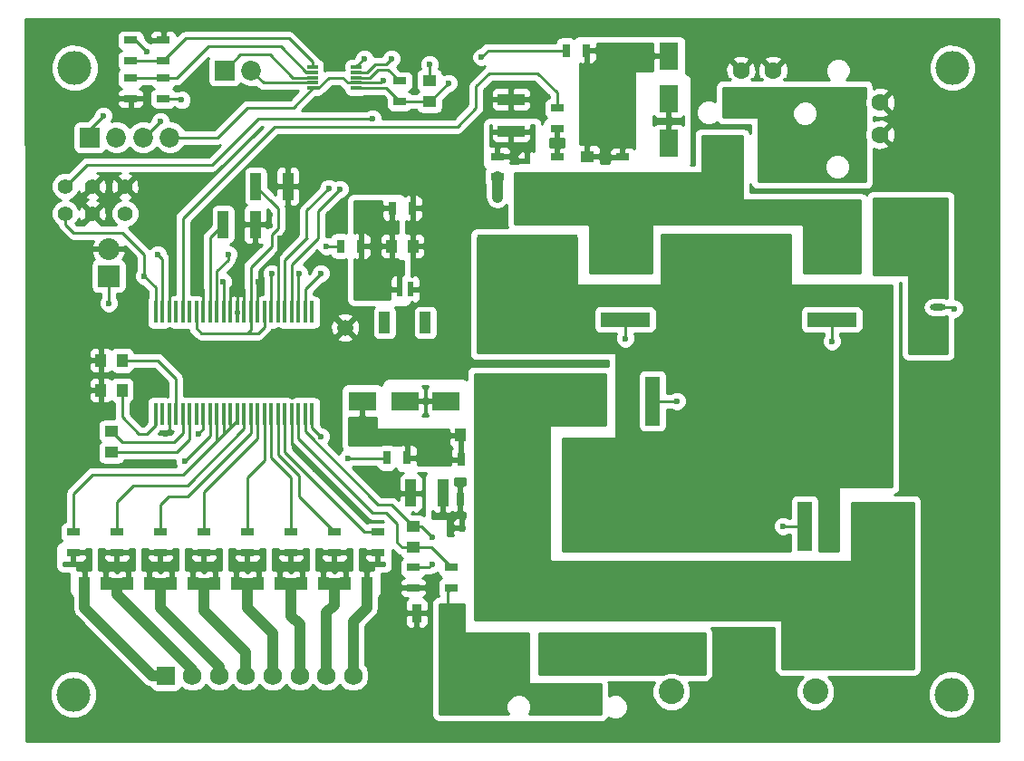
<source format=gbr>
G04 #@! TF.FileFunction,Copper,L1,Top,Signal*
%FSLAX46Y46*%
G04 Gerber Fmt 4.6, Leading zero omitted, Abs format (unit mm)*
G04 Created by KiCad (PCBNEW (2016-05-27 BZR 6836, Git 4441a4b)-product) date 09/15/16 12:10:58*
%MOMM*%
%LPD*%
G01*
G04 APERTURE LIST*
%ADD10C,0.100000*%
%ADD11C,0.600000*%
%ADD12R,1.300000X0.700000*%
%ADD13C,3.175000*%
%ADD14R,1.000000X1.250000*%
%ADD15R,1.250000X1.000000*%
%ADD16R,1.800860X2.499360*%
%ADD17R,2.499360X1.800860*%
%ADD18C,2.387600*%
%ADD19R,0.600000X1.400000*%
%ADD20R,1.000000X2.000000*%
%ADD21R,2.032000X2.032000*%
%ADD22O,2.032000X2.032000*%
%ADD23R,1.750000X1.750000*%
%ADD24C,1.750000*%
%ADD25R,4.600000X1.390000*%
%ADD26R,9.400000X10.800000*%
%ADD27O,1.473200X0.609600*%
%ADD28R,1.390000X4.600000*%
%ADD29R,10.800000X9.400000*%
%ADD30R,0.700000X1.300000*%
%ADD31R,0.400000X2.000000*%
%ADD32R,1.016000X0.343000*%
%ADD33C,1.400000*%
%ADD34C,1.500000*%
%ADD35R,1.000000X2.500000*%
%ADD36R,2.500000X1.000000*%
%ADD37R,0.900000X1.700000*%
%ADD38R,1.000000X3.200000*%
%ADD39R,1.850000X1.850000*%
%ADD40C,1.850000*%
%ADD41R,0.700000X0.600000*%
%ADD42R,0.600000X0.700000*%
%ADD43C,1.600000*%
%ADD44C,0.250000*%
%ADD45C,1.000000*%
%ADD46C,0.254000*%
G04 APERTURE END LIST*
D10*
D11*
X133096000Y-73660000D03*
X144272000Y-92202000D03*
X139700000Y-97282000D03*
X144272000Y-96266000D03*
X142334000Y-78950000D03*
X144334000Y-83450000D03*
X107584000Y-107950000D03*
X108584000Y-105450000D03*
X141334000Y-128950000D03*
X189334000Y-119450000D03*
X188334000Y-103200000D03*
X189584000Y-78700000D03*
X144584000Y-80700000D03*
X129084000Y-97950000D03*
X124334000Y-98700000D03*
X119334000Y-96950000D03*
X140084000Y-126450000D03*
X112459000Y-72850000D03*
X115509000Y-81025000D03*
X109809000Y-88025000D03*
X109809000Y-86900000D03*
D12*
X114074000Y-69280000D03*
X114074000Y-67380000D03*
X117122000Y-67380000D03*
X117122000Y-69280000D03*
X117122000Y-70936000D03*
X117122000Y-72836000D03*
X114074000Y-72836000D03*
X114074000Y-70936000D03*
D11*
X111334000Y-95450000D03*
X112334000Y-101700000D03*
X109834000Y-100950000D03*
X111084000Y-101700000D03*
X109834000Y-99700000D03*
X109834000Y-98450000D03*
X109834000Y-97200000D03*
X109834000Y-95950000D03*
X141834000Y-82200000D03*
X141834000Y-83200000D03*
X141834000Y-84200000D03*
X141834000Y-85700000D03*
X141834000Y-86700000D03*
X141834000Y-87700000D03*
X135384000Y-107500000D03*
X142334000Y-117700000D03*
X142334000Y-118700000D03*
X138834000Y-118700000D03*
X139334000Y-120200000D03*
X139334000Y-121200000D03*
X139334000Y-122200000D03*
X140834000Y-122700000D03*
X148084000Y-71450000D03*
X149084000Y-71450000D03*
X150084000Y-71450000D03*
X151084000Y-71450000D03*
X124334000Y-83450000D03*
X130084000Y-79450000D03*
X127084000Y-84700000D03*
X124334000Y-84450000D03*
X124334000Y-85450000D03*
X127084000Y-83700000D03*
X129084000Y-78950000D03*
X129084000Y-83200000D03*
X130084000Y-82450000D03*
X130084000Y-81450000D03*
X130084000Y-80450000D03*
X117334000Y-65700000D03*
X194584000Y-65950000D03*
X192334000Y-65950000D03*
X189834000Y-65950000D03*
X187334000Y-65950000D03*
X184834000Y-65950000D03*
X182334000Y-65950000D03*
X179834000Y-65950000D03*
X177334000Y-65950000D03*
X174834000Y-65950000D03*
X172334000Y-65950000D03*
X169834000Y-65950000D03*
X167334000Y-65950000D03*
X164834000Y-65950000D03*
X162334000Y-65950000D03*
X159834000Y-65950000D03*
X157334000Y-65950000D03*
X154834000Y-65950000D03*
X152334000Y-65950000D03*
X149834000Y-65950000D03*
X147334000Y-65950000D03*
X144834000Y-65950000D03*
X142334000Y-65950000D03*
X139834000Y-65950000D03*
X137334000Y-65950000D03*
X134834000Y-65950000D03*
X132334000Y-65950000D03*
X129834000Y-65950000D03*
X127334000Y-65950000D03*
X124834000Y-65950000D03*
X122334000Y-65950000D03*
X119834000Y-65950000D03*
X114834000Y-65950000D03*
X112334000Y-65950000D03*
X109834000Y-65950000D03*
X107334000Y-65950000D03*
X194584000Y-67700000D03*
X194584000Y-70200000D03*
X194584000Y-72700000D03*
X194584000Y-75200000D03*
X194584000Y-77700000D03*
X194584000Y-80200000D03*
X194584000Y-82700000D03*
X194584000Y-85200000D03*
X194584000Y-87700000D03*
X194584000Y-90200000D03*
X194584000Y-92700000D03*
X194584000Y-95200000D03*
X194584000Y-97700000D03*
X194584000Y-100200000D03*
X194584000Y-102700000D03*
X194584000Y-105200000D03*
X194584000Y-107700000D03*
X194584000Y-110200000D03*
X194584000Y-112700000D03*
X194584000Y-115200000D03*
X194584000Y-117700000D03*
X194584000Y-120200000D03*
X194584000Y-122700000D03*
X194584000Y-125200000D03*
X194584000Y-127700000D03*
X194584000Y-130200000D03*
X192334000Y-132200000D03*
X189834000Y-132200000D03*
X187334000Y-132200000D03*
X184834000Y-132200000D03*
X182334000Y-132200000D03*
X179834000Y-132200000D03*
X177334000Y-132200000D03*
X174834000Y-132200000D03*
X172334000Y-132200000D03*
X169834000Y-132200000D03*
X167334000Y-132200000D03*
X164834000Y-132200000D03*
X162334000Y-132200000D03*
X159834000Y-132200000D03*
X157334000Y-132200000D03*
X154834000Y-132200000D03*
X152334000Y-132200000D03*
X149834000Y-132200000D03*
X147334000Y-132200000D03*
X144834000Y-132200000D03*
X142334000Y-132200000D03*
X139834000Y-132200000D03*
X137334000Y-132200000D03*
X134834000Y-132200000D03*
X132334000Y-132200000D03*
X129834000Y-132200000D03*
X127334000Y-132200000D03*
X124834000Y-132200000D03*
X122334000Y-132200000D03*
X119834000Y-132200000D03*
X117334000Y-132200000D03*
X114834000Y-132200000D03*
X112334000Y-132200000D03*
X109834000Y-132200000D03*
X107334000Y-132200000D03*
X104834000Y-131450000D03*
X104834000Y-128950000D03*
X104834000Y-126450000D03*
X104834000Y-123950000D03*
X104834000Y-121450000D03*
X104834000Y-118950000D03*
X104834000Y-116450000D03*
X104834000Y-113950000D03*
X104834000Y-111450000D03*
X104834000Y-108950000D03*
X104834000Y-106450000D03*
X104834000Y-103950000D03*
X104834000Y-101450000D03*
X104834000Y-98950000D03*
X104834000Y-96450000D03*
X104834000Y-93950000D03*
X104834000Y-91450000D03*
X104834000Y-88950000D03*
X104834000Y-86450000D03*
X104834000Y-83950000D03*
X104834000Y-81450000D03*
X104834000Y-78950000D03*
X104834000Y-76450000D03*
X104834000Y-73950000D03*
X104834000Y-71450000D03*
X104834000Y-68950000D03*
D13*
X190834000Y-69950000D03*
X108712000Y-128524000D03*
D14*
X138446000Y-86614000D03*
X140446000Y-86614000D03*
X113268000Y-100076000D03*
X111268000Y-100076000D03*
D15*
X156718000Y-80232000D03*
X156718000Y-78232000D03*
D14*
X113268000Y-97282000D03*
X111268000Y-97282000D03*
D15*
X112268000Y-103902000D03*
X112268000Y-105902000D03*
X140462000Y-112792000D03*
X140462000Y-114792000D03*
D14*
X146884000Y-104300000D03*
X144884000Y-104300000D03*
X109744000Y-118110000D03*
X111744000Y-118110000D03*
X113808000Y-118110000D03*
X115808000Y-118110000D03*
X117872000Y-118110000D03*
X119872000Y-118110000D03*
X121936000Y-118110000D03*
X123936000Y-118110000D03*
X126000000Y-118110000D03*
X128000000Y-118110000D03*
X130064000Y-118110000D03*
X132064000Y-118110000D03*
X134128000Y-118110000D03*
X136128000Y-118110000D03*
D15*
X141986000Y-73136000D03*
X141986000Y-71136000D03*
D16*
X164338000Y-76995020D03*
X164338000Y-80992980D03*
X164338000Y-72831960D03*
X164338000Y-68834000D03*
D17*
X143510000Y-101092000D03*
X147507960Y-101092000D03*
X139700000Y-101092000D03*
X135702040Y-101092000D03*
D18*
X178054000Y-124841000D03*
X164592000Y-124841000D03*
X164592000Y-128244600D03*
X178054000Y-128244600D03*
D19*
X139200000Y-90639500D03*
X140200000Y-90639500D03*
D20*
X141600000Y-93764500D03*
X137800000Y-93764500D03*
D21*
X112014000Y-89408000D03*
D22*
X112014000Y-86868000D03*
D23*
X117348000Y-126746000D03*
D24*
X119848000Y-126746000D03*
X122348000Y-126746000D03*
X124848000Y-126746000D03*
X127348000Y-126746000D03*
X129848000Y-126746000D03*
X132348000Y-126746000D03*
X134848000Y-126746000D03*
D25*
X179578000Y-90932000D03*
D26*
X170428000Y-90932000D03*
D25*
X179578000Y-88392000D03*
X179578000Y-93472000D03*
X160274000Y-90932000D03*
D26*
X151124000Y-90932000D03*
D25*
X160274000Y-88392000D03*
X160274000Y-93472000D03*
D27*
X189484000Y-96139000D03*
X189484000Y-94869000D03*
X189484000Y-93599000D03*
X189484000Y-92329000D03*
X183896000Y-92329000D03*
X183896000Y-93599000D03*
X183896000Y-94869000D03*
X183896000Y-96139000D03*
D28*
X179578000Y-112776000D03*
D29*
X179578000Y-103626000D03*
D28*
X182118000Y-112776000D03*
X177038000Y-112776000D03*
X160274000Y-101092000D03*
D29*
X160274000Y-110242000D03*
D28*
X157734000Y-101092000D03*
X162814000Y-101092000D03*
D12*
X148336000Y-80132000D03*
X148336000Y-78232000D03*
X153924000Y-80198000D03*
X153924000Y-78298000D03*
X153924000Y-75626000D03*
X153924000Y-73726000D03*
D30*
X133670000Y-86614000D03*
X135570000Y-86614000D03*
X138496000Y-83058000D03*
X140396000Y-83058000D03*
D12*
X160020000Y-80198000D03*
X160020000Y-78298000D03*
D30*
X156652000Y-68326000D03*
X154752000Y-68326000D03*
X181930000Y-83566000D03*
X183830000Y-83566000D03*
D12*
X140462000Y-116652000D03*
X140462000Y-118552000D03*
X144018000Y-116652000D03*
X144018000Y-118552000D03*
D30*
X146834000Y-106550000D03*
X144934000Y-106550000D03*
X139884000Y-106400000D03*
X137984000Y-106400000D03*
D12*
X108712000Y-115250000D03*
X108712000Y-113350000D03*
X112776000Y-115250000D03*
X112776000Y-113350000D03*
X116840000Y-115250000D03*
X116840000Y-113350000D03*
X120904000Y-115250000D03*
X120904000Y-113350000D03*
X124968000Y-115250000D03*
X124968000Y-113350000D03*
X129032000Y-115250000D03*
X129032000Y-113350000D03*
X133096000Y-115250000D03*
X133096000Y-113350000D03*
X137160000Y-115250000D03*
X137160000Y-113350000D03*
D30*
X146746000Y-110236000D03*
X144846000Y-110236000D03*
D12*
X139192000Y-73086000D03*
X139192000Y-71186000D03*
D31*
X123380500Y-92786000D03*
X122745500Y-92786000D03*
X122110500Y-92786000D03*
X121475500Y-92786000D03*
X120840500Y-92786000D03*
X120205500Y-92786000D03*
X119570500Y-92786000D03*
X118935500Y-92786000D03*
X118300500Y-92786000D03*
X117665500Y-92786000D03*
X117030500Y-92786000D03*
X116395500Y-92786000D03*
X124015500Y-92786000D03*
X124650500Y-92786000D03*
X125285500Y-92786000D03*
X125920500Y-92786000D03*
X126555500Y-92786000D03*
X127190500Y-92786000D03*
X127825500Y-92786000D03*
X128460500Y-92786000D03*
X129095500Y-92786000D03*
X129730500Y-92786000D03*
X130365500Y-92786000D03*
X131000500Y-92786000D03*
X116395500Y-102286000D03*
X117030500Y-102286000D03*
X117665500Y-102286000D03*
X118300500Y-102286000D03*
X118935500Y-102286000D03*
X119570500Y-102286000D03*
X120205500Y-102286000D03*
X120840500Y-102286000D03*
X121475500Y-102286000D03*
X122110500Y-102286000D03*
X122745500Y-102286000D03*
X123380500Y-102286000D03*
X124015500Y-102286000D03*
X124650500Y-102286000D03*
X125285500Y-102286000D03*
X125920500Y-102286000D03*
X126555500Y-102286000D03*
X127190500Y-102286000D03*
X127825500Y-102286000D03*
X128460500Y-102286000D03*
X129095500Y-102286000D03*
X129730500Y-102286000D03*
X130365500Y-102286000D03*
X131000500Y-102286000D03*
D32*
X131052500Y-69863500D03*
X131052500Y-70363500D03*
X131052500Y-70863500D03*
X131052500Y-71363500D03*
X131052500Y-71863500D03*
X135144500Y-69863500D03*
X135144500Y-70363500D03*
X135144500Y-70863500D03*
X135144500Y-71363500D03*
X135144500Y-71863500D03*
D33*
X107950000Y-81026000D03*
X110490000Y-81026000D03*
D34*
X134112000Y-94234000D03*
D33*
X107950000Y-83566000D03*
X110490000Y-83566000D03*
X113538000Y-83566000D03*
X113538000Y-81026000D03*
D35*
X125754000Y-81026000D03*
X128754000Y-81026000D03*
D36*
X149606000Y-75898000D03*
X149606000Y-72898000D03*
D35*
X122706000Y-84582000D03*
X125706000Y-84582000D03*
X143234000Y-109700000D03*
X140234000Y-109700000D03*
D37*
X140790000Y-120904000D03*
X143690000Y-120904000D03*
D38*
X168634000Y-78700000D03*
X174834000Y-78700000D03*
D39*
X110236000Y-76454000D03*
D40*
X112736000Y-76454000D03*
X115236000Y-76454000D03*
X117736000Y-76454000D03*
D13*
X108834000Y-69950000D03*
X190754000Y-128524000D03*
D11*
X104834000Y-66450000D03*
D41*
X151084000Y-80050000D03*
X151084000Y-78650000D03*
D42*
X146434000Y-112950000D03*
X145034000Y-112950000D03*
D39*
X122834000Y-70200000D03*
D40*
X125334000Y-70200000D03*
D43*
X171084000Y-70200000D03*
X174084000Y-70200000D03*
X171084000Y-73200000D03*
X174084000Y-73200000D03*
X184084000Y-73200000D03*
X184084000Y-76200000D03*
X181084000Y-73200000D03*
X181084000Y-76200000D03*
X153334000Y-125700000D03*
X156334000Y-125700000D03*
X153334000Y-128700000D03*
X156334000Y-128700000D03*
D11*
X143256000Y-89408000D03*
X128016000Y-85852000D03*
X131318000Y-107442000D03*
X117602000Y-85598000D03*
X120142000Y-89916000D03*
X117348000Y-104140000D03*
X125984000Y-89916000D03*
X123952000Y-89916000D03*
X149646538Y-77196843D03*
X116586000Y-87376000D03*
X136906000Y-88392000D03*
X122682000Y-89916000D03*
X179578000Y-95504000D03*
X158496000Y-75946000D03*
X160274000Y-95250000D03*
X142240000Y-116332000D03*
X142240000Y-113792000D03*
X175006000Y-112776000D03*
X142240000Y-106426000D03*
X165100000Y-101092000D03*
X119126000Y-106680000D03*
X144134000Y-112000000D03*
X131826000Y-104394000D03*
X112014000Y-91948000D03*
X136652000Y-74676000D03*
X153924000Y-76708000D03*
X191008000Y-92456000D03*
X132334000Y-86614000D03*
X123190000Y-87376000D03*
X115316000Y-89408000D03*
X146834000Y-68950000D03*
X134366000Y-106426000D03*
X120396000Y-104140000D03*
X127254000Y-89154000D03*
X132584000Y-81200000D03*
X133604000Y-81280000D03*
X116840000Y-74930000D03*
X138430000Y-69088000D03*
X131826000Y-89154000D03*
X115584000Y-68450000D03*
X148336000Y-82042000D03*
X135890000Y-69088000D03*
X129794000Y-89154000D03*
X150584000Y-83700000D03*
X118834000Y-72950000D03*
X141986000Y-69596000D03*
X137668000Y-71120000D03*
X143764000Y-71374000D03*
X111506000Y-74422000D03*
D44*
X140200000Y-90639500D02*
X142024500Y-90639500D01*
X142024500Y-90639500D02*
X143256000Y-89408000D01*
X127825500Y-92786000D02*
X127825500Y-86042500D01*
X127825500Y-86042500D02*
X128016000Y-85852000D01*
X129095500Y-102286000D02*
X129095500Y-105219500D01*
X129095500Y-105219500D02*
X131318000Y-107442000D01*
X117665500Y-92786000D02*
X117665500Y-85661500D01*
X117665500Y-85661500D02*
X117602000Y-85598000D01*
X120840500Y-92786000D02*
X120840500Y-90614500D01*
X120840500Y-90614500D02*
X120142000Y-89916000D01*
X117665500Y-102286000D02*
X117665500Y-103822500D01*
X117665500Y-103822500D02*
X117348000Y-104140000D01*
X125920500Y-92786000D02*
X125920500Y-89979500D01*
X125920500Y-89979500D02*
X125984000Y-89916000D01*
X124650500Y-92786000D02*
X124650500Y-90614500D01*
X124650500Y-90614500D02*
X123952000Y-89916000D01*
X124015500Y-92786000D02*
X124015500Y-89979500D01*
X123380500Y-90487500D02*
X123952000Y-89916000D01*
X123380500Y-90487500D02*
X123380500Y-92786000D01*
X124015500Y-89979500D02*
X123952000Y-89916000D01*
X140462000Y-120904000D02*
X140716000Y-121158000D01*
X117030500Y-92786000D02*
X117030500Y-87820500D01*
X117030500Y-87820500D02*
X116586000Y-87376000D01*
X121475500Y-92786000D02*
X121475500Y-85812500D01*
X121475500Y-85812500D02*
X122706000Y-84582000D01*
X122745500Y-92786000D02*
X122745500Y-89979500D01*
X122745500Y-89979500D02*
X122682000Y-89916000D01*
X116395500Y-102286000D02*
X116395500Y-103314500D01*
X113268000Y-102600000D02*
X113268000Y-100076000D01*
X114808000Y-104140000D02*
X113268000Y-102600000D01*
X115570000Y-104140000D02*
X114808000Y-104140000D01*
X116395500Y-103314500D02*
X115570000Y-104140000D01*
X179578000Y-93472000D02*
X179578000Y-95504000D01*
X160274000Y-93472000D02*
X160274000Y-95250000D01*
X118300500Y-102286000D02*
X118300500Y-98996500D01*
X116586000Y-97282000D02*
X113268000Y-97282000D01*
X118300500Y-98996500D02*
X116586000Y-97282000D01*
X118935500Y-102286000D02*
X118935500Y-104076500D01*
X113268000Y-104902000D02*
X112268000Y-103902000D01*
X118110000Y-104902000D02*
X113268000Y-104902000D01*
X118935500Y-104076500D02*
X118110000Y-104902000D01*
X112268000Y-105902000D02*
X118380000Y-105902000D01*
X119570500Y-104711500D02*
X119570500Y-102286000D01*
X118380000Y-105902000D02*
X119570500Y-104711500D01*
X130365500Y-102286000D02*
X130365500Y-103949500D01*
X138414000Y-110744000D02*
X140462000Y-112792000D01*
X137160000Y-110744000D02*
X138414000Y-110744000D01*
X130365500Y-103949500D02*
X137160000Y-110744000D01*
X140462000Y-112792000D02*
X141240000Y-112792000D01*
X141920000Y-116652000D02*
X140462000Y-116652000D01*
X142240000Y-116332000D02*
X141920000Y-116652000D01*
X141240000Y-112792000D02*
X142240000Y-113792000D01*
X140462000Y-114792000D02*
X139430000Y-114792000D01*
X129730500Y-104584500D02*
X129730500Y-102286000D01*
X136652000Y-111506000D02*
X129730500Y-104584500D01*
X137922000Y-111506000D02*
X136652000Y-111506000D01*
X138938000Y-112522000D02*
X137922000Y-111506000D01*
X138938000Y-114300000D02*
X138938000Y-112522000D01*
X139430000Y-114792000D02*
X138938000Y-114300000D01*
X140462000Y-114792000D02*
X142158000Y-114792000D01*
X142158000Y-114792000D02*
X144018000Y-116652000D01*
X177038000Y-112776000D02*
X175006000Y-112776000D01*
X162814000Y-101092000D02*
X165100000Y-101092000D01*
D45*
X117348000Y-126746000D02*
X116078000Y-126746000D01*
X109744000Y-120412000D02*
X109744000Y-118110000D01*
X116078000Y-126746000D02*
X109744000Y-120412000D01*
X112776000Y-118110000D02*
X111744000Y-118110000D01*
X113808000Y-118110000D02*
X112776000Y-118110000D01*
X112776000Y-119126000D02*
X112776000Y-118110000D01*
X112776000Y-119126000D02*
X119848000Y-126198000D01*
X119848000Y-126746000D02*
X119848000Y-126198000D01*
X116840000Y-118110000D02*
X117872000Y-118110000D01*
X115808000Y-118110000D02*
X116840000Y-118110000D01*
X116840000Y-120396000D02*
X116840000Y-118110000D01*
X116840000Y-120396000D02*
X122348000Y-125904000D01*
X122348000Y-126746000D02*
X122348000Y-125904000D01*
X120904000Y-118110000D02*
X121936000Y-118110000D01*
X119872000Y-118110000D02*
X120904000Y-118110000D01*
X124848000Y-124594000D02*
X120904000Y-120650000D01*
X120904000Y-120650000D02*
X120904000Y-118110000D01*
X124848000Y-124594000D02*
X124848000Y-126746000D01*
X124968000Y-118110000D02*
X126000000Y-118110000D01*
X123936000Y-118110000D02*
X124968000Y-118110000D01*
X127348000Y-122776000D02*
X124968000Y-120396000D01*
X124968000Y-120396000D02*
X124968000Y-118110000D01*
X127348000Y-122776000D02*
X127348000Y-126746000D01*
X129032000Y-118110000D02*
X130064000Y-118110000D01*
X128000000Y-118110000D02*
X129032000Y-118110000D01*
X129848000Y-121974000D02*
X129032000Y-121158000D01*
X129032000Y-121158000D02*
X129032000Y-118110000D01*
X129848000Y-121974000D02*
X129848000Y-126746000D01*
X133096000Y-118110000D02*
X134128000Y-118110000D01*
X132064000Y-118110000D02*
X133096000Y-118110000D01*
X132348000Y-120890000D02*
X133096000Y-120142000D01*
X133096000Y-120142000D02*
X133096000Y-118110000D01*
X132348000Y-120890000D02*
X132348000Y-126746000D01*
X134848000Y-126746000D02*
X134848000Y-121692000D01*
X136128000Y-120412000D02*
X136128000Y-118110000D01*
X134848000Y-121692000D02*
X136128000Y-120412000D01*
D44*
X121475500Y-104330500D02*
X119126000Y-106680000D01*
X121475500Y-102286000D02*
X121475500Y-104330500D01*
X131000500Y-102286000D02*
X131000500Y-103568500D01*
X131000500Y-103568500D02*
X131826000Y-104394000D01*
X112014000Y-91948000D02*
X112014000Y-89408000D01*
X124714000Y-75946000D02*
X121666000Y-78994000D01*
X124714000Y-75946000D02*
X125984000Y-74676000D01*
X125984000Y-74676000D02*
X136652000Y-74676000D01*
X189484000Y-92329000D02*
X190881000Y-92329000D01*
X190881000Y-92329000D02*
X191008000Y-92456000D01*
X109982000Y-78994000D02*
X107950000Y-81026000D01*
X121666000Y-78994000D02*
X109982000Y-78994000D01*
X143256000Y-75438000D02*
X144596000Y-75438000D01*
X118935500Y-92786000D02*
X118935500Y-84010500D01*
X127508000Y-75438000D02*
X142240000Y-75438000D01*
X118935500Y-84010500D02*
X127508000Y-75438000D01*
X142240000Y-75438000D02*
X143256000Y-75438000D01*
X153924000Y-72290000D02*
X153924000Y-73726000D01*
X152084000Y-70450000D02*
X153924000Y-72290000D01*
X147584000Y-70450000D02*
X152084000Y-70450000D01*
X146334000Y-71700000D02*
X147584000Y-70450000D01*
X146334000Y-73700000D02*
X146334000Y-71700000D01*
X144596000Y-75438000D02*
X146334000Y-73700000D01*
X122110500Y-92786000D02*
X122110500Y-88963500D01*
X132334000Y-86614000D02*
X133670000Y-86614000D01*
X123190000Y-87884000D02*
X123190000Y-87376000D01*
X122110500Y-88963500D02*
X123190000Y-87884000D01*
X154752000Y-68326000D02*
X147458000Y-68326000D01*
X147458000Y-68326000D02*
X146834000Y-68950000D01*
X107950000Y-83566000D02*
X107950000Y-84582000D01*
X115316000Y-87376000D02*
X115316000Y-89408000D01*
X113284000Y-85344000D02*
X115316000Y-87376000D01*
X108712000Y-85344000D02*
X113284000Y-85344000D01*
X107950000Y-84582000D02*
X108712000Y-85344000D01*
X116395500Y-90487500D02*
X116395500Y-92786000D01*
X115316000Y-89408000D02*
X116395500Y-90487500D01*
X137958000Y-106426000D02*
X134366000Y-106426000D01*
X137958000Y-106426000D02*
X137984000Y-106400000D01*
X120840500Y-102286000D02*
X120840500Y-103695500D01*
X120840500Y-103695500D02*
X120396000Y-104140000D01*
X124015500Y-102286000D02*
X124015500Y-102933500D01*
X124015500Y-102933500D02*
X123380500Y-103568500D01*
X123380500Y-102286000D02*
X123380500Y-103568500D01*
X123380500Y-103568500D02*
X122745500Y-104203500D01*
X122745500Y-102286000D02*
X122745500Y-104203500D01*
X122745500Y-104203500D02*
X122110500Y-104838500D01*
X122110500Y-102286000D02*
X122110500Y-104648000D01*
X122110500Y-104648000D02*
X122110500Y-104838500D01*
X108712000Y-109728000D02*
X108712000Y-113350000D01*
X110490000Y-107950000D02*
X108712000Y-109728000D01*
X118999000Y-107950000D02*
X110490000Y-107950000D01*
X122110500Y-104838500D02*
X118999000Y-107950000D01*
X124650500Y-102286000D02*
X124650500Y-103695500D01*
X112776000Y-110490000D02*
X112776000Y-113350000D01*
X114300000Y-108966000D02*
X112776000Y-110490000D01*
X119380000Y-108966000D02*
X114300000Y-108966000D01*
X124650500Y-103695500D02*
X119380000Y-108966000D01*
X125285500Y-102286000D02*
X125285500Y-104076500D01*
X116840000Y-110744000D02*
X116840000Y-113350000D01*
X117602000Y-109982000D02*
X116840000Y-110744000D01*
X119380000Y-109982000D02*
X117602000Y-109982000D01*
X125285500Y-104076500D02*
X119380000Y-109982000D01*
X125920500Y-102286000D02*
X125920500Y-104584500D01*
X120904000Y-109601000D02*
X120904000Y-113350000D01*
X125920500Y-104584500D02*
X120904000Y-109601000D01*
X126555500Y-102286000D02*
X126555500Y-106616500D01*
X124968000Y-108204000D02*
X124968000Y-113350000D01*
X126555500Y-106616500D02*
X124968000Y-108204000D01*
X127190500Y-102286000D02*
X127190500Y-106362500D01*
X129032000Y-108204000D02*
X129032000Y-113350000D01*
X127190500Y-106362500D02*
X129032000Y-108204000D01*
X127825500Y-102286000D02*
X127825500Y-106108500D01*
X129794000Y-110048000D02*
X133096000Y-113350000D01*
X129794000Y-108077000D02*
X129794000Y-110048000D01*
X127825500Y-106108500D02*
X129794000Y-108077000D01*
X130556000Y-107950000D02*
X135890000Y-113284000D01*
X128460500Y-105854500D02*
X130556000Y-107950000D01*
X128460500Y-102286000D02*
X128460500Y-105854500D01*
X135890000Y-113284000D02*
X137094000Y-113284000D01*
X137094000Y-113284000D02*
X137160000Y-113350000D01*
X135144500Y-70863500D02*
X136395500Y-70863500D01*
X138110000Y-70104000D02*
X139192000Y-71186000D01*
X137155000Y-70104000D02*
X138110000Y-70104000D01*
X136395500Y-70863500D02*
X137155000Y-70104000D01*
X138869500Y-70863500D02*
X139192000Y-71186000D01*
X127190500Y-92786000D02*
X127190500Y-89217500D01*
X127190500Y-89217500D02*
X127254000Y-89154000D01*
X130521000Y-85887000D02*
X130521000Y-83263000D01*
X130521000Y-83263000D02*
X132584000Y-81200000D01*
X128460500Y-92786000D02*
X128460500Y-87947500D01*
X128460500Y-87947500D02*
X130521000Y-85887000D01*
X130521000Y-85887000D02*
X130556000Y-85852000D01*
X129095500Y-92786000D02*
X129095500Y-88328500D01*
X131572000Y-83312000D02*
X133604000Y-81280000D01*
X131572000Y-85852000D02*
X131572000Y-83312000D01*
X129095500Y-88328500D02*
X131572000Y-85852000D01*
X115236000Y-76454000D02*
X115316000Y-76454000D01*
X115316000Y-76454000D02*
X116840000Y-74930000D01*
X130365500Y-92786000D02*
X130365500Y-90614500D01*
X136138500Y-70363500D02*
X135144500Y-70363500D01*
X136906000Y-69596000D02*
X136138500Y-70363500D01*
X137922000Y-69596000D02*
X136906000Y-69596000D01*
X138430000Y-69088000D02*
X137922000Y-69596000D01*
X130365500Y-90614500D02*
X131826000Y-89154000D01*
X114074000Y-67380000D02*
X114514000Y-67380000D01*
X114514000Y-67380000D02*
X115584000Y-68450000D01*
D45*
X148336000Y-80132000D02*
X148336000Y-82042000D01*
D44*
X135144500Y-69863500D02*
X135144500Y-69833500D01*
X135144500Y-69833500D02*
X135890000Y-69088000D01*
X129794000Y-89154000D02*
X129730500Y-89217500D01*
X129730500Y-89217500D02*
X129730500Y-92786000D01*
X127251000Y-86617000D02*
X127251000Y-85533000D01*
X127834000Y-83106000D02*
X127178000Y-82450000D01*
X127834000Y-84950000D02*
X127834000Y-83106000D01*
X127251000Y-85533000D02*
X127834000Y-84950000D01*
X125285500Y-92786000D02*
X125285500Y-88582500D01*
X127254000Y-82526000D02*
X127178000Y-82450000D01*
X127178000Y-82450000D02*
X125754000Y-81026000D01*
X125285500Y-88582500D02*
X127251000Y-86617000D01*
X127251000Y-86617000D02*
X127254000Y-86614000D01*
X124968000Y-94742000D02*
X125984000Y-94742000D01*
X126555500Y-94170500D02*
X126555500Y-92786000D01*
X125984000Y-94742000D02*
X126555500Y-94170500D01*
X120205500Y-92786000D02*
X120205500Y-94297500D01*
X125285500Y-94424500D02*
X125285500Y-92786000D01*
X124968000Y-94742000D02*
X125285500Y-94424500D01*
X120650000Y-94742000D02*
X124968000Y-94742000D01*
X120205500Y-94297500D02*
X120650000Y-94742000D01*
X118720000Y-72836000D02*
X117122000Y-72836000D01*
X118834000Y-72950000D02*
X118720000Y-72836000D01*
X117736000Y-76454000D02*
X122174000Y-76454000D01*
X129256000Y-73660000D02*
X131052500Y-71863500D01*
X124968000Y-73660000D02*
X129256000Y-73660000D01*
X122174000Y-76454000D02*
X124968000Y-73660000D01*
X131052500Y-71863500D02*
X131590500Y-71863500D01*
X134355500Y-71363500D02*
X135144500Y-71363500D01*
X133858000Y-70866000D02*
X134355500Y-71363500D01*
X132588000Y-70866000D02*
X133858000Y-70866000D01*
X131590500Y-71863500D02*
X132588000Y-70866000D01*
X135144500Y-71363500D02*
X137424500Y-71363500D01*
X141986000Y-69596000D02*
X141986000Y-71136000D01*
X137424500Y-71363500D02*
X137668000Y-71120000D01*
X117122000Y-69280000D02*
X114074000Y-69280000D01*
X131052500Y-69863500D02*
X131052500Y-69418500D01*
X119202000Y-67200000D02*
X117122000Y-69280000D01*
X128834000Y-67200000D02*
X119202000Y-67200000D01*
X131052500Y-69418500D02*
X128834000Y-67200000D01*
X117122000Y-70936000D02*
X114074000Y-70936000D01*
X131052500Y-70363500D02*
X130497500Y-70363500D01*
X118348000Y-70936000D02*
X117122000Y-70936000D01*
X121334000Y-67950000D02*
X118348000Y-70936000D01*
X128084000Y-67950000D02*
X121334000Y-67950000D01*
X130497500Y-70363500D02*
X128084000Y-67950000D01*
X131052500Y-70863500D02*
X129247500Y-70863500D01*
X124334000Y-68700000D02*
X122834000Y-70200000D01*
X127084000Y-68700000D02*
X124334000Y-68700000D01*
X129247500Y-70863500D02*
X127084000Y-68700000D01*
X131052500Y-71363500D02*
X126497500Y-71363500D01*
X126497500Y-71363500D02*
X125334000Y-70200000D01*
X141986000Y-73136000D02*
X142002000Y-73136000D01*
X142002000Y-73136000D02*
X143764000Y-71374000D01*
X110236000Y-75692000D02*
X111506000Y-74422000D01*
X110236000Y-76454000D02*
X110236000Y-75692000D01*
X139192000Y-73086000D02*
X141936000Y-73086000D01*
X141936000Y-73086000D02*
X141986000Y-73136000D01*
X135144500Y-71863500D02*
X137969500Y-71863500D01*
X137969500Y-71863500D02*
X139192000Y-73086000D01*
X143690000Y-120904000D02*
X143690000Y-118880000D01*
X143690000Y-118880000D02*
X144018000Y-118552000D01*
D46*
G36*
X111491000Y-114964250D02*
X111649750Y-115123000D01*
X112649000Y-115123000D01*
X112649000Y-115103000D01*
X112903000Y-115103000D01*
X112903000Y-115123000D01*
X113902250Y-115123000D01*
X114061000Y-114964250D01*
X114061000Y-114935000D01*
X114427000Y-114935000D01*
X114427000Y-116850000D01*
X114093750Y-116850000D01*
X113935000Y-117008750D01*
X113935000Y-117983000D01*
X113955000Y-117983000D01*
X113955000Y-118237000D01*
X113935000Y-118237000D01*
X113935000Y-118257000D01*
X113681000Y-118257000D01*
X113681000Y-118237000D01*
X112831750Y-118237000D01*
X112776000Y-118292750D01*
X112720250Y-118237000D01*
X111871000Y-118237000D01*
X111871000Y-118257000D01*
X111617000Y-118257000D01*
X111617000Y-118237000D01*
X111597000Y-118237000D01*
X111597000Y-117983000D01*
X111617000Y-117983000D01*
X111617000Y-117008750D01*
X111871000Y-117008750D01*
X111871000Y-117983000D01*
X112720250Y-117983000D01*
X112776000Y-117927250D01*
X112831750Y-117983000D01*
X113681000Y-117983000D01*
X113681000Y-117008750D01*
X113522250Y-116850000D01*
X113181691Y-116850000D01*
X112948302Y-116946673D01*
X112776000Y-117118974D01*
X112603698Y-116946673D01*
X112370309Y-116850000D01*
X112029750Y-116850000D01*
X111871000Y-117008750D01*
X111617000Y-117008750D01*
X111458250Y-116850000D01*
X111125000Y-116850000D01*
X111125000Y-115535750D01*
X111491000Y-115535750D01*
X111491000Y-115726309D01*
X111587673Y-115959698D01*
X111766301Y-116138327D01*
X111999690Y-116235000D01*
X112490250Y-116235000D01*
X112649000Y-116076250D01*
X112649000Y-115377000D01*
X112903000Y-115377000D01*
X112903000Y-116076250D01*
X113061750Y-116235000D01*
X113552310Y-116235000D01*
X113785699Y-116138327D01*
X113964327Y-115959698D01*
X114061000Y-115726309D01*
X114061000Y-115535750D01*
X113902250Y-115377000D01*
X112903000Y-115377000D01*
X112649000Y-115377000D01*
X111649750Y-115377000D01*
X111491000Y-115535750D01*
X111125000Y-115535750D01*
X111125000Y-114935000D01*
X111491000Y-114935000D01*
X111491000Y-114964250D01*
X111491000Y-114964250D01*
G37*
X111491000Y-114964250D02*
X111649750Y-115123000D01*
X112649000Y-115123000D01*
X112649000Y-115103000D01*
X112903000Y-115103000D01*
X112903000Y-115123000D01*
X113902250Y-115123000D01*
X114061000Y-114964250D01*
X114061000Y-114935000D01*
X114427000Y-114935000D01*
X114427000Y-116850000D01*
X114093750Y-116850000D01*
X113935000Y-117008750D01*
X113935000Y-117983000D01*
X113955000Y-117983000D01*
X113955000Y-118237000D01*
X113935000Y-118237000D01*
X113935000Y-118257000D01*
X113681000Y-118257000D01*
X113681000Y-118237000D01*
X112831750Y-118237000D01*
X112776000Y-118292750D01*
X112720250Y-118237000D01*
X111871000Y-118237000D01*
X111871000Y-118257000D01*
X111617000Y-118257000D01*
X111617000Y-118237000D01*
X111597000Y-118237000D01*
X111597000Y-117983000D01*
X111617000Y-117983000D01*
X111617000Y-117008750D01*
X111871000Y-117008750D01*
X111871000Y-117983000D01*
X112720250Y-117983000D01*
X112776000Y-117927250D01*
X112831750Y-117983000D01*
X113681000Y-117983000D01*
X113681000Y-117008750D01*
X113522250Y-116850000D01*
X113181691Y-116850000D01*
X112948302Y-116946673D01*
X112776000Y-117118974D01*
X112603698Y-116946673D01*
X112370309Y-116850000D01*
X112029750Y-116850000D01*
X111871000Y-117008750D01*
X111617000Y-117008750D01*
X111458250Y-116850000D01*
X111125000Y-116850000D01*
X111125000Y-115535750D01*
X111491000Y-115535750D01*
X111491000Y-115726309D01*
X111587673Y-115959698D01*
X111766301Y-116138327D01*
X111999690Y-116235000D01*
X112490250Y-116235000D01*
X112649000Y-116076250D01*
X112649000Y-115377000D01*
X112903000Y-115377000D01*
X112903000Y-116076250D01*
X113061750Y-116235000D01*
X113552310Y-116235000D01*
X113785699Y-116138327D01*
X113964327Y-115959698D01*
X114061000Y-115726309D01*
X114061000Y-115535750D01*
X113902250Y-115377000D01*
X112903000Y-115377000D01*
X112649000Y-115377000D01*
X111649750Y-115377000D01*
X111491000Y-115535750D01*
X111125000Y-115535750D01*
X111125000Y-114935000D01*
X111491000Y-114935000D01*
X111491000Y-114964250D01*
G36*
X115555000Y-114964250D02*
X115713750Y-115123000D01*
X116713000Y-115123000D01*
X116713000Y-115103000D01*
X116967000Y-115103000D01*
X116967000Y-115123000D01*
X117966250Y-115123000D01*
X118125000Y-114964250D01*
X118125000Y-114935000D01*
X118491000Y-114935000D01*
X118491000Y-116850000D01*
X118157750Y-116850000D01*
X117999000Y-117008750D01*
X117999000Y-117983000D01*
X118019000Y-117983000D01*
X118019000Y-118237000D01*
X117999000Y-118237000D01*
X117999000Y-118257000D01*
X117745000Y-118257000D01*
X117745000Y-118237000D01*
X116895750Y-118237000D01*
X116840000Y-118292750D01*
X116784250Y-118237000D01*
X115935000Y-118237000D01*
X115935000Y-118257000D01*
X115681000Y-118257000D01*
X115681000Y-118237000D01*
X115661000Y-118237000D01*
X115661000Y-117983000D01*
X115681000Y-117983000D01*
X115681000Y-117008750D01*
X115935000Y-117008750D01*
X115935000Y-117983000D01*
X116784250Y-117983000D01*
X116840000Y-117927250D01*
X116895750Y-117983000D01*
X117745000Y-117983000D01*
X117745000Y-117008750D01*
X117586250Y-116850000D01*
X117245691Y-116850000D01*
X117012302Y-116946673D01*
X116840000Y-117118974D01*
X116667698Y-116946673D01*
X116434309Y-116850000D01*
X116093750Y-116850000D01*
X115935000Y-117008750D01*
X115681000Y-117008750D01*
X115522250Y-116850000D01*
X115189000Y-116850000D01*
X115189000Y-115535750D01*
X115555000Y-115535750D01*
X115555000Y-115726309D01*
X115651673Y-115959698D01*
X115830301Y-116138327D01*
X116063690Y-116235000D01*
X116554250Y-116235000D01*
X116713000Y-116076250D01*
X116713000Y-115377000D01*
X116967000Y-115377000D01*
X116967000Y-116076250D01*
X117125750Y-116235000D01*
X117616310Y-116235000D01*
X117849699Y-116138327D01*
X118028327Y-115959698D01*
X118125000Y-115726309D01*
X118125000Y-115535750D01*
X117966250Y-115377000D01*
X116967000Y-115377000D01*
X116713000Y-115377000D01*
X115713750Y-115377000D01*
X115555000Y-115535750D01*
X115189000Y-115535750D01*
X115189000Y-114935000D01*
X115555000Y-114935000D01*
X115555000Y-114964250D01*
X115555000Y-114964250D01*
G37*
X115555000Y-114964250D02*
X115713750Y-115123000D01*
X116713000Y-115123000D01*
X116713000Y-115103000D01*
X116967000Y-115103000D01*
X116967000Y-115123000D01*
X117966250Y-115123000D01*
X118125000Y-114964250D01*
X118125000Y-114935000D01*
X118491000Y-114935000D01*
X118491000Y-116850000D01*
X118157750Y-116850000D01*
X117999000Y-117008750D01*
X117999000Y-117983000D01*
X118019000Y-117983000D01*
X118019000Y-118237000D01*
X117999000Y-118237000D01*
X117999000Y-118257000D01*
X117745000Y-118257000D01*
X117745000Y-118237000D01*
X116895750Y-118237000D01*
X116840000Y-118292750D01*
X116784250Y-118237000D01*
X115935000Y-118237000D01*
X115935000Y-118257000D01*
X115681000Y-118257000D01*
X115681000Y-118237000D01*
X115661000Y-118237000D01*
X115661000Y-117983000D01*
X115681000Y-117983000D01*
X115681000Y-117008750D01*
X115935000Y-117008750D01*
X115935000Y-117983000D01*
X116784250Y-117983000D01*
X116840000Y-117927250D01*
X116895750Y-117983000D01*
X117745000Y-117983000D01*
X117745000Y-117008750D01*
X117586250Y-116850000D01*
X117245691Y-116850000D01*
X117012302Y-116946673D01*
X116840000Y-117118974D01*
X116667698Y-116946673D01*
X116434309Y-116850000D01*
X116093750Y-116850000D01*
X115935000Y-117008750D01*
X115681000Y-117008750D01*
X115522250Y-116850000D01*
X115189000Y-116850000D01*
X115189000Y-115535750D01*
X115555000Y-115535750D01*
X115555000Y-115726309D01*
X115651673Y-115959698D01*
X115830301Y-116138327D01*
X116063690Y-116235000D01*
X116554250Y-116235000D01*
X116713000Y-116076250D01*
X116713000Y-115377000D01*
X116967000Y-115377000D01*
X116967000Y-116076250D01*
X117125750Y-116235000D01*
X117616310Y-116235000D01*
X117849699Y-116138327D01*
X118028327Y-115959698D01*
X118125000Y-115726309D01*
X118125000Y-115535750D01*
X117966250Y-115377000D01*
X116967000Y-115377000D01*
X116713000Y-115377000D01*
X115713750Y-115377000D01*
X115555000Y-115535750D01*
X115189000Y-115535750D01*
X115189000Y-114935000D01*
X115555000Y-114935000D01*
X115555000Y-114964250D01*
G36*
X119619000Y-114964250D02*
X119777750Y-115123000D01*
X120777000Y-115123000D01*
X120777000Y-115103000D01*
X121031000Y-115103000D01*
X121031000Y-115123000D01*
X122030250Y-115123000D01*
X122189000Y-114964250D01*
X122189000Y-114935000D01*
X122555000Y-114935000D01*
X122555000Y-116850000D01*
X122221750Y-116850000D01*
X122063000Y-117008750D01*
X122063000Y-117983000D01*
X122083000Y-117983000D01*
X122083000Y-118237000D01*
X122063000Y-118237000D01*
X122063000Y-118257000D01*
X121809000Y-118257000D01*
X121809000Y-118237000D01*
X120959750Y-118237000D01*
X120904000Y-118292750D01*
X120848250Y-118237000D01*
X119999000Y-118237000D01*
X119999000Y-118257000D01*
X119745000Y-118257000D01*
X119745000Y-118237000D01*
X119725000Y-118237000D01*
X119725000Y-117983000D01*
X119745000Y-117983000D01*
X119745000Y-117008750D01*
X119999000Y-117008750D01*
X119999000Y-117983000D01*
X120848250Y-117983000D01*
X120904000Y-117927250D01*
X120959750Y-117983000D01*
X121809000Y-117983000D01*
X121809000Y-117008750D01*
X121650250Y-116850000D01*
X121309691Y-116850000D01*
X121076302Y-116946673D01*
X120904000Y-117118974D01*
X120731698Y-116946673D01*
X120498309Y-116850000D01*
X120157750Y-116850000D01*
X119999000Y-117008750D01*
X119745000Y-117008750D01*
X119586250Y-116850000D01*
X119253000Y-116850000D01*
X119253000Y-115535750D01*
X119619000Y-115535750D01*
X119619000Y-115726309D01*
X119715673Y-115959698D01*
X119894301Y-116138327D01*
X120127690Y-116235000D01*
X120618250Y-116235000D01*
X120777000Y-116076250D01*
X120777000Y-115377000D01*
X121031000Y-115377000D01*
X121031000Y-116076250D01*
X121189750Y-116235000D01*
X121680310Y-116235000D01*
X121913699Y-116138327D01*
X122092327Y-115959698D01*
X122189000Y-115726309D01*
X122189000Y-115535750D01*
X122030250Y-115377000D01*
X121031000Y-115377000D01*
X120777000Y-115377000D01*
X119777750Y-115377000D01*
X119619000Y-115535750D01*
X119253000Y-115535750D01*
X119253000Y-114935000D01*
X119619000Y-114935000D01*
X119619000Y-114964250D01*
X119619000Y-114964250D01*
G37*
X119619000Y-114964250D02*
X119777750Y-115123000D01*
X120777000Y-115123000D01*
X120777000Y-115103000D01*
X121031000Y-115103000D01*
X121031000Y-115123000D01*
X122030250Y-115123000D01*
X122189000Y-114964250D01*
X122189000Y-114935000D01*
X122555000Y-114935000D01*
X122555000Y-116850000D01*
X122221750Y-116850000D01*
X122063000Y-117008750D01*
X122063000Y-117983000D01*
X122083000Y-117983000D01*
X122083000Y-118237000D01*
X122063000Y-118237000D01*
X122063000Y-118257000D01*
X121809000Y-118257000D01*
X121809000Y-118237000D01*
X120959750Y-118237000D01*
X120904000Y-118292750D01*
X120848250Y-118237000D01*
X119999000Y-118237000D01*
X119999000Y-118257000D01*
X119745000Y-118257000D01*
X119745000Y-118237000D01*
X119725000Y-118237000D01*
X119725000Y-117983000D01*
X119745000Y-117983000D01*
X119745000Y-117008750D01*
X119999000Y-117008750D01*
X119999000Y-117983000D01*
X120848250Y-117983000D01*
X120904000Y-117927250D01*
X120959750Y-117983000D01*
X121809000Y-117983000D01*
X121809000Y-117008750D01*
X121650250Y-116850000D01*
X121309691Y-116850000D01*
X121076302Y-116946673D01*
X120904000Y-117118974D01*
X120731698Y-116946673D01*
X120498309Y-116850000D01*
X120157750Y-116850000D01*
X119999000Y-117008750D01*
X119745000Y-117008750D01*
X119586250Y-116850000D01*
X119253000Y-116850000D01*
X119253000Y-115535750D01*
X119619000Y-115535750D01*
X119619000Y-115726309D01*
X119715673Y-115959698D01*
X119894301Y-116138327D01*
X120127690Y-116235000D01*
X120618250Y-116235000D01*
X120777000Y-116076250D01*
X120777000Y-115377000D01*
X121031000Y-115377000D01*
X121031000Y-116076250D01*
X121189750Y-116235000D01*
X121680310Y-116235000D01*
X121913699Y-116138327D01*
X122092327Y-115959698D01*
X122189000Y-115726309D01*
X122189000Y-115535750D01*
X122030250Y-115377000D01*
X121031000Y-115377000D01*
X120777000Y-115377000D01*
X119777750Y-115377000D01*
X119619000Y-115535750D01*
X119253000Y-115535750D01*
X119253000Y-114935000D01*
X119619000Y-114935000D01*
X119619000Y-114964250D01*
G36*
X123683000Y-114964250D02*
X123841750Y-115123000D01*
X124841000Y-115123000D01*
X124841000Y-115103000D01*
X125095000Y-115103000D01*
X125095000Y-115123000D01*
X126094250Y-115123000D01*
X126253000Y-114964250D01*
X126253000Y-114935000D01*
X126619000Y-114935000D01*
X126619000Y-116850000D01*
X126285750Y-116850000D01*
X126127000Y-117008750D01*
X126127000Y-117983000D01*
X126147000Y-117983000D01*
X126147000Y-118237000D01*
X126127000Y-118237000D01*
X126127000Y-118257000D01*
X125873000Y-118257000D01*
X125873000Y-118237000D01*
X125023750Y-118237000D01*
X124968000Y-118292750D01*
X124912250Y-118237000D01*
X124063000Y-118237000D01*
X124063000Y-118257000D01*
X123809000Y-118257000D01*
X123809000Y-118237000D01*
X123789000Y-118237000D01*
X123789000Y-117983000D01*
X123809000Y-117983000D01*
X123809000Y-117008750D01*
X124063000Y-117008750D01*
X124063000Y-117983000D01*
X124912250Y-117983000D01*
X124968000Y-117927250D01*
X125023750Y-117983000D01*
X125873000Y-117983000D01*
X125873000Y-117008750D01*
X125714250Y-116850000D01*
X125373691Y-116850000D01*
X125140302Y-116946673D01*
X124968000Y-117118974D01*
X124795698Y-116946673D01*
X124562309Y-116850000D01*
X124221750Y-116850000D01*
X124063000Y-117008750D01*
X123809000Y-117008750D01*
X123650250Y-116850000D01*
X123317000Y-116850000D01*
X123317000Y-115535750D01*
X123683000Y-115535750D01*
X123683000Y-115726309D01*
X123779673Y-115959698D01*
X123958301Y-116138327D01*
X124191690Y-116235000D01*
X124682250Y-116235000D01*
X124841000Y-116076250D01*
X124841000Y-115377000D01*
X125095000Y-115377000D01*
X125095000Y-116076250D01*
X125253750Y-116235000D01*
X125744310Y-116235000D01*
X125977699Y-116138327D01*
X126156327Y-115959698D01*
X126253000Y-115726309D01*
X126253000Y-115535750D01*
X126094250Y-115377000D01*
X125095000Y-115377000D01*
X124841000Y-115377000D01*
X123841750Y-115377000D01*
X123683000Y-115535750D01*
X123317000Y-115535750D01*
X123317000Y-114935000D01*
X123683000Y-114935000D01*
X123683000Y-114964250D01*
X123683000Y-114964250D01*
G37*
X123683000Y-114964250D02*
X123841750Y-115123000D01*
X124841000Y-115123000D01*
X124841000Y-115103000D01*
X125095000Y-115103000D01*
X125095000Y-115123000D01*
X126094250Y-115123000D01*
X126253000Y-114964250D01*
X126253000Y-114935000D01*
X126619000Y-114935000D01*
X126619000Y-116850000D01*
X126285750Y-116850000D01*
X126127000Y-117008750D01*
X126127000Y-117983000D01*
X126147000Y-117983000D01*
X126147000Y-118237000D01*
X126127000Y-118237000D01*
X126127000Y-118257000D01*
X125873000Y-118257000D01*
X125873000Y-118237000D01*
X125023750Y-118237000D01*
X124968000Y-118292750D01*
X124912250Y-118237000D01*
X124063000Y-118237000D01*
X124063000Y-118257000D01*
X123809000Y-118257000D01*
X123809000Y-118237000D01*
X123789000Y-118237000D01*
X123789000Y-117983000D01*
X123809000Y-117983000D01*
X123809000Y-117008750D01*
X124063000Y-117008750D01*
X124063000Y-117983000D01*
X124912250Y-117983000D01*
X124968000Y-117927250D01*
X125023750Y-117983000D01*
X125873000Y-117983000D01*
X125873000Y-117008750D01*
X125714250Y-116850000D01*
X125373691Y-116850000D01*
X125140302Y-116946673D01*
X124968000Y-117118974D01*
X124795698Y-116946673D01*
X124562309Y-116850000D01*
X124221750Y-116850000D01*
X124063000Y-117008750D01*
X123809000Y-117008750D01*
X123650250Y-116850000D01*
X123317000Y-116850000D01*
X123317000Y-115535750D01*
X123683000Y-115535750D01*
X123683000Y-115726309D01*
X123779673Y-115959698D01*
X123958301Y-116138327D01*
X124191690Y-116235000D01*
X124682250Y-116235000D01*
X124841000Y-116076250D01*
X124841000Y-115377000D01*
X125095000Y-115377000D01*
X125095000Y-116076250D01*
X125253750Y-116235000D01*
X125744310Y-116235000D01*
X125977699Y-116138327D01*
X126156327Y-115959698D01*
X126253000Y-115726309D01*
X126253000Y-115535750D01*
X126094250Y-115377000D01*
X125095000Y-115377000D01*
X124841000Y-115377000D01*
X123841750Y-115377000D01*
X123683000Y-115535750D01*
X123317000Y-115535750D01*
X123317000Y-114935000D01*
X123683000Y-114935000D01*
X123683000Y-114964250D01*
G36*
X127747000Y-114964250D02*
X127905750Y-115123000D01*
X128905000Y-115123000D01*
X128905000Y-115103000D01*
X129159000Y-115103000D01*
X129159000Y-115123000D01*
X130158250Y-115123000D01*
X130317000Y-114964250D01*
X130317000Y-114935000D01*
X130683000Y-114935000D01*
X130683000Y-116850000D01*
X130349750Y-116850000D01*
X130191000Y-117008750D01*
X130191000Y-117983000D01*
X130211000Y-117983000D01*
X130211000Y-118237000D01*
X130191000Y-118237000D01*
X130191000Y-118257000D01*
X129937000Y-118257000D01*
X129937000Y-118237000D01*
X129087750Y-118237000D01*
X129032000Y-118292750D01*
X128976250Y-118237000D01*
X128127000Y-118237000D01*
X128127000Y-118257000D01*
X127873000Y-118257000D01*
X127873000Y-118237000D01*
X127853000Y-118237000D01*
X127853000Y-117983000D01*
X127873000Y-117983000D01*
X127873000Y-117008750D01*
X128127000Y-117008750D01*
X128127000Y-117983000D01*
X128976250Y-117983000D01*
X129032000Y-117927250D01*
X129087750Y-117983000D01*
X129937000Y-117983000D01*
X129937000Y-117008750D01*
X129778250Y-116850000D01*
X129437691Y-116850000D01*
X129204302Y-116946673D01*
X129032000Y-117118974D01*
X128859698Y-116946673D01*
X128626309Y-116850000D01*
X128285750Y-116850000D01*
X128127000Y-117008750D01*
X127873000Y-117008750D01*
X127714250Y-116850000D01*
X127381000Y-116850000D01*
X127381000Y-115535750D01*
X127747000Y-115535750D01*
X127747000Y-115726309D01*
X127843673Y-115959698D01*
X128022301Y-116138327D01*
X128255690Y-116235000D01*
X128746250Y-116235000D01*
X128905000Y-116076250D01*
X128905000Y-115377000D01*
X129159000Y-115377000D01*
X129159000Y-116076250D01*
X129317750Y-116235000D01*
X129808310Y-116235000D01*
X130041699Y-116138327D01*
X130220327Y-115959698D01*
X130317000Y-115726309D01*
X130317000Y-115535750D01*
X130158250Y-115377000D01*
X129159000Y-115377000D01*
X128905000Y-115377000D01*
X127905750Y-115377000D01*
X127747000Y-115535750D01*
X127381000Y-115535750D01*
X127381000Y-114935000D01*
X127747000Y-114935000D01*
X127747000Y-114964250D01*
X127747000Y-114964250D01*
G37*
X127747000Y-114964250D02*
X127905750Y-115123000D01*
X128905000Y-115123000D01*
X128905000Y-115103000D01*
X129159000Y-115103000D01*
X129159000Y-115123000D01*
X130158250Y-115123000D01*
X130317000Y-114964250D01*
X130317000Y-114935000D01*
X130683000Y-114935000D01*
X130683000Y-116850000D01*
X130349750Y-116850000D01*
X130191000Y-117008750D01*
X130191000Y-117983000D01*
X130211000Y-117983000D01*
X130211000Y-118237000D01*
X130191000Y-118237000D01*
X130191000Y-118257000D01*
X129937000Y-118257000D01*
X129937000Y-118237000D01*
X129087750Y-118237000D01*
X129032000Y-118292750D01*
X128976250Y-118237000D01*
X128127000Y-118237000D01*
X128127000Y-118257000D01*
X127873000Y-118257000D01*
X127873000Y-118237000D01*
X127853000Y-118237000D01*
X127853000Y-117983000D01*
X127873000Y-117983000D01*
X127873000Y-117008750D01*
X128127000Y-117008750D01*
X128127000Y-117983000D01*
X128976250Y-117983000D01*
X129032000Y-117927250D01*
X129087750Y-117983000D01*
X129937000Y-117983000D01*
X129937000Y-117008750D01*
X129778250Y-116850000D01*
X129437691Y-116850000D01*
X129204302Y-116946673D01*
X129032000Y-117118974D01*
X128859698Y-116946673D01*
X128626309Y-116850000D01*
X128285750Y-116850000D01*
X128127000Y-117008750D01*
X127873000Y-117008750D01*
X127714250Y-116850000D01*
X127381000Y-116850000D01*
X127381000Y-115535750D01*
X127747000Y-115535750D01*
X127747000Y-115726309D01*
X127843673Y-115959698D01*
X128022301Y-116138327D01*
X128255690Y-116235000D01*
X128746250Y-116235000D01*
X128905000Y-116076250D01*
X128905000Y-115377000D01*
X129159000Y-115377000D01*
X129159000Y-116076250D01*
X129317750Y-116235000D01*
X129808310Y-116235000D01*
X130041699Y-116138327D01*
X130220327Y-115959698D01*
X130317000Y-115726309D01*
X130317000Y-115535750D01*
X130158250Y-115377000D01*
X129159000Y-115377000D01*
X128905000Y-115377000D01*
X127905750Y-115377000D01*
X127747000Y-115535750D01*
X127381000Y-115535750D01*
X127381000Y-114935000D01*
X127747000Y-114935000D01*
X127747000Y-114964250D01*
G36*
X131811000Y-114964250D02*
X131969750Y-115123000D01*
X132969000Y-115123000D01*
X132969000Y-115103000D01*
X133223000Y-115103000D01*
X133223000Y-115123000D01*
X134222250Y-115123000D01*
X134381000Y-114964250D01*
X134381000Y-114935000D01*
X134747000Y-114935000D01*
X134747000Y-116850000D01*
X134413750Y-116850000D01*
X134255000Y-117008750D01*
X134255000Y-117983000D01*
X134275000Y-117983000D01*
X134275000Y-118237000D01*
X134255000Y-118237000D01*
X134255000Y-118257000D01*
X134001000Y-118257000D01*
X134001000Y-118237000D01*
X133151750Y-118237000D01*
X133096000Y-118292750D01*
X133040250Y-118237000D01*
X132191000Y-118237000D01*
X132191000Y-118257000D01*
X131937000Y-118257000D01*
X131937000Y-118237000D01*
X131917000Y-118237000D01*
X131917000Y-117983000D01*
X131937000Y-117983000D01*
X131937000Y-117008750D01*
X132191000Y-117008750D01*
X132191000Y-117983000D01*
X133040250Y-117983000D01*
X133096000Y-117927250D01*
X133151750Y-117983000D01*
X134001000Y-117983000D01*
X134001000Y-117008750D01*
X133842250Y-116850000D01*
X133501691Y-116850000D01*
X133268302Y-116946673D01*
X133096000Y-117118974D01*
X132923698Y-116946673D01*
X132690309Y-116850000D01*
X132349750Y-116850000D01*
X132191000Y-117008750D01*
X131937000Y-117008750D01*
X131778250Y-116850000D01*
X131445000Y-116850000D01*
X131445000Y-115535750D01*
X131811000Y-115535750D01*
X131811000Y-115726309D01*
X131907673Y-115959698D01*
X132086301Y-116138327D01*
X132319690Y-116235000D01*
X132810250Y-116235000D01*
X132969000Y-116076250D01*
X132969000Y-115377000D01*
X133223000Y-115377000D01*
X133223000Y-116076250D01*
X133381750Y-116235000D01*
X133872310Y-116235000D01*
X134105699Y-116138327D01*
X134284327Y-115959698D01*
X134381000Y-115726309D01*
X134381000Y-115535750D01*
X134222250Y-115377000D01*
X133223000Y-115377000D01*
X132969000Y-115377000D01*
X131969750Y-115377000D01*
X131811000Y-115535750D01*
X131445000Y-115535750D01*
X131445000Y-114935000D01*
X131811000Y-114935000D01*
X131811000Y-114964250D01*
X131811000Y-114964250D01*
G37*
X131811000Y-114964250D02*
X131969750Y-115123000D01*
X132969000Y-115123000D01*
X132969000Y-115103000D01*
X133223000Y-115103000D01*
X133223000Y-115123000D01*
X134222250Y-115123000D01*
X134381000Y-114964250D01*
X134381000Y-114935000D01*
X134747000Y-114935000D01*
X134747000Y-116850000D01*
X134413750Y-116850000D01*
X134255000Y-117008750D01*
X134255000Y-117983000D01*
X134275000Y-117983000D01*
X134275000Y-118237000D01*
X134255000Y-118237000D01*
X134255000Y-118257000D01*
X134001000Y-118257000D01*
X134001000Y-118237000D01*
X133151750Y-118237000D01*
X133096000Y-118292750D01*
X133040250Y-118237000D01*
X132191000Y-118237000D01*
X132191000Y-118257000D01*
X131937000Y-118257000D01*
X131937000Y-118237000D01*
X131917000Y-118237000D01*
X131917000Y-117983000D01*
X131937000Y-117983000D01*
X131937000Y-117008750D01*
X132191000Y-117008750D01*
X132191000Y-117983000D01*
X133040250Y-117983000D01*
X133096000Y-117927250D01*
X133151750Y-117983000D01*
X134001000Y-117983000D01*
X134001000Y-117008750D01*
X133842250Y-116850000D01*
X133501691Y-116850000D01*
X133268302Y-116946673D01*
X133096000Y-117118974D01*
X132923698Y-116946673D01*
X132690309Y-116850000D01*
X132349750Y-116850000D01*
X132191000Y-117008750D01*
X131937000Y-117008750D01*
X131778250Y-116850000D01*
X131445000Y-116850000D01*
X131445000Y-115535750D01*
X131811000Y-115535750D01*
X131811000Y-115726309D01*
X131907673Y-115959698D01*
X132086301Y-116138327D01*
X132319690Y-116235000D01*
X132810250Y-116235000D01*
X132969000Y-116076250D01*
X132969000Y-115377000D01*
X133223000Y-115377000D01*
X133223000Y-116076250D01*
X133381750Y-116235000D01*
X133872310Y-116235000D01*
X134105699Y-116138327D01*
X134284327Y-115959698D01*
X134381000Y-115726309D01*
X134381000Y-115535750D01*
X134222250Y-115377000D01*
X133223000Y-115377000D01*
X132969000Y-115377000D01*
X131969750Y-115377000D01*
X131811000Y-115535750D01*
X131445000Y-115535750D01*
X131445000Y-114935000D01*
X131811000Y-114935000D01*
X131811000Y-114964250D01*
G36*
X135875000Y-114964250D02*
X136033750Y-115123000D01*
X137033000Y-115123000D01*
X137033000Y-115103000D01*
X137287000Y-115103000D01*
X137287000Y-115123000D01*
X137307000Y-115123000D01*
X137307000Y-115377000D01*
X137287000Y-115377000D01*
X137287000Y-116076250D01*
X137445750Y-116235000D01*
X137795000Y-116235000D01*
X137795000Y-116459000D01*
X136906000Y-116459000D01*
X136857399Y-116468667D01*
X136816197Y-116496197D01*
X136788667Y-116537399D01*
X136779000Y-116586000D01*
X136779000Y-116860227D01*
X136754309Y-116850000D01*
X136413750Y-116850000D01*
X136255000Y-117008750D01*
X136255000Y-117983000D01*
X136275000Y-117983000D01*
X136275000Y-118237000D01*
X136255000Y-118237000D01*
X136255000Y-118257000D01*
X136001000Y-118257000D01*
X136001000Y-118237000D01*
X135981000Y-118237000D01*
X135981000Y-117983000D01*
X136001000Y-117983000D01*
X136001000Y-117008750D01*
X135842250Y-116850000D01*
X135509000Y-116850000D01*
X135509000Y-115535750D01*
X135875000Y-115535750D01*
X135875000Y-115726309D01*
X135971673Y-115959698D01*
X136150301Y-116138327D01*
X136383690Y-116235000D01*
X136874250Y-116235000D01*
X137033000Y-116076250D01*
X137033000Y-115377000D01*
X136033750Y-115377000D01*
X135875000Y-115535750D01*
X135509000Y-115535750D01*
X135509000Y-114935000D01*
X135875000Y-114935000D01*
X135875000Y-114964250D01*
X135875000Y-114964250D01*
G37*
X135875000Y-114964250D02*
X136033750Y-115123000D01*
X137033000Y-115123000D01*
X137033000Y-115103000D01*
X137287000Y-115103000D01*
X137287000Y-115123000D01*
X137307000Y-115123000D01*
X137307000Y-115377000D01*
X137287000Y-115377000D01*
X137287000Y-116076250D01*
X137445750Y-116235000D01*
X137795000Y-116235000D01*
X137795000Y-116459000D01*
X136906000Y-116459000D01*
X136857399Y-116468667D01*
X136816197Y-116496197D01*
X136788667Y-116537399D01*
X136779000Y-116586000D01*
X136779000Y-116860227D01*
X136754309Y-116850000D01*
X136413750Y-116850000D01*
X136255000Y-117008750D01*
X136255000Y-117983000D01*
X136275000Y-117983000D01*
X136275000Y-118237000D01*
X136255000Y-118237000D01*
X136255000Y-118257000D01*
X136001000Y-118257000D01*
X136001000Y-118237000D01*
X135981000Y-118237000D01*
X135981000Y-117983000D01*
X136001000Y-117983000D01*
X136001000Y-117008750D01*
X135842250Y-116850000D01*
X135509000Y-116850000D01*
X135509000Y-115535750D01*
X135875000Y-115535750D01*
X135875000Y-115726309D01*
X135971673Y-115959698D01*
X136150301Y-116138327D01*
X136383690Y-116235000D01*
X136874250Y-116235000D01*
X137033000Y-116076250D01*
X137033000Y-115377000D01*
X136033750Y-115377000D01*
X135875000Y-115535750D01*
X135509000Y-115535750D01*
X135509000Y-114935000D01*
X135875000Y-114935000D01*
X135875000Y-114964250D01*
G36*
X110363000Y-116850000D02*
X110029750Y-116850000D01*
X109871000Y-117008750D01*
X109871000Y-117983000D01*
X109891000Y-117983000D01*
X109891000Y-118237000D01*
X109871000Y-118237000D01*
X109871000Y-118257000D01*
X109617000Y-118257000D01*
X109617000Y-118237000D01*
X109597000Y-118237000D01*
X109597000Y-117983000D01*
X109617000Y-117983000D01*
X109617000Y-117008750D01*
X109458250Y-116850000D01*
X109117691Y-116850000D01*
X109093000Y-116860227D01*
X109093000Y-116586000D01*
X109083333Y-116537399D01*
X109055803Y-116496197D01*
X109014601Y-116468667D01*
X108966000Y-116459000D01*
X107823000Y-116459000D01*
X107823000Y-116188322D01*
X107935690Y-116235000D01*
X108426250Y-116235000D01*
X108585000Y-116076250D01*
X108585000Y-115377000D01*
X108839000Y-115377000D01*
X108839000Y-116076250D01*
X108997750Y-116235000D01*
X109488310Y-116235000D01*
X109721699Y-116138327D01*
X109900327Y-115959698D01*
X109997000Y-115726309D01*
X109997000Y-115535750D01*
X109838250Y-115377000D01*
X108839000Y-115377000D01*
X108585000Y-115377000D01*
X108565000Y-115377000D01*
X108565000Y-115123000D01*
X108585000Y-115123000D01*
X108585000Y-115103000D01*
X108839000Y-115103000D01*
X108839000Y-115123000D01*
X109838250Y-115123000D01*
X109997000Y-114964250D01*
X109997000Y-114935000D01*
X110363000Y-114935000D01*
X110363000Y-116850000D01*
X110363000Y-116850000D01*
G37*
X110363000Y-116850000D02*
X110029750Y-116850000D01*
X109871000Y-117008750D01*
X109871000Y-117983000D01*
X109891000Y-117983000D01*
X109891000Y-118237000D01*
X109871000Y-118237000D01*
X109871000Y-118257000D01*
X109617000Y-118257000D01*
X109617000Y-118237000D01*
X109597000Y-118237000D01*
X109597000Y-117983000D01*
X109617000Y-117983000D01*
X109617000Y-117008750D01*
X109458250Y-116850000D01*
X109117691Y-116850000D01*
X109093000Y-116860227D01*
X109093000Y-116586000D01*
X109083333Y-116537399D01*
X109055803Y-116496197D01*
X109014601Y-116468667D01*
X108966000Y-116459000D01*
X107823000Y-116459000D01*
X107823000Y-116188322D01*
X107935690Y-116235000D01*
X108426250Y-116235000D01*
X108585000Y-116076250D01*
X108585000Y-115377000D01*
X108839000Y-115377000D01*
X108839000Y-116076250D01*
X108997750Y-116235000D01*
X109488310Y-116235000D01*
X109721699Y-116138327D01*
X109900327Y-115959698D01*
X109997000Y-115726309D01*
X109997000Y-115535750D01*
X109838250Y-115377000D01*
X108839000Y-115377000D01*
X108585000Y-115377000D01*
X108565000Y-115377000D01*
X108565000Y-115123000D01*
X108585000Y-115123000D01*
X108585000Y-115103000D01*
X108839000Y-115103000D01*
X108839000Y-115123000D01*
X109838250Y-115123000D01*
X109997000Y-114964250D01*
X109997000Y-114935000D01*
X110363000Y-114935000D01*
X110363000Y-116850000D01*
G36*
X147721000Y-75612250D02*
X147879750Y-75771000D01*
X149479000Y-75771000D01*
X149479000Y-75751000D01*
X149733000Y-75751000D01*
X149733000Y-75771000D01*
X151332250Y-75771000D01*
X151491000Y-75612250D01*
X151491000Y-75311000D01*
X151765000Y-75311000D01*
X151765000Y-77799785D01*
X151560310Y-77715000D01*
X151369750Y-77715000D01*
X151211000Y-77873750D01*
X151211000Y-78523000D01*
X151231000Y-78523000D01*
X151231000Y-78777000D01*
X151211000Y-78777000D01*
X151211000Y-78797000D01*
X150957000Y-78797000D01*
X150957000Y-78777000D01*
X150257750Y-78777000D01*
X150167750Y-78867000D01*
X149555268Y-78867000D01*
X149621000Y-78708309D01*
X149621000Y-78517750D01*
X149462250Y-78359000D01*
X148463000Y-78359000D01*
X148463000Y-78379000D01*
X148209000Y-78379000D01*
X148209000Y-78359000D01*
X148189000Y-78359000D01*
X148189000Y-78223691D01*
X150099000Y-78223691D01*
X150099000Y-78364250D01*
X150257750Y-78523000D01*
X150957000Y-78523000D01*
X150957000Y-77873750D01*
X150798250Y-77715000D01*
X150607690Y-77715000D01*
X150374301Y-77811673D01*
X150195673Y-77990302D01*
X150099000Y-78223691D01*
X148189000Y-78223691D01*
X148189000Y-78105000D01*
X148209000Y-78105000D01*
X148209000Y-77405750D01*
X148463000Y-77405750D01*
X148463000Y-78105000D01*
X149462250Y-78105000D01*
X149621000Y-77946250D01*
X149621000Y-77755691D01*
X149524327Y-77522302D01*
X149345699Y-77343673D01*
X149112310Y-77247000D01*
X148621750Y-77247000D01*
X148463000Y-77405750D01*
X148209000Y-77405750D01*
X148050250Y-77247000D01*
X147701000Y-77247000D01*
X147701000Y-76183750D01*
X147721000Y-76183750D01*
X147721000Y-76524309D01*
X147817673Y-76757698D01*
X147996301Y-76936327D01*
X148229690Y-77033000D01*
X149320250Y-77033000D01*
X149479000Y-76874250D01*
X149479000Y-76025000D01*
X149733000Y-76025000D01*
X149733000Y-76874250D01*
X149891750Y-77033000D01*
X150982310Y-77033000D01*
X151215699Y-76936327D01*
X151394327Y-76757698D01*
X151491000Y-76524309D01*
X151491000Y-76183750D01*
X151332250Y-76025000D01*
X149733000Y-76025000D01*
X149479000Y-76025000D01*
X147879750Y-76025000D01*
X147721000Y-76183750D01*
X147701000Y-76183750D01*
X147701000Y-75311000D01*
X147721000Y-75311000D01*
X147721000Y-75612250D01*
X147721000Y-75612250D01*
G37*
X147721000Y-75612250D02*
X147879750Y-75771000D01*
X149479000Y-75771000D01*
X149479000Y-75751000D01*
X149733000Y-75751000D01*
X149733000Y-75771000D01*
X151332250Y-75771000D01*
X151491000Y-75612250D01*
X151491000Y-75311000D01*
X151765000Y-75311000D01*
X151765000Y-77799785D01*
X151560310Y-77715000D01*
X151369750Y-77715000D01*
X151211000Y-77873750D01*
X151211000Y-78523000D01*
X151231000Y-78523000D01*
X151231000Y-78777000D01*
X151211000Y-78777000D01*
X151211000Y-78797000D01*
X150957000Y-78797000D01*
X150957000Y-78777000D01*
X150257750Y-78777000D01*
X150167750Y-78867000D01*
X149555268Y-78867000D01*
X149621000Y-78708309D01*
X149621000Y-78517750D01*
X149462250Y-78359000D01*
X148463000Y-78359000D01*
X148463000Y-78379000D01*
X148209000Y-78379000D01*
X148209000Y-78359000D01*
X148189000Y-78359000D01*
X148189000Y-78223691D01*
X150099000Y-78223691D01*
X150099000Y-78364250D01*
X150257750Y-78523000D01*
X150957000Y-78523000D01*
X150957000Y-77873750D01*
X150798250Y-77715000D01*
X150607690Y-77715000D01*
X150374301Y-77811673D01*
X150195673Y-77990302D01*
X150099000Y-78223691D01*
X148189000Y-78223691D01*
X148189000Y-78105000D01*
X148209000Y-78105000D01*
X148209000Y-77405750D01*
X148463000Y-77405750D01*
X148463000Y-78105000D01*
X149462250Y-78105000D01*
X149621000Y-77946250D01*
X149621000Y-77755691D01*
X149524327Y-77522302D01*
X149345699Y-77343673D01*
X149112310Y-77247000D01*
X148621750Y-77247000D01*
X148463000Y-77405750D01*
X148209000Y-77405750D01*
X148050250Y-77247000D01*
X147701000Y-77247000D01*
X147701000Y-76183750D01*
X147721000Y-76183750D01*
X147721000Y-76524309D01*
X147817673Y-76757698D01*
X147996301Y-76936327D01*
X148229690Y-77033000D01*
X149320250Y-77033000D01*
X149479000Y-76874250D01*
X149479000Y-76025000D01*
X149733000Y-76025000D01*
X149733000Y-76874250D01*
X149891750Y-77033000D01*
X150982310Y-77033000D01*
X151215699Y-76936327D01*
X151394327Y-76757698D01*
X151491000Y-76524309D01*
X151491000Y-76183750D01*
X151332250Y-76025000D01*
X149733000Y-76025000D01*
X149479000Y-76025000D01*
X147879750Y-76025000D01*
X147721000Y-76183750D01*
X147701000Y-76183750D01*
X147701000Y-75311000D01*
X147721000Y-75311000D01*
X147721000Y-75612250D01*
G36*
X154051000Y-75499000D02*
X154071000Y-75499000D01*
X154071000Y-75753000D01*
X154051000Y-75753000D01*
X154051000Y-76452250D01*
X154209750Y-76611000D01*
X154559000Y-76611000D01*
X154559000Y-77313000D01*
X154209750Y-77313000D01*
X154051000Y-77471750D01*
X154051000Y-78171000D01*
X154071000Y-78171000D01*
X154071000Y-78425000D01*
X154051000Y-78425000D01*
X154051000Y-78445000D01*
X153797000Y-78445000D01*
X153797000Y-78425000D01*
X153777000Y-78425000D01*
X153777000Y-78171000D01*
X153797000Y-78171000D01*
X153797000Y-77471750D01*
X153638250Y-77313000D01*
X153289000Y-77313000D01*
X153289000Y-76611000D01*
X153638250Y-76611000D01*
X153797000Y-76452250D01*
X153797000Y-75753000D01*
X153777000Y-75753000D01*
X153777000Y-75499000D01*
X153797000Y-75499000D01*
X153797000Y-75479000D01*
X154051000Y-75479000D01*
X154051000Y-75499000D01*
X154051000Y-75499000D01*
G37*
X154051000Y-75499000D02*
X154071000Y-75499000D01*
X154071000Y-75753000D01*
X154051000Y-75753000D01*
X154051000Y-76452250D01*
X154209750Y-76611000D01*
X154559000Y-76611000D01*
X154559000Y-77313000D01*
X154209750Y-77313000D01*
X154051000Y-77471750D01*
X154051000Y-78171000D01*
X154071000Y-78171000D01*
X154071000Y-78425000D01*
X154051000Y-78425000D01*
X154051000Y-78445000D01*
X153797000Y-78445000D01*
X153797000Y-78425000D01*
X153777000Y-78425000D01*
X153777000Y-78171000D01*
X153797000Y-78171000D01*
X153797000Y-77471750D01*
X153638250Y-77313000D01*
X153289000Y-77313000D01*
X153289000Y-76611000D01*
X153638250Y-76611000D01*
X153797000Y-76452250D01*
X153797000Y-75753000D01*
X153777000Y-75753000D01*
X153777000Y-75499000D01*
X153797000Y-75499000D01*
X153797000Y-75479000D01*
X154051000Y-75479000D01*
X154051000Y-75499000D01*
G36*
X164465000Y-72704960D02*
X164485000Y-72704960D01*
X164485000Y-72958960D01*
X164465000Y-72958960D01*
X164465000Y-74557890D01*
X164623750Y-74716640D01*
X165364740Y-74716640D01*
X165598129Y-74619967D01*
X165735000Y-74483095D01*
X165735000Y-75343885D01*
X165598129Y-75207013D01*
X165364740Y-75110340D01*
X164623750Y-75110340D01*
X164465000Y-75269090D01*
X164465000Y-76868020D01*
X164485000Y-76868020D01*
X164485000Y-77122020D01*
X164465000Y-77122020D01*
X164465000Y-77142020D01*
X164211000Y-77142020D01*
X164211000Y-77122020D01*
X164191000Y-77122020D01*
X164191000Y-76868020D01*
X164211000Y-76868020D01*
X164211000Y-75269090D01*
X164052250Y-75110340D01*
X163311260Y-75110340D01*
X163077871Y-75207013D01*
X162941000Y-75343885D01*
X162941000Y-74483095D01*
X163077871Y-74619967D01*
X163311260Y-74716640D01*
X164052250Y-74716640D01*
X164211000Y-74557890D01*
X164211000Y-72958960D01*
X164191000Y-72958960D01*
X164191000Y-72704960D01*
X164211000Y-72704960D01*
X164211000Y-72684960D01*
X164465000Y-72684960D01*
X164465000Y-72704960D01*
X164465000Y-72704960D01*
G37*
X164465000Y-72704960D02*
X164485000Y-72704960D01*
X164485000Y-72958960D01*
X164465000Y-72958960D01*
X164465000Y-74557890D01*
X164623750Y-74716640D01*
X165364740Y-74716640D01*
X165598129Y-74619967D01*
X165735000Y-74483095D01*
X165735000Y-75343885D01*
X165598129Y-75207013D01*
X165364740Y-75110340D01*
X164623750Y-75110340D01*
X164465000Y-75269090D01*
X164465000Y-76868020D01*
X164485000Y-76868020D01*
X164485000Y-77122020D01*
X164465000Y-77122020D01*
X164465000Y-77142020D01*
X164211000Y-77142020D01*
X164211000Y-77122020D01*
X164191000Y-77122020D01*
X164191000Y-76868020D01*
X164211000Y-76868020D01*
X164211000Y-75269090D01*
X164052250Y-75110340D01*
X163311260Y-75110340D01*
X163077871Y-75207013D01*
X162941000Y-75343885D01*
X162941000Y-74483095D01*
X163077871Y-74619967D01*
X163311260Y-74716640D01*
X164052250Y-74716640D01*
X164211000Y-74557890D01*
X164211000Y-72958960D01*
X164191000Y-72958960D01*
X164191000Y-72704960D01*
X164211000Y-72704960D01*
X164211000Y-72684960D01*
X164465000Y-72684960D01*
X164465000Y-72704960D01*
G36*
X162802570Y-68548250D02*
X162961320Y-68707000D01*
X164211000Y-68707000D01*
X164211000Y-68687000D01*
X164465000Y-68687000D01*
X164465000Y-68707000D01*
X164485000Y-68707000D01*
X164485000Y-68961000D01*
X164465000Y-68961000D01*
X164465000Y-68981000D01*
X164211000Y-68981000D01*
X164211000Y-68961000D01*
X162961320Y-68961000D01*
X162802570Y-69119750D01*
X162802570Y-70209989D01*
X162811273Y-70231000D01*
X161290000Y-70231000D01*
X161241399Y-70240667D01*
X161200197Y-70268197D01*
X161172667Y-70309399D01*
X161163000Y-70358000D01*
X161163000Y-77542975D01*
X161029699Y-77409673D01*
X160796310Y-77313000D01*
X160305750Y-77313000D01*
X160147000Y-77471750D01*
X160147000Y-78171000D01*
X160167000Y-78171000D01*
X160167000Y-78425000D01*
X160147000Y-78425000D01*
X160147000Y-78445000D01*
X159893000Y-78445000D01*
X159893000Y-78425000D01*
X158893750Y-78425000D01*
X158735000Y-78583750D01*
X158735000Y-78774309D01*
X158773394Y-78867000D01*
X157974400Y-78867000D01*
X157978000Y-78858309D01*
X157978000Y-78517750D01*
X157819250Y-78359000D01*
X156845000Y-78359000D01*
X156845000Y-78379000D01*
X156591000Y-78379000D01*
X156591000Y-78359000D01*
X156571000Y-78359000D01*
X156571000Y-78105000D01*
X156591000Y-78105000D01*
X156591000Y-77255750D01*
X156845000Y-77255750D01*
X156845000Y-78105000D01*
X157819250Y-78105000D01*
X157978000Y-77946250D01*
X157978000Y-77821691D01*
X158735000Y-77821691D01*
X158735000Y-78012250D01*
X158893750Y-78171000D01*
X159893000Y-78171000D01*
X159893000Y-77471750D01*
X159734250Y-77313000D01*
X159243690Y-77313000D01*
X159010301Y-77409673D01*
X158831673Y-77588302D01*
X158735000Y-77821691D01*
X157978000Y-77821691D01*
X157978000Y-77605691D01*
X157881327Y-77372302D01*
X157702699Y-77193673D01*
X157469310Y-77097000D01*
X157003750Y-77097000D01*
X156845000Y-77255750D01*
X156591000Y-77255750D01*
X156432250Y-77097000D01*
X156083000Y-77097000D01*
X156083000Y-69572606D01*
X156175691Y-69611000D01*
X156366250Y-69611000D01*
X156525000Y-69452250D01*
X156525000Y-68453000D01*
X156779000Y-68453000D01*
X156779000Y-69452250D01*
X156937750Y-69611000D01*
X157128309Y-69611000D01*
X157361698Y-69514327D01*
X157540327Y-69335699D01*
X157637000Y-69102310D01*
X157637000Y-68611750D01*
X157478250Y-68453000D01*
X156779000Y-68453000D01*
X156525000Y-68453000D01*
X156505000Y-68453000D01*
X156505000Y-68199000D01*
X156525000Y-68199000D01*
X156525000Y-68179000D01*
X156779000Y-68179000D01*
X156779000Y-68199000D01*
X157478250Y-68199000D01*
X157637000Y-68040250D01*
X157637000Y-67691000D01*
X162802570Y-67691000D01*
X162802570Y-68548250D01*
X162802570Y-68548250D01*
G37*
X162802570Y-68548250D02*
X162961320Y-68707000D01*
X164211000Y-68707000D01*
X164211000Y-68687000D01*
X164465000Y-68687000D01*
X164465000Y-68707000D01*
X164485000Y-68707000D01*
X164485000Y-68961000D01*
X164465000Y-68961000D01*
X164465000Y-68981000D01*
X164211000Y-68981000D01*
X164211000Y-68961000D01*
X162961320Y-68961000D01*
X162802570Y-69119750D01*
X162802570Y-70209989D01*
X162811273Y-70231000D01*
X161290000Y-70231000D01*
X161241399Y-70240667D01*
X161200197Y-70268197D01*
X161172667Y-70309399D01*
X161163000Y-70358000D01*
X161163000Y-77542975D01*
X161029699Y-77409673D01*
X160796310Y-77313000D01*
X160305750Y-77313000D01*
X160147000Y-77471750D01*
X160147000Y-78171000D01*
X160167000Y-78171000D01*
X160167000Y-78425000D01*
X160147000Y-78425000D01*
X160147000Y-78445000D01*
X159893000Y-78445000D01*
X159893000Y-78425000D01*
X158893750Y-78425000D01*
X158735000Y-78583750D01*
X158735000Y-78774309D01*
X158773394Y-78867000D01*
X157974400Y-78867000D01*
X157978000Y-78858309D01*
X157978000Y-78517750D01*
X157819250Y-78359000D01*
X156845000Y-78359000D01*
X156845000Y-78379000D01*
X156591000Y-78379000D01*
X156591000Y-78359000D01*
X156571000Y-78359000D01*
X156571000Y-78105000D01*
X156591000Y-78105000D01*
X156591000Y-77255750D01*
X156845000Y-77255750D01*
X156845000Y-78105000D01*
X157819250Y-78105000D01*
X157978000Y-77946250D01*
X157978000Y-77821691D01*
X158735000Y-77821691D01*
X158735000Y-78012250D01*
X158893750Y-78171000D01*
X159893000Y-78171000D01*
X159893000Y-77471750D01*
X159734250Y-77313000D01*
X159243690Y-77313000D01*
X159010301Y-77409673D01*
X158831673Y-77588302D01*
X158735000Y-77821691D01*
X157978000Y-77821691D01*
X157978000Y-77605691D01*
X157881327Y-77372302D01*
X157702699Y-77193673D01*
X157469310Y-77097000D01*
X157003750Y-77097000D01*
X156845000Y-77255750D01*
X156591000Y-77255750D01*
X156432250Y-77097000D01*
X156083000Y-77097000D01*
X156083000Y-69572606D01*
X156175691Y-69611000D01*
X156366250Y-69611000D01*
X156525000Y-69452250D01*
X156525000Y-68453000D01*
X156779000Y-68453000D01*
X156779000Y-69452250D01*
X156937750Y-69611000D01*
X157128309Y-69611000D01*
X157361698Y-69514327D01*
X157540327Y-69335699D01*
X157637000Y-69102310D01*
X157637000Y-68611750D01*
X157478250Y-68453000D01*
X156779000Y-68453000D01*
X156525000Y-68453000D01*
X156505000Y-68453000D01*
X156505000Y-68199000D01*
X156525000Y-68199000D01*
X156525000Y-68179000D01*
X156779000Y-68179000D01*
X156779000Y-68199000D01*
X157478250Y-68199000D01*
X157637000Y-68040250D01*
X157637000Y-67691000D01*
X162802570Y-67691000D01*
X162802570Y-68548250D01*
G36*
X137511000Y-82772250D02*
X137669750Y-82931000D01*
X138369000Y-82931000D01*
X138369000Y-82911000D01*
X138623000Y-82911000D01*
X138623000Y-82931000D01*
X138643000Y-82931000D01*
X138643000Y-83185000D01*
X138623000Y-83185000D01*
X138623000Y-84184250D01*
X138781750Y-84343000D01*
X138972309Y-84343000D01*
X139065000Y-84304606D01*
X139065000Y-85354000D01*
X138731750Y-85354000D01*
X138573000Y-85512750D01*
X138573000Y-86487000D01*
X138593000Y-86487000D01*
X138593000Y-86741000D01*
X138573000Y-86741000D01*
X138573000Y-87715250D01*
X138731750Y-87874000D01*
X139065000Y-87874000D01*
X139065000Y-87884000D01*
X139074667Y-87932601D01*
X139102197Y-87973803D01*
X139143399Y-88001333D01*
X139192000Y-88011000D01*
X139573000Y-88011000D01*
X139573000Y-89304500D01*
X139485750Y-89304500D01*
X139327000Y-89463250D01*
X139327000Y-89654085D01*
X139301843Y-89691735D01*
X139252560Y-89939500D01*
X139252560Y-90786500D01*
X139073000Y-90786500D01*
X139073000Y-90766500D01*
X138423750Y-90766500D01*
X138265000Y-90925250D01*
X138265000Y-91465810D01*
X138306914Y-91567000D01*
X135001000Y-91567000D01*
X135001000Y-89813190D01*
X138265000Y-89813190D01*
X138265000Y-90353750D01*
X138423750Y-90512500D01*
X139073000Y-90512500D01*
X139073000Y-89463250D01*
X138914250Y-89304500D01*
X138773691Y-89304500D01*
X138540302Y-89401173D01*
X138361673Y-89579801D01*
X138265000Y-89813190D01*
X135001000Y-89813190D01*
X135001000Y-87860606D01*
X135093691Y-87899000D01*
X135284250Y-87899000D01*
X135443000Y-87740250D01*
X135443000Y-86741000D01*
X135697000Y-86741000D01*
X135697000Y-87740250D01*
X135855750Y-87899000D01*
X136046309Y-87899000D01*
X136279698Y-87802327D01*
X136458327Y-87623699D01*
X136555000Y-87390310D01*
X136555000Y-86899750D01*
X137311000Y-86899750D01*
X137311000Y-87365310D01*
X137407673Y-87598699D01*
X137586302Y-87777327D01*
X137819691Y-87874000D01*
X138160250Y-87874000D01*
X138319000Y-87715250D01*
X138319000Y-86741000D01*
X137469750Y-86741000D01*
X137311000Y-86899750D01*
X136555000Y-86899750D01*
X136396250Y-86741000D01*
X135697000Y-86741000D01*
X135443000Y-86741000D01*
X135423000Y-86741000D01*
X135423000Y-86487000D01*
X135443000Y-86487000D01*
X135443000Y-85487750D01*
X135697000Y-85487750D01*
X135697000Y-86487000D01*
X136396250Y-86487000D01*
X136555000Y-86328250D01*
X136555000Y-85862690D01*
X137311000Y-85862690D01*
X137311000Y-86328250D01*
X137469750Y-86487000D01*
X138319000Y-86487000D01*
X138319000Y-85512750D01*
X138160250Y-85354000D01*
X137819691Y-85354000D01*
X137586302Y-85450673D01*
X137407673Y-85629301D01*
X137311000Y-85862690D01*
X136555000Y-85862690D01*
X136555000Y-85837690D01*
X136458327Y-85604301D01*
X136279698Y-85425673D01*
X136046309Y-85329000D01*
X135855750Y-85329000D01*
X135697000Y-85487750D01*
X135443000Y-85487750D01*
X135284250Y-85329000D01*
X135093691Y-85329000D01*
X135001000Y-85367394D01*
X135001000Y-83343750D01*
X137511000Y-83343750D01*
X137511000Y-83834310D01*
X137607673Y-84067699D01*
X137786302Y-84246327D01*
X138019691Y-84343000D01*
X138210250Y-84343000D01*
X138369000Y-84184250D01*
X138369000Y-83185000D01*
X137669750Y-83185000D01*
X137511000Y-83343750D01*
X135001000Y-83343750D01*
X135001000Y-82423000D01*
X137511000Y-82423000D01*
X137511000Y-82772250D01*
X137511000Y-82772250D01*
G37*
X137511000Y-82772250D02*
X137669750Y-82931000D01*
X138369000Y-82931000D01*
X138369000Y-82911000D01*
X138623000Y-82911000D01*
X138623000Y-82931000D01*
X138643000Y-82931000D01*
X138643000Y-83185000D01*
X138623000Y-83185000D01*
X138623000Y-84184250D01*
X138781750Y-84343000D01*
X138972309Y-84343000D01*
X139065000Y-84304606D01*
X139065000Y-85354000D01*
X138731750Y-85354000D01*
X138573000Y-85512750D01*
X138573000Y-86487000D01*
X138593000Y-86487000D01*
X138593000Y-86741000D01*
X138573000Y-86741000D01*
X138573000Y-87715250D01*
X138731750Y-87874000D01*
X139065000Y-87874000D01*
X139065000Y-87884000D01*
X139074667Y-87932601D01*
X139102197Y-87973803D01*
X139143399Y-88001333D01*
X139192000Y-88011000D01*
X139573000Y-88011000D01*
X139573000Y-89304500D01*
X139485750Y-89304500D01*
X139327000Y-89463250D01*
X139327000Y-89654085D01*
X139301843Y-89691735D01*
X139252560Y-89939500D01*
X139252560Y-90786500D01*
X139073000Y-90786500D01*
X139073000Y-90766500D01*
X138423750Y-90766500D01*
X138265000Y-90925250D01*
X138265000Y-91465810D01*
X138306914Y-91567000D01*
X135001000Y-91567000D01*
X135001000Y-89813190D01*
X138265000Y-89813190D01*
X138265000Y-90353750D01*
X138423750Y-90512500D01*
X139073000Y-90512500D01*
X139073000Y-89463250D01*
X138914250Y-89304500D01*
X138773691Y-89304500D01*
X138540302Y-89401173D01*
X138361673Y-89579801D01*
X138265000Y-89813190D01*
X135001000Y-89813190D01*
X135001000Y-87860606D01*
X135093691Y-87899000D01*
X135284250Y-87899000D01*
X135443000Y-87740250D01*
X135443000Y-86741000D01*
X135697000Y-86741000D01*
X135697000Y-87740250D01*
X135855750Y-87899000D01*
X136046309Y-87899000D01*
X136279698Y-87802327D01*
X136458327Y-87623699D01*
X136555000Y-87390310D01*
X136555000Y-86899750D01*
X137311000Y-86899750D01*
X137311000Y-87365310D01*
X137407673Y-87598699D01*
X137586302Y-87777327D01*
X137819691Y-87874000D01*
X138160250Y-87874000D01*
X138319000Y-87715250D01*
X138319000Y-86741000D01*
X137469750Y-86741000D01*
X137311000Y-86899750D01*
X136555000Y-86899750D01*
X136396250Y-86741000D01*
X135697000Y-86741000D01*
X135443000Y-86741000D01*
X135423000Y-86741000D01*
X135423000Y-86487000D01*
X135443000Y-86487000D01*
X135443000Y-85487750D01*
X135697000Y-85487750D01*
X135697000Y-86487000D01*
X136396250Y-86487000D01*
X136555000Y-86328250D01*
X136555000Y-85862690D01*
X137311000Y-85862690D01*
X137311000Y-86328250D01*
X137469750Y-86487000D01*
X138319000Y-86487000D01*
X138319000Y-85512750D01*
X138160250Y-85354000D01*
X137819691Y-85354000D01*
X137586302Y-85450673D01*
X137407673Y-85629301D01*
X137311000Y-85862690D01*
X136555000Y-85862690D01*
X136555000Y-85837690D01*
X136458327Y-85604301D01*
X136279698Y-85425673D01*
X136046309Y-85329000D01*
X135855750Y-85329000D01*
X135697000Y-85487750D01*
X135443000Y-85487750D01*
X135284250Y-85329000D01*
X135093691Y-85329000D01*
X135001000Y-85367394D01*
X135001000Y-83343750D01*
X137511000Y-83343750D01*
X137511000Y-83834310D01*
X137607673Y-84067699D01*
X137786302Y-84246327D01*
X138019691Y-84343000D01*
X138210250Y-84343000D01*
X138369000Y-84184250D01*
X138369000Y-83185000D01*
X137669750Y-83185000D01*
X137511000Y-83343750D01*
X135001000Y-83343750D01*
X135001000Y-82423000D01*
X137511000Y-82423000D01*
X137511000Y-82772250D01*
G36*
X135829040Y-100965000D02*
X135849040Y-100965000D01*
X135849040Y-101219000D01*
X135829040Y-101219000D01*
X135829040Y-102468680D01*
X135987790Y-102627430D01*
X137007000Y-102627430D01*
X137007000Y-103600000D01*
X137016667Y-103648601D01*
X137044197Y-103689803D01*
X137085399Y-103717333D01*
X137134000Y-103727000D01*
X143749000Y-103727000D01*
X143749000Y-104014250D01*
X143907750Y-104173000D01*
X144757000Y-104173000D01*
X144757000Y-104153000D01*
X145011000Y-104153000D01*
X145011000Y-104173000D01*
X145031000Y-104173000D01*
X145031000Y-104427000D01*
X145011000Y-104427000D01*
X145011000Y-105401250D01*
X145061000Y-105451250D01*
X145061000Y-106423000D01*
X145081000Y-106423000D01*
X145081000Y-106677000D01*
X145061000Y-106677000D01*
X145061000Y-106697000D01*
X144807000Y-106697000D01*
X144807000Y-106677000D01*
X144107750Y-106677000D01*
X143949000Y-106835750D01*
X143949000Y-107073000D01*
X140869000Y-107073000D01*
X140869000Y-106685750D01*
X140710250Y-106527000D01*
X140011000Y-106527000D01*
X140011000Y-106547000D01*
X139757000Y-106547000D01*
X139757000Y-106527000D01*
X139737000Y-106527000D01*
X139737000Y-106273000D01*
X139757000Y-106273000D01*
X139757000Y-105273750D01*
X140011000Y-105273750D01*
X140011000Y-106273000D01*
X140710250Y-106273000D01*
X140869000Y-106114250D01*
X140869000Y-105623690D01*
X140772327Y-105390301D01*
X140593698Y-105211673D01*
X140360309Y-105115000D01*
X140169750Y-105115000D01*
X140011000Y-105273750D01*
X139757000Y-105273750D01*
X139598250Y-105115000D01*
X139407691Y-105115000D01*
X139267667Y-105173000D01*
X138613428Y-105173000D01*
X138581765Y-105151843D01*
X138334000Y-105102560D01*
X137634000Y-105102560D01*
X137386235Y-105151843D01*
X137354572Y-105173000D01*
X134461000Y-105173000D01*
X134461000Y-104585750D01*
X143749000Y-104585750D01*
X143749000Y-105051310D01*
X143845673Y-105284699D01*
X144024302Y-105463327D01*
X144093843Y-105492132D01*
X144045673Y-105540301D01*
X143949000Y-105773690D01*
X143949000Y-106264250D01*
X144107750Y-106423000D01*
X144807000Y-106423000D01*
X144807000Y-105423750D01*
X144757000Y-105373750D01*
X144757000Y-104427000D01*
X143907750Y-104427000D01*
X143749000Y-104585750D01*
X134461000Y-104585750D01*
X134461000Y-102627430D01*
X135416290Y-102627430D01*
X135575040Y-102468680D01*
X135575040Y-101219000D01*
X135555040Y-101219000D01*
X135555040Y-100965000D01*
X135575040Y-100965000D01*
X135575040Y-100945000D01*
X135829040Y-100945000D01*
X135829040Y-100965000D01*
X135829040Y-100965000D01*
G37*
X135829040Y-100965000D02*
X135849040Y-100965000D01*
X135849040Y-101219000D01*
X135829040Y-101219000D01*
X135829040Y-102468680D01*
X135987790Y-102627430D01*
X137007000Y-102627430D01*
X137007000Y-103600000D01*
X137016667Y-103648601D01*
X137044197Y-103689803D01*
X137085399Y-103717333D01*
X137134000Y-103727000D01*
X143749000Y-103727000D01*
X143749000Y-104014250D01*
X143907750Y-104173000D01*
X144757000Y-104173000D01*
X144757000Y-104153000D01*
X145011000Y-104153000D01*
X145011000Y-104173000D01*
X145031000Y-104173000D01*
X145031000Y-104427000D01*
X145011000Y-104427000D01*
X145011000Y-105401250D01*
X145061000Y-105451250D01*
X145061000Y-106423000D01*
X145081000Y-106423000D01*
X145081000Y-106677000D01*
X145061000Y-106677000D01*
X145061000Y-106697000D01*
X144807000Y-106697000D01*
X144807000Y-106677000D01*
X144107750Y-106677000D01*
X143949000Y-106835750D01*
X143949000Y-107073000D01*
X140869000Y-107073000D01*
X140869000Y-106685750D01*
X140710250Y-106527000D01*
X140011000Y-106527000D01*
X140011000Y-106547000D01*
X139757000Y-106547000D01*
X139757000Y-106527000D01*
X139737000Y-106527000D01*
X139737000Y-106273000D01*
X139757000Y-106273000D01*
X139757000Y-105273750D01*
X140011000Y-105273750D01*
X140011000Y-106273000D01*
X140710250Y-106273000D01*
X140869000Y-106114250D01*
X140869000Y-105623690D01*
X140772327Y-105390301D01*
X140593698Y-105211673D01*
X140360309Y-105115000D01*
X140169750Y-105115000D01*
X140011000Y-105273750D01*
X139757000Y-105273750D01*
X139598250Y-105115000D01*
X139407691Y-105115000D01*
X139267667Y-105173000D01*
X138613428Y-105173000D01*
X138581765Y-105151843D01*
X138334000Y-105102560D01*
X137634000Y-105102560D01*
X137386235Y-105151843D01*
X137354572Y-105173000D01*
X134461000Y-105173000D01*
X134461000Y-104585750D01*
X143749000Y-104585750D01*
X143749000Y-105051310D01*
X143845673Y-105284699D01*
X144024302Y-105463327D01*
X144093843Y-105492132D01*
X144045673Y-105540301D01*
X143949000Y-105773690D01*
X143949000Y-106264250D01*
X144107750Y-106423000D01*
X144807000Y-106423000D01*
X144807000Y-105423750D01*
X144757000Y-105373750D01*
X144757000Y-104427000D01*
X143907750Y-104427000D01*
X143749000Y-104585750D01*
X134461000Y-104585750D01*
X134461000Y-102627430D01*
X135416290Y-102627430D01*
X135575040Y-102468680D01*
X135575040Y-101219000D01*
X135555040Y-101219000D01*
X135555040Y-100965000D01*
X135575040Y-100965000D01*
X135575040Y-100945000D01*
X135829040Y-100945000D01*
X135829040Y-100965000D01*
G36*
X141721993Y-99831871D02*
X141625320Y-100065260D01*
X141625320Y-100806250D01*
X141784070Y-100965000D01*
X143383000Y-100965000D01*
X143383000Y-100945000D01*
X143637000Y-100945000D01*
X143637000Y-100965000D01*
X143657000Y-100965000D01*
X143657000Y-101219000D01*
X143637000Y-101219000D01*
X143637000Y-101239000D01*
X143383000Y-101239000D01*
X143383000Y-101219000D01*
X141784070Y-101219000D01*
X141625320Y-101377750D01*
X141625320Y-102118740D01*
X141721993Y-102352129D01*
X141858865Y-102489000D01*
X141351135Y-102489000D01*
X141488007Y-102352129D01*
X141584680Y-102118740D01*
X141584680Y-101377750D01*
X141425930Y-101219000D01*
X139827000Y-101219000D01*
X139827000Y-101239000D01*
X139573000Y-101239000D01*
X139573000Y-101219000D01*
X139553000Y-101219000D01*
X139553000Y-100965000D01*
X139573000Y-100965000D01*
X139573000Y-100945000D01*
X139827000Y-100945000D01*
X139827000Y-100965000D01*
X141425930Y-100965000D01*
X141584680Y-100806250D01*
X141584680Y-100065260D01*
X141488007Y-99831871D01*
X141351135Y-99695000D01*
X141858865Y-99695000D01*
X141721993Y-99831871D01*
X141721993Y-99831871D01*
G37*
X141721993Y-99831871D02*
X141625320Y-100065260D01*
X141625320Y-100806250D01*
X141784070Y-100965000D01*
X143383000Y-100965000D01*
X143383000Y-100945000D01*
X143637000Y-100945000D01*
X143637000Y-100965000D01*
X143657000Y-100965000D01*
X143657000Y-101219000D01*
X143637000Y-101219000D01*
X143637000Y-101239000D01*
X143383000Y-101239000D01*
X143383000Y-101219000D01*
X141784070Y-101219000D01*
X141625320Y-101377750D01*
X141625320Y-102118740D01*
X141721993Y-102352129D01*
X141858865Y-102489000D01*
X141351135Y-102489000D01*
X141488007Y-102352129D01*
X141584680Y-102118740D01*
X141584680Y-101377750D01*
X141425930Y-101219000D01*
X139827000Y-101219000D01*
X139827000Y-101239000D01*
X139573000Y-101239000D01*
X139573000Y-101219000D01*
X139553000Y-101219000D01*
X139553000Y-100965000D01*
X139573000Y-100965000D01*
X139573000Y-100945000D01*
X139827000Y-100945000D01*
X139827000Y-100965000D01*
X141425930Y-100965000D01*
X141584680Y-100806250D01*
X141584680Y-100065260D01*
X141488007Y-99831871D01*
X141351135Y-99695000D01*
X141858865Y-99695000D01*
X141721993Y-99831871D01*
G36*
X167707000Y-126573000D02*
X165335180Y-126573000D01*
X164957367Y-126416118D01*
X164229825Y-126415484D01*
X163848607Y-126573000D01*
X152212937Y-126573000D01*
X152211064Y-122827000D01*
X167707000Y-122827000D01*
X167707000Y-126573000D01*
X167707000Y-126573000D01*
G37*
X167707000Y-126573000D02*
X165335180Y-126573000D01*
X164957367Y-126416118D01*
X164229825Y-126415484D01*
X163848607Y-126573000D01*
X152212937Y-126573000D01*
X152211064Y-122827000D01*
X167707000Y-122827000D01*
X167707000Y-126573000D01*
G36*
X145207000Y-122700000D02*
X145216667Y-122748601D01*
X145244197Y-122789803D01*
X145285399Y-122817333D01*
X145334000Y-122827000D01*
X151207000Y-122827000D01*
X151207000Y-127450000D01*
X151216667Y-127498601D01*
X151244197Y-127539803D01*
X151285399Y-127567333D01*
X151334000Y-127577000D01*
X157957000Y-127577000D01*
X157957000Y-130366634D01*
X151302638Y-130347434D01*
X151338009Y-130312125D01*
X151518794Y-129876745D01*
X151519206Y-129405323D01*
X151339180Y-128969628D01*
X151006125Y-128635991D01*
X150570745Y-128455206D01*
X150099323Y-128454794D01*
X149663628Y-128634820D01*
X149329991Y-128967875D01*
X149149206Y-129403255D01*
X149148794Y-129874677D01*
X149328820Y-130310372D01*
X149360223Y-130341830D01*
X142961000Y-130323366D01*
X142961000Y-120077000D01*
X145207000Y-120077000D01*
X145207000Y-122700000D01*
X145207000Y-122700000D01*
G37*
X145207000Y-122700000D02*
X145216667Y-122748601D01*
X145244197Y-122789803D01*
X145285399Y-122817333D01*
X145334000Y-122827000D01*
X151207000Y-122827000D01*
X151207000Y-127450000D01*
X151216667Y-127498601D01*
X151244197Y-127539803D01*
X151285399Y-127567333D01*
X151334000Y-127577000D01*
X157957000Y-127577000D01*
X157957000Y-130366634D01*
X151302638Y-130347434D01*
X151338009Y-130312125D01*
X151518794Y-129876745D01*
X151519206Y-129405323D01*
X151339180Y-128969628D01*
X151006125Y-128635991D01*
X150570745Y-128455206D01*
X150099323Y-128454794D01*
X149663628Y-128634820D01*
X149329991Y-128967875D01*
X149149206Y-129403255D01*
X149148794Y-129874677D01*
X149328820Y-130310372D01*
X149360223Y-130341830D01*
X142961000Y-130323366D01*
X142961000Y-120077000D01*
X145207000Y-120077000D01*
X145207000Y-122700000D01*
G36*
X145307000Y-108951000D02*
X145131750Y-108951000D01*
X144973000Y-109109750D01*
X144973000Y-110109000D01*
X144993000Y-110109000D01*
X144993000Y-110363000D01*
X144973000Y-110363000D01*
X144973000Y-111362250D01*
X145131750Y-111521000D01*
X145307000Y-111521000D01*
X145307000Y-111977750D01*
X145161000Y-112123750D01*
X145161000Y-112823000D01*
X145181000Y-112823000D01*
X145181000Y-113077000D01*
X145161000Y-113077000D01*
X145161000Y-113097000D01*
X144907000Y-113097000D01*
X144907000Y-113077000D01*
X144257750Y-113077000D01*
X144099000Y-113235750D01*
X144099000Y-113426310D01*
X144195673Y-113659699D01*
X144208974Y-113673000D01*
X143661000Y-113673000D01*
X143661000Y-112473690D01*
X144099000Y-112473690D01*
X144099000Y-112664250D01*
X144257750Y-112823000D01*
X144907000Y-112823000D01*
X144907000Y-112123750D01*
X144748250Y-111965000D01*
X144607691Y-111965000D01*
X144374302Y-112061673D01*
X144195673Y-112240301D01*
X144099000Y-112473690D01*
X143661000Y-112473690D01*
X143661000Y-112200000D01*
X143651333Y-112151399D01*
X143623803Y-112110197D01*
X143582601Y-112082667D01*
X143534000Y-112073000D01*
X142261000Y-112073000D01*
X142261000Y-111375026D01*
X142374302Y-111488327D01*
X142607691Y-111585000D01*
X142948250Y-111585000D01*
X143107000Y-111426250D01*
X143107000Y-109827000D01*
X143087000Y-109827000D01*
X143087000Y-109573000D01*
X143107000Y-109573000D01*
X143107000Y-109553000D01*
X143361000Y-109553000D01*
X143361000Y-109573000D01*
X143381000Y-109573000D01*
X143381000Y-109827000D01*
X143361000Y-109827000D01*
X143361000Y-111426250D01*
X143519750Y-111585000D01*
X143860309Y-111585000D01*
X144093698Y-111488327D01*
X144151431Y-111430594D01*
X144369691Y-111521000D01*
X144560250Y-111521000D01*
X144719000Y-111362250D01*
X144719000Y-110363000D01*
X144699000Y-110363000D01*
X144699000Y-110109000D01*
X144719000Y-110109000D01*
X144719000Y-109109750D01*
X144560250Y-108951000D01*
X144369691Y-108951000D01*
X144369000Y-108951286D01*
X144369000Y-108327000D01*
X145307000Y-108327000D01*
X145307000Y-108951000D01*
X145307000Y-108951000D01*
G37*
X145307000Y-108951000D02*
X145131750Y-108951000D01*
X144973000Y-109109750D01*
X144973000Y-110109000D01*
X144993000Y-110109000D01*
X144993000Y-110363000D01*
X144973000Y-110363000D01*
X144973000Y-111362250D01*
X145131750Y-111521000D01*
X145307000Y-111521000D01*
X145307000Y-111977750D01*
X145161000Y-112123750D01*
X145161000Y-112823000D01*
X145181000Y-112823000D01*
X145181000Y-113077000D01*
X145161000Y-113077000D01*
X145161000Y-113097000D01*
X144907000Y-113097000D01*
X144907000Y-113077000D01*
X144257750Y-113077000D01*
X144099000Y-113235750D01*
X144099000Y-113426310D01*
X144195673Y-113659699D01*
X144208974Y-113673000D01*
X143661000Y-113673000D01*
X143661000Y-112473690D01*
X144099000Y-112473690D01*
X144099000Y-112664250D01*
X144257750Y-112823000D01*
X144907000Y-112823000D01*
X144907000Y-112123750D01*
X144748250Y-111965000D01*
X144607691Y-111965000D01*
X144374302Y-112061673D01*
X144195673Y-112240301D01*
X144099000Y-112473690D01*
X143661000Y-112473690D01*
X143661000Y-112200000D01*
X143651333Y-112151399D01*
X143623803Y-112110197D01*
X143582601Y-112082667D01*
X143534000Y-112073000D01*
X142261000Y-112073000D01*
X142261000Y-111375026D01*
X142374302Y-111488327D01*
X142607691Y-111585000D01*
X142948250Y-111585000D01*
X143107000Y-111426250D01*
X143107000Y-109827000D01*
X143087000Y-109827000D01*
X143087000Y-109573000D01*
X143107000Y-109573000D01*
X143107000Y-109553000D01*
X143361000Y-109553000D01*
X143361000Y-109573000D01*
X143381000Y-109573000D01*
X143381000Y-109827000D01*
X143361000Y-109827000D01*
X143361000Y-111426250D01*
X143519750Y-111585000D01*
X143860309Y-111585000D01*
X144093698Y-111488327D01*
X144151431Y-111430594D01*
X144369691Y-111521000D01*
X144560250Y-111521000D01*
X144719000Y-111362250D01*
X144719000Y-110363000D01*
X144699000Y-110363000D01*
X144699000Y-110109000D01*
X144719000Y-110109000D01*
X144719000Y-109109750D01*
X144560250Y-108951000D01*
X144369691Y-108951000D01*
X144369000Y-108951286D01*
X144369000Y-108327000D01*
X145307000Y-108327000D01*
X145307000Y-108951000D01*
G36*
X195149000Y-132919000D02*
X104316523Y-132919000D01*
X104313768Y-128964143D01*
X106489115Y-128964143D01*
X106826758Y-129781300D01*
X107451411Y-130407045D01*
X108267978Y-130746113D01*
X109152143Y-130746885D01*
X109969300Y-130409242D01*
X110595045Y-129784589D01*
X110934113Y-128968022D01*
X110934885Y-128083857D01*
X110597242Y-127266700D01*
X109972589Y-126640955D01*
X109156022Y-126301887D01*
X108271857Y-126301115D01*
X107454700Y-126638758D01*
X106828955Y-127263411D01*
X106489887Y-128079978D01*
X106489115Y-128964143D01*
X104313768Y-128964143D01*
X104293844Y-100361750D01*
X110133000Y-100361750D01*
X110133000Y-100827310D01*
X110229673Y-101060699D01*
X110408302Y-101239327D01*
X110641691Y-101336000D01*
X110982250Y-101336000D01*
X111141000Y-101177250D01*
X111141000Y-100203000D01*
X110291750Y-100203000D01*
X110133000Y-100361750D01*
X104293844Y-100361750D01*
X104293122Y-99324690D01*
X110133000Y-99324690D01*
X110133000Y-99790250D01*
X110291750Y-99949000D01*
X111141000Y-99949000D01*
X111141000Y-98974750D01*
X110982250Y-98816000D01*
X110641691Y-98816000D01*
X110408302Y-98912673D01*
X110229673Y-99091301D01*
X110133000Y-99324690D01*
X104293122Y-99324690D01*
X104291899Y-97567750D01*
X110133000Y-97567750D01*
X110133000Y-98033310D01*
X110229673Y-98266699D01*
X110408302Y-98445327D01*
X110641691Y-98542000D01*
X110982250Y-98542000D01*
X111141000Y-98383250D01*
X111141000Y-97409000D01*
X110291750Y-97409000D01*
X110133000Y-97567750D01*
X104291899Y-97567750D01*
X104291177Y-96530690D01*
X110133000Y-96530690D01*
X110133000Y-96996250D01*
X110291750Y-97155000D01*
X111141000Y-97155000D01*
X111141000Y-96180750D01*
X110982250Y-96022000D01*
X110641691Y-96022000D01*
X110408302Y-96118673D01*
X110229673Y-96297301D01*
X110133000Y-96530690D01*
X104291177Y-96530690D01*
X104285507Y-88392000D01*
X110350560Y-88392000D01*
X110350560Y-90424000D01*
X110399843Y-90671765D01*
X110540191Y-90881809D01*
X110750235Y-91022157D01*
X110998000Y-91071440D01*
X111254000Y-91071440D01*
X111254000Y-91385537D01*
X111221808Y-91417673D01*
X111079162Y-91761201D01*
X111078838Y-92133167D01*
X111220883Y-92476943D01*
X111483673Y-92740192D01*
X111827201Y-92882838D01*
X112199167Y-92883162D01*
X112542943Y-92741117D01*
X112806192Y-92478327D01*
X112948838Y-92134799D01*
X112949162Y-91762833D01*
X112807117Y-91419057D01*
X112774000Y-91385882D01*
X112774000Y-91071440D01*
X113030000Y-91071440D01*
X113277765Y-91022157D01*
X113487809Y-90881809D01*
X113628157Y-90671765D01*
X113677440Y-90424000D01*
X113677440Y-88392000D01*
X113628157Y-88144235D01*
X113487809Y-87934191D01*
X113330887Y-87829338D01*
X113420385Y-87732818D01*
X113619975Y-87250944D01*
X113500836Y-86995000D01*
X112141000Y-86995000D01*
X112141000Y-87015000D01*
X111887000Y-87015000D01*
X111887000Y-86995000D01*
X110527164Y-86995000D01*
X110408025Y-87250944D01*
X110607615Y-87732818D01*
X110697113Y-87829338D01*
X110540191Y-87934191D01*
X110399843Y-88144235D01*
X110350560Y-88392000D01*
X104285507Y-88392000D01*
X104280559Y-81290383D01*
X106614769Y-81290383D01*
X106817582Y-81781229D01*
X107192796Y-82157098D01*
X107527527Y-82296091D01*
X107194771Y-82433582D01*
X106818902Y-82808796D01*
X106615232Y-83299287D01*
X106614769Y-83830383D01*
X106817582Y-84321229D01*
X107192796Y-84697098D01*
X107214704Y-84706195D01*
X107247852Y-84872839D01*
X107412599Y-85119401D01*
X108174599Y-85881401D01*
X108421161Y-86046148D01*
X108712000Y-86104000D01*
X110565857Y-86104000D01*
X110408025Y-86485056D01*
X110527164Y-86741000D01*
X111887000Y-86741000D01*
X111887000Y-86721000D01*
X112141000Y-86721000D01*
X112141000Y-86741000D01*
X113500836Y-86741000D01*
X113534303Y-86669105D01*
X114556000Y-87690802D01*
X114556000Y-88845537D01*
X114523808Y-88877673D01*
X114381162Y-89221201D01*
X114380838Y-89593167D01*
X114522883Y-89936943D01*
X114785673Y-90200192D01*
X115129201Y-90342838D01*
X115176077Y-90342879D01*
X115635500Y-90802302D01*
X115635500Y-91481129D01*
X115597343Y-91538235D01*
X115548060Y-91786000D01*
X115548060Y-93786000D01*
X115597343Y-94033765D01*
X115737691Y-94243809D01*
X115947735Y-94384157D01*
X116195500Y-94433440D01*
X116595500Y-94433440D01*
X116713000Y-94410068D01*
X116830500Y-94433440D01*
X117230500Y-94433440D01*
X117324218Y-94414798D01*
X117339190Y-94421000D01*
X117406750Y-94421000D01*
X117434984Y-94392766D01*
X117478265Y-94384157D01*
X117665500Y-94259050D01*
X117852735Y-94384157D01*
X117896016Y-94392766D01*
X117924250Y-94421000D01*
X117991810Y-94421000D01*
X118006782Y-94414798D01*
X118100500Y-94433440D01*
X118500500Y-94433440D01*
X118618000Y-94410068D01*
X118735500Y-94433440D01*
X119135500Y-94433440D01*
X119253000Y-94410068D01*
X119370500Y-94433440D01*
X119472540Y-94433440D01*
X119503352Y-94588339D01*
X119668099Y-94834901D01*
X120112599Y-95279401D01*
X120359161Y-95444148D01*
X120650000Y-95502000D01*
X125984000Y-95502000D01*
X126274839Y-95444148D01*
X126521401Y-95279401D01*
X126595285Y-95205517D01*
X133320088Y-95205517D01*
X133388077Y-95446460D01*
X133907171Y-95631201D01*
X134457448Y-95603230D01*
X134835923Y-95446460D01*
X134903912Y-95205517D01*
X134112000Y-94413605D01*
X133320088Y-95205517D01*
X126595285Y-95205517D01*
X127092901Y-94707901D01*
X127257648Y-94461339D01*
X127263198Y-94433440D01*
X127390500Y-94433440D01*
X127484218Y-94414798D01*
X127499190Y-94421000D01*
X127566750Y-94421000D01*
X127594984Y-94392766D01*
X127638265Y-94384157D01*
X127825500Y-94259050D01*
X128012735Y-94384157D01*
X128056016Y-94392766D01*
X128084250Y-94421000D01*
X128151810Y-94421000D01*
X128166782Y-94414798D01*
X128260500Y-94433440D01*
X128660500Y-94433440D01*
X128778000Y-94410068D01*
X128895500Y-94433440D01*
X129295500Y-94433440D01*
X129413000Y-94410068D01*
X129530500Y-94433440D01*
X129930500Y-94433440D01*
X130048000Y-94410068D01*
X130165500Y-94433440D01*
X130565500Y-94433440D01*
X130683000Y-94410068D01*
X130800500Y-94433440D01*
X131200500Y-94433440D01*
X131448265Y-94384157D01*
X131658309Y-94243809D01*
X131798657Y-94033765D01*
X131799570Y-94029171D01*
X132714799Y-94029171D01*
X132742770Y-94579448D01*
X132899540Y-94957923D01*
X133140483Y-95025912D01*
X133932395Y-94234000D01*
X134291605Y-94234000D01*
X135083517Y-95025912D01*
X135324460Y-94957923D01*
X135509201Y-94438829D01*
X135481230Y-93888552D01*
X135324460Y-93510077D01*
X135083517Y-93442088D01*
X134291605Y-94234000D01*
X133932395Y-94234000D01*
X133140483Y-93442088D01*
X132899540Y-93510077D01*
X132714799Y-94029171D01*
X131799570Y-94029171D01*
X131847940Y-93786000D01*
X131847940Y-93262483D01*
X133320088Y-93262483D01*
X134112000Y-94054395D01*
X134903912Y-93262483D01*
X134835923Y-93021540D01*
X134316829Y-92836799D01*
X133766552Y-92864770D01*
X133388077Y-93021540D01*
X133320088Y-93262483D01*
X131847940Y-93262483D01*
X131847940Y-91786000D01*
X131798657Y-91538235D01*
X131658309Y-91328191D01*
X131448265Y-91187843D01*
X131200500Y-91138560D01*
X131125500Y-91138560D01*
X131125500Y-90929302D01*
X131965680Y-90089122D01*
X132011167Y-90089162D01*
X132354943Y-89947117D01*
X132618192Y-89684327D01*
X132760838Y-89340799D01*
X132761162Y-88968833D01*
X132619117Y-88625057D01*
X132356327Y-88361808D01*
X132012799Y-88219162D01*
X131640833Y-88218838D01*
X131297057Y-88360883D01*
X131033808Y-88623673D01*
X130891162Y-88967201D01*
X130891121Y-89014077D01*
X130728981Y-89176217D01*
X130729162Y-88968833D01*
X130587117Y-88625057D01*
X130324327Y-88361808D01*
X130191958Y-88306844D01*
X131486785Y-87012017D01*
X131540883Y-87142943D01*
X131803673Y-87406192D01*
X132147201Y-87548838D01*
X132519167Y-87549162D01*
X132713324Y-87468938D01*
X132721843Y-87511765D01*
X132862191Y-87721809D01*
X133072235Y-87862157D01*
X133320000Y-87911440D01*
X134020000Y-87911440D01*
X134239000Y-87867879D01*
X134239000Y-91694000D01*
X134287336Y-91937004D01*
X134424987Y-92143013D01*
X134630996Y-92280664D01*
X134874000Y-92329000D01*
X136827284Y-92329000D01*
X136701843Y-92516735D01*
X136652560Y-92764500D01*
X136652560Y-94764500D01*
X136701843Y-95012265D01*
X136842191Y-95222309D01*
X137052235Y-95362657D01*
X137300000Y-95411940D01*
X138300000Y-95411940D01*
X138547765Y-95362657D01*
X138757809Y-95222309D01*
X138898157Y-95012265D01*
X138947440Y-94764500D01*
X138947440Y-92764500D01*
X140452560Y-92764500D01*
X140452560Y-94764500D01*
X140501843Y-95012265D01*
X140642191Y-95222309D01*
X140852235Y-95362657D01*
X141100000Y-95411940D01*
X142100000Y-95411940D01*
X142347765Y-95362657D01*
X142557809Y-95222309D01*
X142698157Y-95012265D01*
X142747440Y-94764500D01*
X142747440Y-92764500D01*
X142698157Y-92516735D01*
X142557809Y-92306691D01*
X142347765Y-92166343D01*
X142100000Y-92117060D01*
X141100000Y-92117060D01*
X140852235Y-92166343D01*
X140642191Y-92306691D01*
X140501843Y-92516735D01*
X140452560Y-92764500D01*
X138947440Y-92764500D01*
X138898157Y-92516735D01*
X138772716Y-92329000D01*
X139700000Y-92329000D01*
X139943004Y-92280664D01*
X140149013Y-92143013D01*
X140261610Y-91974500D01*
X140327002Y-91974500D01*
X140327002Y-91815752D01*
X140485750Y-91974500D01*
X140626309Y-91974500D01*
X140859698Y-91877827D01*
X141038327Y-91699199D01*
X141135000Y-91465810D01*
X141135000Y-90925250D01*
X140976250Y-90766500D01*
X140335000Y-90766500D01*
X140335000Y-90512500D01*
X140976250Y-90512500D01*
X141135000Y-90353750D01*
X141135000Y-89813190D01*
X141038327Y-89579801D01*
X140859698Y-89401173D01*
X140626309Y-89304500D01*
X140485750Y-89304500D01*
X140335000Y-89455250D01*
X140335000Y-87884000D01*
X140304348Y-87729902D01*
X140319000Y-87715250D01*
X140319000Y-86741000D01*
X140573000Y-86741000D01*
X140573000Y-87715250D01*
X140731750Y-87874000D01*
X141072309Y-87874000D01*
X141305698Y-87777327D01*
X141484327Y-87598699D01*
X141581000Y-87365310D01*
X141581000Y-86899750D01*
X141422250Y-86741000D01*
X140573000Y-86741000D01*
X140319000Y-86741000D01*
X140299000Y-86741000D01*
X140299000Y-86487000D01*
X140319000Y-86487000D01*
X140319000Y-85512750D01*
X140573000Y-85512750D01*
X140573000Y-86487000D01*
X141422250Y-86487000D01*
X141581000Y-86328250D01*
X141581000Y-85862690D01*
X141484327Y-85629301D01*
X141305698Y-85450673D01*
X141072309Y-85354000D01*
X140731750Y-85354000D01*
X140573000Y-85512750D01*
X140319000Y-85512750D01*
X140160250Y-85354000D01*
X139827000Y-85354000D01*
X139827000Y-84304606D01*
X139919691Y-84343000D01*
X140110250Y-84343000D01*
X140269000Y-84184250D01*
X140269000Y-83185000D01*
X140523000Y-83185000D01*
X140523000Y-84184250D01*
X140681750Y-84343000D01*
X140872309Y-84343000D01*
X141105698Y-84246327D01*
X141284327Y-84067699D01*
X141381000Y-83834310D01*
X141381000Y-83343750D01*
X141222250Y-83185000D01*
X140523000Y-83185000D01*
X140269000Y-83185000D01*
X140249000Y-83185000D01*
X140249000Y-82931000D01*
X140269000Y-82931000D01*
X140269000Y-81931750D01*
X140523000Y-81931750D01*
X140523000Y-82931000D01*
X141222250Y-82931000D01*
X141381000Y-82772250D01*
X141381000Y-82281690D01*
X141284327Y-82048301D01*
X141105698Y-81869673D01*
X140872309Y-81773000D01*
X140681750Y-81773000D01*
X140523000Y-81931750D01*
X140269000Y-81931750D01*
X140110250Y-81773000D01*
X139919691Y-81773000D01*
X139686302Y-81869673D01*
X139668240Y-81887735D01*
X139641013Y-81846987D01*
X139435004Y-81709336D01*
X139192000Y-81661000D01*
X134874000Y-81661000D01*
X134630996Y-81709336D01*
X134424987Y-81846987D01*
X134287336Y-82052996D01*
X134239000Y-82296000D01*
X134239000Y-85360121D01*
X134020000Y-85316560D01*
X133320000Y-85316560D01*
X133072235Y-85365843D01*
X132862191Y-85506191D01*
X132721843Y-85716235D01*
X132713316Y-85759103D01*
X132520799Y-85679162D01*
X132332000Y-85678998D01*
X132332000Y-83626802D01*
X133743680Y-82215122D01*
X133789167Y-82215162D01*
X134132943Y-82073117D01*
X134396192Y-81810327D01*
X134538838Y-81466799D01*
X134539162Y-81094833D01*
X134397117Y-80751057D01*
X134134327Y-80487808D01*
X133790799Y-80345162D01*
X133418833Y-80344838D01*
X133158745Y-80452304D01*
X133114327Y-80407808D01*
X132770799Y-80265162D01*
X132398833Y-80264838D01*
X132055057Y-80406883D01*
X131791808Y-80669673D01*
X131649162Y-81013201D01*
X131649121Y-81060077D01*
X129983599Y-82725599D01*
X129818852Y-82972161D01*
X129761000Y-83263000D01*
X129761000Y-85572198D01*
X127923099Y-87410099D01*
X127758352Y-87656661D01*
X127700500Y-87947500D01*
X127700500Y-88327000D01*
X127440799Y-88219162D01*
X127068833Y-88218838D01*
X126725057Y-88360883D01*
X126461808Y-88623673D01*
X126319162Y-88967201D01*
X126318838Y-89339167D01*
X126430500Y-89609410D01*
X126430500Y-91138560D01*
X126355500Y-91138560D01*
X126261782Y-91157202D01*
X126246810Y-91151000D01*
X126179250Y-91151000D01*
X126151016Y-91179234D01*
X126107735Y-91187843D01*
X126047502Y-91228089D01*
X126047502Y-91151000D01*
X126045500Y-91151000D01*
X126045500Y-88897302D01*
X127791401Y-87151401D01*
X127956148Y-86904839D01*
X128014000Y-86614000D01*
X128011000Y-86598918D01*
X128011000Y-85847802D01*
X128371402Y-85487401D01*
X128536148Y-85240839D01*
X128594000Y-84950000D01*
X128594000Y-83106000D01*
X128540784Y-82838466D01*
X128627000Y-82752250D01*
X128627000Y-81153000D01*
X128881000Y-81153000D01*
X128881000Y-82752250D01*
X129039750Y-82911000D01*
X129380309Y-82911000D01*
X129613698Y-82814327D01*
X129792327Y-82635699D01*
X129889000Y-82402310D01*
X129889000Y-81311750D01*
X129730250Y-81153000D01*
X128881000Y-81153000D01*
X128627000Y-81153000D01*
X127777750Y-81153000D01*
X127619000Y-81311750D01*
X127619000Y-81816198D01*
X126901440Y-81098638D01*
X126901440Y-79776000D01*
X126876316Y-79649690D01*
X127619000Y-79649690D01*
X127619000Y-80740250D01*
X127777750Y-80899000D01*
X128627000Y-80899000D01*
X128627000Y-79299750D01*
X128881000Y-79299750D01*
X128881000Y-80899000D01*
X129730250Y-80899000D01*
X129889000Y-80740250D01*
X129889000Y-79649690D01*
X129792327Y-79416301D01*
X129613698Y-79237673D01*
X129380309Y-79141000D01*
X129039750Y-79141000D01*
X128881000Y-79299750D01*
X128627000Y-79299750D01*
X128468250Y-79141000D01*
X128127691Y-79141000D01*
X127894302Y-79237673D01*
X127715673Y-79416301D01*
X127619000Y-79649690D01*
X126876316Y-79649690D01*
X126852157Y-79528235D01*
X126711809Y-79318191D01*
X126501765Y-79177843D01*
X126254000Y-79128560D01*
X125254000Y-79128560D01*
X125006235Y-79177843D01*
X124796191Y-79318191D01*
X124655843Y-79528235D01*
X124606560Y-79776000D01*
X124606560Y-82276000D01*
X124655843Y-82523765D01*
X124796191Y-82733809D01*
X124870674Y-82783578D01*
X124846302Y-82793673D01*
X124667673Y-82972301D01*
X124571000Y-83205690D01*
X124571000Y-84296250D01*
X124729750Y-84455000D01*
X125579000Y-84455000D01*
X125579000Y-84435000D01*
X125833000Y-84435000D01*
X125833000Y-84455000D01*
X126682250Y-84455000D01*
X126841000Y-84296250D01*
X126841000Y-83205690D01*
X126828351Y-83175153D01*
X127074000Y-83420802D01*
X127074000Y-84635197D01*
X126841000Y-84868198D01*
X126841000Y-84867750D01*
X126682250Y-84709000D01*
X125833000Y-84709000D01*
X125833000Y-86308250D01*
X125991750Y-86467000D01*
X126326198Y-86467000D01*
X124748099Y-88045099D01*
X124583352Y-88291661D01*
X124525500Y-88582500D01*
X124525500Y-91151000D01*
X124523498Y-91151000D01*
X124523498Y-91226258D01*
X124427063Y-91186313D01*
X124391750Y-91151000D01*
X124274250Y-91151000D01*
X124238937Y-91186313D01*
X124090801Y-91247673D01*
X124015500Y-91322974D01*
X123940199Y-91247673D01*
X123792063Y-91186313D01*
X123756750Y-91151000D01*
X123639250Y-91151000D01*
X123603937Y-91186313D01*
X123507502Y-91226258D01*
X123507502Y-91151000D01*
X123505500Y-91151000D01*
X123505500Y-90370929D01*
X123616838Y-90102799D01*
X123617162Y-89730833D01*
X123475117Y-89387057D01*
X123212327Y-89123808D01*
X123079958Y-89068844D01*
X123727401Y-88421401D01*
X123892148Y-88174839D01*
X123936482Y-87951957D01*
X123982192Y-87906327D01*
X124124838Y-87562799D01*
X124125162Y-87190833D01*
X123983117Y-86847057D01*
X123720327Y-86583808D01*
X123383808Y-86444072D01*
X123453765Y-86430157D01*
X123663809Y-86289809D01*
X123804157Y-86079765D01*
X123853440Y-85832000D01*
X123853440Y-84867750D01*
X124571000Y-84867750D01*
X124571000Y-85958310D01*
X124667673Y-86191699D01*
X124846302Y-86370327D01*
X125079691Y-86467000D01*
X125420250Y-86467000D01*
X125579000Y-86308250D01*
X125579000Y-84709000D01*
X124729750Y-84709000D01*
X124571000Y-84867750D01*
X123853440Y-84867750D01*
X123853440Y-83332000D01*
X123804157Y-83084235D01*
X123663809Y-82874191D01*
X123453765Y-82733843D01*
X123206000Y-82684560D01*
X122206000Y-82684560D01*
X121958235Y-82733843D01*
X121748191Y-82874191D01*
X121607843Y-83084235D01*
X121558560Y-83332000D01*
X121558560Y-84654638D01*
X120938099Y-85275099D01*
X120773352Y-85521661D01*
X120715500Y-85812500D01*
X120715500Y-91151000D01*
X120713498Y-91151000D01*
X120713498Y-91228089D01*
X120653265Y-91187843D01*
X120609984Y-91179234D01*
X120581750Y-91151000D01*
X120514190Y-91151000D01*
X120499218Y-91157202D01*
X120405500Y-91138560D01*
X120005500Y-91138560D01*
X119888000Y-91161932D01*
X119770500Y-91138560D01*
X119695500Y-91138560D01*
X119695500Y-84325302D01*
X127822802Y-76198000D01*
X144596000Y-76198000D01*
X144886839Y-76140148D01*
X145133401Y-75975401D01*
X146871401Y-74237401D01*
X147036148Y-73990840D01*
X147094000Y-73700000D01*
X147094000Y-73183750D01*
X147721000Y-73183750D01*
X147721000Y-73524309D01*
X147817673Y-73757698D01*
X147996301Y-73936327D01*
X148229690Y-74033000D01*
X149320250Y-74033000D01*
X149479000Y-73874250D01*
X149479000Y-73025000D01*
X149733000Y-73025000D01*
X149733000Y-73874250D01*
X149891750Y-74033000D01*
X150982310Y-74033000D01*
X151215699Y-73936327D01*
X151394327Y-73757698D01*
X151491000Y-73524309D01*
X151491000Y-73183750D01*
X151332250Y-73025000D01*
X149733000Y-73025000D01*
X149479000Y-73025000D01*
X147879750Y-73025000D01*
X147721000Y-73183750D01*
X147094000Y-73183750D01*
X147094000Y-72271691D01*
X147721000Y-72271691D01*
X147721000Y-72612250D01*
X147879750Y-72771000D01*
X149479000Y-72771000D01*
X149479000Y-71921750D01*
X149733000Y-71921750D01*
X149733000Y-72771000D01*
X151332250Y-72771000D01*
X151491000Y-72612250D01*
X151491000Y-72271691D01*
X151394327Y-72038302D01*
X151215699Y-71859673D01*
X150982310Y-71763000D01*
X149891750Y-71763000D01*
X149733000Y-71921750D01*
X149479000Y-71921750D01*
X149320250Y-71763000D01*
X148229690Y-71763000D01*
X147996301Y-71859673D01*
X147817673Y-72038302D01*
X147721000Y-72271691D01*
X147094000Y-72271691D01*
X147094000Y-72014802D01*
X147898802Y-71210000D01*
X151769198Y-71210000D01*
X153164000Y-72604802D01*
X153164000Y-72750440D01*
X153026235Y-72777843D01*
X152816191Y-72918191D01*
X152675843Y-73128235D01*
X152626560Y-73376000D01*
X152626560Y-74076000D01*
X152675843Y-74323765D01*
X152816191Y-74533809D01*
X152915131Y-74599919D01*
X152712987Y-74734987D01*
X152575336Y-74940996D01*
X152527000Y-75184000D01*
X152478664Y-74940996D01*
X152341013Y-74734987D01*
X152135004Y-74597336D01*
X151892000Y-74549000D01*
X147574000Y-74549000D01*
X147330996Y-74597336D01*
X147124987Y-74734987D01*
X146987336Y-74940996D01*
X146939000Y-75184000D01*
X146939000Y-78994000D01*
X146987336Y-79237004D01*
X147124987Y-79443013D01*
X147141447Y-79454011D01*
X147087843Y-79534235D01*
X147038560Y-79782000D01*
X147038560Y-80482000D01*
X147087843Y-80729765D01*
X147201000Y-80899115D01*
X147201000Y-82042000D01*
X147287397Y-82476346D01*
X147533434Y-82844566D01*
X147901654Y-83090603D01*
X148336000Y-83177000D01*
X148770346Y-83090603D01*
X149138566Y-82844566D01*
X149199000Y-82754120D01*
X149199000Y-84700000D01*
X149235711Y-84884560D01*
X146424000Y-84884560D01*
X146176235Y-84933843D01*
X145966191Y-85074191D01*
X145825843Y-85284235D01*
X145810190Y-85362928D01*
X145747336Y-85456996D01*
X145699000Y-85700000D01*
X145699000Y-96700000D01*
X145747336Y-96943004D01*
X145884987Y-97149013D01*
X146090996Y-97286664D01*
X146334000Y-97335000D01*
X158699000Y-97335000D01*
X158699000Y-97837875D01*
X158584000Y-97815000D01*
X146084000Y-97815000D01*
X145840996Y-97863336D01*
X145634987Y-98000987D01*
X145497336Y-98206996D01*
X145449000Y-98450000D01*
X145449000Y-99096260D01*
X145277004Y-98981336D01*
X145034000Y-98933000D01*
X138176000Y-98933000D01*
X137932996Y-98981336D01*
X137726987Y-99118987D01*
X137589336Y-99324996D01*
X137541000Y-99568000D01*
X137541000Y-99622915D01*
X137377004Y-99513336D01*
X137134000Y-99465000D01*
X134334000Y-99465000D01*
X134090996Y-99513336D01*
X133884987Y-99650987D01*
X133747336Y-99856996D01*
X133699000Y-100100000D01*
X133699000Y-105300000D01*
X133747336Y-105543004D01*
X133819261Y-105650648D01*
X133573808Y-105895673D01*
X133518844Y-106028042D01*
X132516572Y-105025770D01*
X132618192Y-104924327D01*
X132760838Y-104580799D01*
X132761162Y-104208833D01*
X132619117Y-103865057D01*
X132356327Y-103601808D01*
X132012799Y-103459162D01*
X131965923Y-103459121D01*
X131838792Y-103331990D01*
X131847940Y-103286000D01*
X131847940Y-101286000D01*
X131798657Y-101038235D01*
X131658309Y-100828191D01*
X131448265Y-100687843D01*
X131200500Y-100638560D01*
X130800500Y-100638560D01*
X130683000Y-100661932D01*
X130565500Y-100638560D01*
X130165500Y-100638560D01*
X130048000Y-100661932D01*
X129930500Y-100638560D01*
X129530500Y-100638560D01*
X129436782Y-100657202D01*
X129421810Y-100651000D01*
X129354250Y-100651000D01*
X129326016Y-100679234D01*
X129282735Y-100687843D01*
X129095500Y-100812950D01*
X128908265Y-100687843D01*
X128864984Y-100679234D01*
X128836750Y-100651000D01*
X128769190Y-100651000D01*
X128754218Y-100657202D01*
X128660500Y-100638560D01*
X128260500Y-100638560D01*
X128143000Y-100661932D01*
X128025500Y-100638560D01*
X127625500Y-100638560D01*
X127508000Y-100661932D01*
X127390500Y-100638560D01*
X126990500Y-100638560D01*
X126873000Y-100661932D01*
X126755500Y-100638560D01*
X126355500Y-100638560D01*
X126238000Y-100661932D01*
X126120500Y-100638560D01*
X125720500Y-100638560D01*
X125603000Y-100661932D01*
X125485500Y-100638560D01*
X125085500Y-100638560D01*
X124968000Y-100661932D01*
X124850500Y-100638560D01*
X124450500Y-100638560D01*
X124333000Y-100661932D01*
X124215500Y-100638560D01*
X123815500Y-100638560D01*
X123698000Y-100661932D01*
X123580500Y-100638560D01*
X123180500Y-100638560D01*
X123063000Y-100661932D01*
X122945500Y-100638560D01*
X122545500Y-100638560D01*
X122428000Y-100661932D01*
X122310500Y-100638560D01*
X121910500Y-100638560D01*
X121793000Y-100661932D01*
X121675500Y-100638560D01*
X121275500Y-100638560D01*
X121158000Y-100661932D01*
X121040500Y-100638560D01*
X120640500Y-100638560D01*
X120523000Y-100661932D01*
X120405500Y-100638560D01*
X120005500Y-100638560D01*
X119888000Y-100661932D01*
X119770500Y-100638560D01*
X119370500Y-100638560D01*
X119253000Y-100661932D01*
X119135500Y-100638560D01*
X119060500Y-100638560D01*
X119060500Y-98996500D01*
X119002648Y-98705661D01*
X118837901Y-98459099D01*
X117123401Y-96744599D01*
X116876839Y-96579852D01*
X116586000Y-96522000D01*
X114388587Y-96522000D01*
X114366157Y-96409235D01*
X114225809Y-96199191D01*
X114015765Y-96058843D01*
X113768000Y-96009560D01*
X112768000Y-96009560D01*
X112520235Y-96058843D01*
X112310191Y-96199191D01*
X112269346Y-96260320D01*
X112127698Y-96118673D01*
X111894309Y-96022000D01*
X111553750Y-96022000D01*
X111395000Y-96180750D01*
X111395000Y-97155000D01*
X111415000Y-97155000D01*
X111415000Y-97409000D01*
X111395000Y-97409000D01*
X111395000Y-98383250D01*
X111553750Y-98542000D01*
X111894309Y-98542000D01*
X112127698Y-98445327D01*
X112269346Y-98303680D01*
X112310191Y-98364809D01*
X112520235Y-98505157D01*
X112768000Y-98554440D01*
X113768000Y-98554440D01*
X114015765Y-98505157D01*
X114225809Y-98364809D01*
X114366157Y-98154765D01*
X114388587Y-98042000D01*
X116271198Y-98042000D01*
X117540500Y-99311302D01*
X117540500Y-100651000D01*
X117538498Y-100651000D01*
X117538498Y-100728089D01*
X117478265Y-100687843D01*
X117434984Y-100679234D01*
X117406750Y-100651000D01*
X117339190Y-100651000D01*
X117324218Y-100657202D01*
X117230500Y-100638560D01*
X116830500Y-100638560D01*
X116713000Y-100661932D01*
X116595500Y-100638560D01*
X116195500Y-100638560D01*
X115947735Y-100687843D01*
X115737691Y-100828191D01*
X115597343Y-101038235D01*
X115548060Y-101286000D01*
X115548060Y-103087138D01*
X115255198Y-103380000D01*
X115122802Y-103380000D01*
X114028000Y-102285198D01*
X114028000Y-101290982D01*
X114225809Y-101158809D01*
X114366157Y-100948765D01*
X114415440Y-100701000D01*
X114415440Y-99451000D01*
X114366157Y-99203235D01*
X114225809Y-98993191D01*
X114015765Y-98852843D01*
X113768000Y-98803560D01*
X112768000Y-98803560D01*
X112520235Y-98852843D01*
X112310191Y-98993191D01*
X112269346Y-99054320D01*
X112127698Y-98912673D01*
X111894309Y-98816000D01*
X111553750Y-98816000D01*
X111395000Y-98974750D01*
X111395000Y-99949000D01*
X111415000Y-99949000D01*
X111415000Y-100203000D01*
X111395000Y-100203000D01*
X111395000Y-101177250D01*
X111553750Y-101336000D01*
X111894309Y-101336000D01*
X112127698Y-101239327D01*
X112269346Y-101097680D01*
X112310191Y-101158809D01*
X112508000Y-101290982D01*
X112508000Y-102600000D01*
X112538744Y-102754560D01*
X111643000Y-102754560D01*
X111395235Y-102803843D01*
X111185191Y-102944191D01*
X111044843Y-103154235D01*
X110995560Y-103402000D01*
X110995560Y-104402000D01*
X111044843Y-104649765D01*
X111185191Y-104859809D01*
X111248334Y-104902000D01*
X111185191Y-104944191D01*
X111044843Y-105154235D01*
X110995560Y-105402000D01*
X110995560Y-106402000D01*
X111044843Y-106649765D01*
X111185191Y-106859809D01*
X111395235Y-107000157D01*
X111643000Y-107049440D01*
X112893000Y-107049440D01*
X113140765Y-107000157D01*
X113350809Y-106859809D01*
X113482982Y-106662000D01*
X118191015Y-106662000D01*
X118190838Y-106865167D01*
X118325056Y-107190000D01*
X110490000Y-107190000D01*
X110199161Y-107247852D01*
X109952599Y-107412599D01*
X108174599Y-109190599D01*
X108009852Y-109437161D01*
X107952000Y-109728000D01*
X107952000Y-112374440D01*
X107814235Y-112401843D01*
X107604191Y-112542191D01*
X107463843Y-112752235D01*
X107414560Y-113000000D01*
X107414560Y-113700000D01*
X107463843Y-113947765D01*
X107604191Y-114157809D01*
X107642771Y-114183588D01*
X107452996Y-114221336D01*
X107246987Y-114358987D01*
X107109336Y-114564996D01*
X107061000Y-114808000D01*
X107061000Y-116586000D01*
X107109336Y-116829004D01*
X107246987Y-117035013D01*
X107452996Y-117172664D01*
X107696000Y-117221000D01*
X108331000Y-117221000D01*
X108331000Y-118872000D01*
X108379336Y-119115004D01*
X108516987Y-119321013D01*
X108609000Y-119382494D01*
X108609000Y-120412000D01*
X108695397Y-120846346D01*
X108925422Y-121190603D01*
X108941434Y-121214566D01*
X115275434Y-127548566D01*
X115643655Y-127794604D01*
X115869008Y-127839429D01*
X115874843Y-127868765D01*
X116015191Y-128078809D01*
X116225235Y-128219157D01*
X116473000Y-128268440D01*
X118223000Y-128268440D01*
X118470765Y-128219157D01*
X118680809Y-128078809D01*
X118821157Y-127868765D01*
X118823491Y-127857030D01*
X118991537Y-128025370D01*
X119546325Y-128255738D01*
X120147040Y-128256262D01*
X120702229Y-128026862D01*
X121098318Y-127631464D01*
X121491537Y-128025370D01*
X122046325Y-128255738D01*
X122647040Y-128256262D01*
X123202229Y-128026862D01*
X123598318Y-127631464D01*
X123991537Y-128025370D01*
X124546325Y-128255738D01*
X125147040Y-128256262D01*
X125702229Y-128026862D01*
X126098318Y-127631464D01*
X126491537Y-128025370D01*
X127046325Y-128255738D01*
X127647040Y-128256262D01*
X128202229Y-128026862D01*
X128598318Y-127631464D01*
X128991537Y-128025370D01*
X129546325Y-128255738D01*
X130147040Y-128256262D01*
X130702229Y-128026862D01*
X131098318Y-127631464D01*
X131491537Y-128025370D01*
X132046325Y-128255738D01*
X132647040Y-128256262D01*
X133202229Y-128026862D01*
X133598318Y-127631464D01*
X133991537Y-128025370D01*
X134546325Y-128255738D01*
X135147040Y-128256262D01*
X135702229Y-128026862D01*
X136127370Y-127602463D01*
X136357738Y-127047675D01*
X136358262Y-126446960D01*
X136128862Y-125891771D01*
X135983000Y-125745654D01*
X135983000Y-122162132D01*
X136930566Y-121214566D01*
X136947147Y-121189750D01*
X139705000Y-121189750D01*
X139705000Y-121880310D01*
X139801673Y-122113699D01*
X139980302Y-122292327D01*
X140213691Y-122389000D01*
X140504250Y-122389000D01*
X140663000Y-122230250D01*
X140663000Y-121031000D01*
X140917000Y-121031000D01*
X140917000Y-122230250D01*
X141075750Y-122389000D01*
X141366309Y-122389000D01*
X141599698Y-122292327D01*
X141778327Y-122113699D01*
X141875000Y-121880310D01*
X141875000Y-121189750D01*
X141716250Y-121031000D01*
X140917000Y-121031000D01*
X140663000Y-121031000D01*
X139863750Y-121031000D01*
X139705000Y-121189750D01*
X136947147Y-121189750D01*
X137176603Y-120846346D01*
X137201008Y-120723655D01*
X137263000Y-120412000D01*
X137263000Y-119382494D01*
X137355013Y-119321013D01*
X137492664Y-119115004D01*
X137541000Y-118872000D01*
X137541000Y-118837750D01*
X139177000Y-118837750D01*
X139177000Y-119028309D01*
X139273673Y-119261698D01*
X139452301Y-119440327D01*
X139685690Y-119537000D01*
X139958975Y-119537000D01*
X139801673Y-119694301D01*
X139705000Y-119927690D01*
X139705000Y-120618250D01*
X139863750Y-120777000D01*
X140663000Y-120777000D01*
X140663000Y-120757000D01*
X140917000Y-120757000D01*
X140917000Y-120777000D01*
X141716250Y-120777000D01*
X141875000Y-120618250D01*
X141875000Y-119927690D01*
X141778327Y-119694301D01*
X141599698Y-119515673D01*
X141444748Y-119451491D01*
X141471699Y-119440327D01*
X141650327Y-119261698D01*
X141747000Y-119028309D01*
X141747000Y-118837750D01*
X141588250Y-118679000D01*
X140589000Y-118679000D01*
X140589000Y-118699000D01*
X140335000Y-118699000D01*
X140335000Y-118679000D01*
X139335750Y-118679000D01*
X139177000Y-118837750D01*
X137541000Y-118837750D01*
X137541000Y-117221000D01*
X137922000Y-117221000D01*
X138165004Y-117172664D01*
X138371013Y-117035013D01*
X138508664Y-116829004D01*
X138557000Y-116586000D01*
X138557000Y-114993802D01*
X138892599Y-115329401D01*
X139139161Y-115494148D01*
X139233502Y-115512914D01*
X139238843Y-115539765D01*
X139379191Y-115749809D01*
X139437317Y-115788648D01*
X139354191Y-115844191D01*
X139213843Y-116054235D01*
X139164560Y-116302000D01*
X139164560Y-117002000D01*
X139213843Y-117249765D01*
X139354191Y-117459809D01*
X139564235Y-117600157D01*
X139592209Y-117605721D01*
X139452301Y-117663673D01*
X139273673Y-117842302D01*
X139177000Y-118075691D01*
X139177000Y-118266250D01*
X139335750Y-118425000D01*
X140335000Y-118425000D01*
X140335000Y-118405000D01*
X140589000Y-118405000D01*
X140589000Y-118425000D01*
X141588250Y-118425000D01*
X141747000Y-118266250D01*
X141747000Y-118075691D01*
X141650327Y-117842302D01*
X141471699Y-117663673D01*
X141331791Y-117605721D01*
X141359765Y-117600157D01*
X141569809Y-117459809D01*
X141601754Y-117412000D01*
X141920000Y-117412000D01*
X142210839Y-117354148D01*
X142341133Y-117267089D01*
X142425167Y-117267162D01*
X142746864Y-117134240D01*
X142769843Y-117249765D01*
X142910191Y-117459809D01*
X143120235Y-117600157D01*
X143129500Y-117602000D01*
X143120235Y-117603843D01*
X142910191Y-117744191D01*
X142769843Y-117954235D01*
X142720560Y-118202000D01*
X142720560Y-118902000D01*
X142769843Y-119149765D01*
X142880250Y-119315000D01*
X142834000Y-119315000D01*
X142590996Y-119363336D01*
X142384987Y-119500987D01*
X142247336Y-119706996D01*
X142199000Y-119950000D01*
X142199000Y-130450000D01*
X142246638Y-130691310D01*
X142383694Y-130897715D01*
X142589304Y-131035960D01*
X142832168Y-131084997D01*
X158082168Y-131128997D01*
X158327004Y-131080664D01*
X158533013Y-130943013D01*
X158670664Y-130737004D01*
X158676056Y-130709897D01*
X159097255Y-130884794D01*
X159568677Y-130885206D01*
X160004372Y-130705180D01*
X160338009Y-130372125D01*
X160518794Y-129936745D01*
X160519206Y-129465323D01*
X160339180Y-129029628D01*
X160006125Y-128695991D01*
X159570745Y-128515206D01*
X159099323Y-128514794D01*
X158719000Y-128671941D01*
X158719000Y-127450000D01*
X158696125Y-127335000D01*
X162989504Y-127335000D01*
X162763518Y-127879233D01*
X162762884Y-128606775D01*
X163040715Y-129279178D01*
X163554716Y-129794077D01*
X164226633Y-130073082D01*
X164954175Y-130073716D01*
X165626578Y-129795885D01*
X166141477Y-129281884D01*
X166420482Y-128609967D01*
X166421116Y-127882425D01*
X166194925Y-127335000D01*
X167834000Y-127335000D01*
X168077004Y-127286664D01*
X168283013Y-127149013D01*
X168420664Y-126943004D01*
X168469000Y-126700000D01*
X168469000Y-122700000D01*
X168420664Y-122456996D01*
X168339149Y-122335000D01*
X174199000Y-122335000D01*
X174199000Y-126200000D01*
X174247336Y-126443004D01*
X174384987Y-126649013D01*
X174590996Y-126786664D01*
X174834000Y-126835000D01*
X176877489Y-126835000D01*
X176504523Y-127207316D01*
X176225518Y-127879233D01*
X176224884Y-128606775D01*
X176502715Y-129279178D01*
X177016716Y-129794077D01*
X177688633Y-130073082D01*
X178416175Y-130073716D01*
X179088578Y-129795885D01*
X179603477Y-129281884D01*
X179735414Y-128964143D01*
X188531115Y-128964143D01*
X188868758Y-129781300D01*
X189493411Y-130407045D01*
X190309978Y-130746113D01*
X191194143Y-130746885D01*
X192011300Y-130409242D01*
X192637045Y-129784589D01*
X192976113Y-128968022D01*
X192976885Y-128083857D01*
X192639242Y-127266700D01*
X192014589Y-126640955D01*
X191198022Y-126301887D01*
X190313857Y-126301115D01*
X189496700Y-126638758D01*
X188870955Y-127263411D01*
X188531887Y-128079978D01*
X188531115Y-128964143D01*
X179735414Y-128964143D01*
X179882482Y-128609967D01*
X179883116Y-127882425D01*
X179605285Y-127210022D01*
X179230917Y-126835000D01*
X187334000Y-126835000D01*
X187577004Y-126786664D01*
X187783013Y-126649013D01*
X187920664Y-126443004D01*
X187969000Y-126200000D01*
X187969000Y-110450000D01*
X187920664Y-110206996D01*
X187783013Y-110000987D01*
X187577004Y-109863336D01*
X187334000Y-109815000D01*
X185434548Y-109815000D01*
X185577004Y-109786664D01*
X185783013Y-109649013D01*
X185920664Y-109443004D01*
X185969000Y-109200000D01*
X185969000Y-90200000D01*
X185937771Y-90043000D01*
X186055000Y-90043000D01*
X186055000Y-96774000D01*
X186103336Y-97017004D01*
X186240987Y-97223013D01*
X186446996Y-97360664D01*
X186690000Y-97409000D01*
X190500000Y-97409000D01*
X190743004Y-97360664D01*
X190949013Y-97223013D01*
X191086664Y-97017004D01*
X191135000Y-96774000D01*
X191135000Y-93391111D01*
X191193167Y-93391162D01*
X191536943Y-93249117D01*
X191800192Y-92986327D01*
X191942838Y-92642799D01*
X191943162Y-92270833D01*
X191801117Y-91927057D01*
X191538327Y-91663808D01*
X191194799Y-91521162D01*
X191135000Y-91521110D01*
X191135000Y-82042000D01*
X191086664Y-81798996D01*
X190949013Y-81592987D01*
X190743004Y-81455336D01*
X190500000Y-81407000D01*
X183388000Y-81407000D01*
X183144996Y-81455336D01*
X182938987Y-81592987D01*
X182808214Y-81788703D01*
X182783013Y-81750987D01*
X182577004Y-81613336D01*
X182334000Y-81565000D01*
X171969000Y-81565000D01*
X171969000Y-80800548D01*
X171997336Y-80943004D01*
X172134987Y-81149013D01*
X172340996Y-81286664D01*
X172584000Y-81335000D01*
X182834000Y-81335000D01*
X183077004Y-81286664D01*
X183283013Y-81149013D01*
X183420664Y-80943004D01*
X183469000Y-80700000D01*
X183469000Y-77503828D01*
X183867223Y-77646965D01*
X184437454Y-77619778D01*
X184838005Y-77453864D01*
X184912139Y-77207745D01*
X184084000Y-76379605D01*
X184069858Y-76393748D01*
X183890252Y-76214142D01*
X183904395Y-76200000D01*
X184263605Y-76200000D01*
X185091745Y-77028139D01*
X185337864Y-76954005D01*
X185530965Y-76416777D01*
X185503778Y-75846546D01*
X185337864Y-75445995D01*
X185091745Y-75371861D01*
X184263605Y-76200000D01*
X183904395Y-76200000D01*
X183890252Y-76185858D01*
X184069858Y-76006252D01*
X184084000Y-76020395D01*
X184912139Y-75192255D01*
X184838005Y-74946136D01*
X184300777Y-74753035D01*
X183730546Y-74780222D01*
X183469000Y-74888558D01*
X183469000Y-74503828D01*
X183867223Y-74646965D01*
X184437454Y-74619778D01*
X184838005Y-74453864D01*
X184912139Y-74207745D01*
X184084000Y-73379605D01*
X184069858Y-73393748D01*
X183890252Y-73214142D01*
X183904395Y-73200000D01*
X184263605Y-73200000D01*
X185091745Y-74028139D01*
X185337864Y-73954005D01*
X185530965Y-73416777D01*
X185503778Y-72846546D01*
X185337864Y-72445995D01*
X185091745Y-72371861D01*
X184263605Y-73200000D01*
X183904395Y-73200000D01*
X183890252Y-73185858D01*
X184069858Y-73006252D01*
X184084000Y-73020395D01*
X184912139Y-72192255D01*
X184838005Y-71946136D01*
X184300777Y-71753035D01*
X183730546Y-71780222D01*
X183469000Y-71888558D01*
X183469000Y-71700000D01*
X183420664Y-71456996D01*
X183283013Y-71250987D01*
X183077004Y-71113336D01*
X182834000Y-71065000D01*
X180954797Y-71065000D01*
X181148009Y-70872125D01*
X181328794Y-70436745D01*
X181328834Y-70390143D01*
X188611115Y-70390143D01*
X188948758Y-71207300D01*
X189573411Y-71833045D01*
X190389978Y-72172113D01*
X191274143Y-72172885D01*
X192091300Y-71835242D01*
X192717045Y-71210589D01*
X193056113Y-70394022D01*
X193056885Y-69509857D01*
X192719242Y-68692700D01*
X192094589Y-68066955D01*
X191278022Y-67727887D01*
X190393857Y-67727115D01*
X189576700Y-68064758D01*
X188950955Y-68689411D01*
X188611887Y-69505978D01*
X188611115Y-70390143D01*
X181328834Y-70390143D01*
X181329206Y-69965323D01*
X181149180Y-69529628D01*
X180816125Y-69195991D01*
X180380745Y-69015206D01*
X179909323Y-69014794D01*
X179473628Y-69194820D01*
X179139991Y-69527875D01*
X178959206Y-69963255D01*
X178958794Y-70434677D01*
X179138820Y-70870372D01*
X179333108Y-71065000D01*
X175128608Y-71065000D01*
X175091747Y-71028139D01*
X175337864Y-70954005D01*
X175530965Y-70416777D01*
X175503778Y-69846546D01*
X175337864Y-69445995D01*
X175091745Y-69371861D01*
X174263605Y-70200000D01*
X174277748Y-70214142D01*
X174098142Y-70393748D01*
X174084000Y-70379605D01*
X174069858Y-70393748D01*
X173890252Y-70214142D01*
X173904395Y-70200000D01*
X173076255Y-69371861D01*
X172830136Y-69445995D01*
X172637035Y-69983223D01*
X172664222Y-70553454D01*
X172830136Y-70954005D01*
X173076253Y-71028139D01*
X173039392Y-71065000D01*
X172128608Y-71065000D01*
X172091747Y-71028139D01*
X172337864Y-70954005D01*
X172530965Y-70416777D01*
X172503778Y-69846546D01*
X172337864Y-69445995D01*
X172091745Y-69371861D01*
X171263605Y-70200000D01*
X171277748Y-70214142D01*
X171098142Y-70393748D01*
X171084000Y-70379605D01*
X171069858Y-70393748D01*
X170890252Y-70214142D01*
X170904395Y-70200000D01*
X170076255Y-69371861D01*
X169830136Y-69445995D01*
X169637035Y-69983223D01*
X169664222Y-70553454D01*
X169830136Y-70954005D01*
X170076253Y-71028139D01*
X170039392Y-71065000D01*
X169334000Y-71065000D01*
X169090996Y-71113336D01*
X168884987Y-71250987D01*
X168747336Y-71456996D01*
X168699000Y-71700000D01*
X168699000Y-73112271D01*
X168320745Y-72955206D01*
X167849323Y-72954794D01*
X167413628Y-73134820D01*
X167079991Y-73467875D01*
X166899206Y-73903255D01*
X166898794Y-74374677D01*
X167078820Y-74810372D01*
X167411875Y-75144009D01*
X167847255Y-75324794D01*
X168318677Y-75325206D01*
X168754372Y-75145180D01*
X168831188Y-75068498D01*
X168884987Y-75149013D01*
X169090996Y-75286664D01*
X169334000Y-75335000D01*
X171949000Y-75335000D01*
X171949000Y-76099452D01*
X171920664Y-75956996D01*
X171783013Y-75750987D01*
X171577004Y-75613336D01*
X171334000Y-75565000D01*
X167334000Y-75565000D01*
X167090996Y-75613336D01*
X166884987Y-75750987D01*
X166747336Y-75956996D01*
X166699000Y-76200000D01*
X166699000Y-79065000D01*
X166393876Y-79065000D01*
X166448664Y-78983004D01*
X166497000Y-78740000D01*
X166497000Y-71120000D01*
X166448664Y-70876996D01*
X166311013Y-70670987D01*
X166105004Y-70533336D01*
X165959866Y-70504467D01*
X165989000Y-70358000D01*
X165989000Y-69192255D01*
X170255861Y-69192255D01*
X171084000Y-70020395D01*
X171912139Y-69192255D01*
X173255861Y-69192255D01*
X174084000Y-70020395D01*
X174912139Y-69192255D01*
X174838005Y-68946136D01*
X174300777Y-68753035D01*
X173730546Y-68780222D01*
X173329995Y-68946136D01*
X173255861Y-69192255D01*
X171912139Y-69192255D01*
X171838005Y-68946136D01*
X171300777Y-68753035D01*
X170730546Y-68780222D01*
X170329995Y-68946136D01*
X170255861Y-69192255D01*
X165989000Y-69192255D01*
X165989000Y-67564000D01*
X165940664Y-67320996D01*
X165803013Y-67114987D01*
X165597004Y-66977336D01*
X165354000Y-66929000D01*
X155956000Y-66929000D01*
X155712996Y-66977336D01*
X155506987Y-67114987D01*
X155475617Y-67161935D01*
X155349765Y-67077843D01*
X155102000Y-67028560D01*
X154402000Y-67028560D01*
X154154235Y-67077843D01*
X153944191Y-67218191D01*
X153803843Y-67428235D01*
X153776440Y-67566000D01*
X147458000Y-67566000D01*
X147167160Y-67623852D01*
X146920599Y-67788599D01*
X146694320Y-68014878D01*
X146648833Y-68014838D01*
X146305057Y-68156883D01*
X146041808Y-68419673D01*
X145899162Y-68763201D01*
X145898838Y-69135167D01*
X146040883Y-69478943D01*
X146303673Y-69742192D01*
X146647201Y-69884838D01*
X147019167Y-69885162D01*
X147198653Y-69811000D01*
X147046599Y-69912599D01*
X145796599Y-71162599D01*
X145631852Y-71409161D01*
X145574000Y-71700000D01*
X145574000Y-73385198D01*
X144281198Y-74678000D01*
X137586999Y-74678000D01*
X137587162Y-74490833D01*
X137445117Y-74147057D01*
X137182327Y-73883808D01*
X136838799Y-73741162D01*
X136466833Y-73740838D01*
X136123057Y-73882883D01*
X136089882Y-73916000D01*
X130074802Y-73916000D01*
X131308362Y-72682440D01*
X131560500Y-72682440D01*
X131808265Y-72633157D01*
X132018309Y-72492809D01*
X132040859Y-72459060D01*
X132127901Y-72400901D01*
X132902802Y-71626000D01*
X133543198Y-71626000D01*
X133818099Y-71900901D01*
X133989060Y-72015134D01*
X133989060Y-72035000D01*
X134038343Y-72282765D01*
X134178691Y-72492809D01*
X134388735Y-72633157D01*
X134636500Y-72682440D01*
X135652500Y-72682440D01*
X135900265Y-72633157D01*
X135914718Y-72623500D01*
X137654698Y-72623500D01*
X137894560Y-72863362D01*
X137894560Y-73436000D01*
X137943843Y-73683765D01*
X138084191Y-73893809D01*
X138294235Y-74034157D01*
X138542000Y-74083440D01*
X139842000Y-74083440D01*
X140089765Y-74034157D01*
X140299809Y-73893809D01*
X140331754Y-73846000D01*
X140755331Y-73846000D01*
X140762843Y-73883765D01*
X140903191Y-74093809D01*
X141113235Y-74234157D01*
X141361000Y-74283440D01*
X142611000Y-74283440D01*
X142858765Y-74234157D01*
X143068809Y-74093809D01*
X143209157Y-73883765D01*
X143258440Y-73636000D01*
X143258440Y-72954362D01*
X143903680Y-72309122D01*
X143949167Y-72309162D01*
X144292943Y-72167117D01*
X144556192Y-71904327D01*
X144698838Y-71560799D01*
X144699162Y-71188833D01*
X144557117Y-70845057D01*
X144294327Y-70581808D01*
X143950799Y-70439162D01*
X143578833Y-70438838D01*
X143246533Y-70576141D01*
X143209157Y-70388235D01*
X143068809Y-70178191D01*
X142858765Y-70037843D01*
X142818278Y-70029790D01*
X142920838Y-69782799D01*
X142921162Y-69410833D01*
X142779117Y-69067057D01*
X142516327Y-68803808D01*
X142172799Y-68661162D01*
X141800833Y-68660838D01*
X141457057Y-68802883D01*
X141193808Y-69065673D01*
X141051162Y-69409201D01*
X141050838Y-69781167D01*
X141153578Y-70029818D01*
X141113235Y-70037843D01*
X140903191Y-70178191D01*
X140762843Y-70388235D01*
X140713560Y-70636000D01*
X140713560Y-71636000D01*
X140762843Y-71883765D01*
X140903191Y-72093809D01*
X140966334Y-72136000D01*
X140903191Y-72178191D01*
X140804427Y-72326000D01*
X140331754Y-72326000D01*
X140299809Y-72278191D01*
X140089765Y-72137843D01*
X140080500Y-72136000D01*
X140089765Y-72134157D01*
X140299809Y-71993809D01*
X140440157Y-71783765D01*
X140489440Y-71536000D01*
X140489440Y-70836000D01*
X140440157Y-70588235D01*
X140299809Y-70378191D01*
X140089765Y-70237843D01*
X139842000Y-70188560D01*
X139269362Y-70188560D01*
X138960432Y-69879630D01*
X139222192Y-69618327D01*
X139364838Y-69274799D01*
X139365162Y-68902833D01*
X139223117Y-68559057D01*
X138960327Y-68295808D01*
X138616799Y-68153162D01*
X138244833Y-68152838D01*
X137901057Y-68294883D01*
X137637808Y-68557673D01*
X137522236Y-68836000D01*
X136906000Y-68836000D01*
X136805784Y-68855934D01*
X136683117Y-68559057D01*
X136420327Y-68295808D01*
X136076799Y-68153162D01*
X135704833Y-68152838D01*
X135361057Y-68294883D01*
X135097808Y-68557673D01*
X134955162Y-68901201D01*
X134955121Y-68948077D01*
X134858638Y-69044560D01*
X134636500Y-69044560D01*
X134388735Y-69093843D01*
X134178691Y-69234191D01*
X134038343Y-69444235D01*
X133989060Y-69692000D01*
X133989060Y-70035000D01*
X134004674Y-70113500D01*
X134000527Y-70134351D01*
X133858000Y-70106000D01*
X132588000Y-70106000D01*
X132297161Y-70163852D01*
X132207940Y-70223467D01*
X132207940Y-70192000D01*
X132192326Y-70113500D01*
X132207940Y-70035000D01*
X132207940Y-69692000D01*
X132158657Y-69444235D01*
X132018309Y-69234191D01*
X131808265Y-69093843D01*
X131720370Y-69076360D01*
X131589901Y-68881099D01*
X129371401Y-66662599D01*
X129124839Y-66497852D01*
X128834000Y-66440000D01*
X119202000Y-66440000D01*
X118911160Y-66497852D01*
X118664599Y-66662599D01*
X118407000Y-66920198D01*
X118407000Y-66903691D01*
X118310327Y-66670302D01*
X118131699Y-66491673D01*
X117898310Y-66395000D01*
X117407750Y-66395000D01*
X117249000Y-66553750D01*
X117249000Y-67253000D01*
X117269000Y-67253000D01*
X117269000Y-67507000D01*
X117249000Y-67507000D01*
X117249000Y-67527000D01*
X116995000Y-67527000D01*
X116995000Y-67507000D01*
X115995750Y-67507000D01*
X115923981Y-67578769D01*
X115770799Y-67515162D01*
X115723923Y-67515121D01*
X115371440Y-67162638D01*
X115371440Y-67030000D01*
X115346316Y-66903691D01*
X115837000Y-66903691D01*
X115837000Y-67094250D01*
X115995750Y-67253000D01*
X116995000Y-67253000D01*
X116995000Y-66553750D01*
X116836250Y-66395000D01*
X116345690Y-66395000D01*
X116112301Y-66491673D01*
X115933673Y-66670302D01*
X115837000Y-66903691D01*
X115346316Y-66903691D01*
X115322157Y-66782235D01*
X115181809Y-66572191D01*
X114971765Y-66431843D01*
X114724000Y-66382560D01*
X113424000Y-66382560D01*
X113176235Y-66431843D01*
X112966191Y-66572191D01*
X112825843Y-66782235D01*
X112776560Y-67030000D01*
X112776560Y-67730000D01*
X112825843Y-67977765D01*
X112966191Y-68187809D01*
X113176235Y-68328157D01*
X113185500Y-68330000D01*
X113176235Y-68331843D01*
X112966191Y-68472191D01*
X112825843Y-68682235D01*
X112776560Y-68930000D01*
X112776560Y-69630000D01*
X112825843Y-69877765D01*
X112966191Y-70087809D01*
X112996409Y-70108000D01*
X112966191Y-70128191D01*
X112825843Y-70338235D01*
X112776560Y-70586000D01*
X112776560Y-71286000D01*
X112825843Y-71533765D01*
X112966191Y-71743809D01*
X113176235Y-71884157D01*
X113204209Y-71889721D01*
X113064301Y-71947673D01*
X112885673Y-72126302D01*
X112789000Y-72359691D01*
X112789000Y-72550250D01*
X112947750Y-72709000D01*
X113947000Y-72709000D01*
X113947000Y-72689000D01*
X114201000Y-72689000D01*
X114201000Y-72709000D01*
X115200250Y-72709000D01*
X115359000Y-72550250D01*
X115359000Y-72359691D01*
X115262327Y-72126302D01*
X115083699Y-71947673D01*
X114943791Y-71889721D01*
X114971765Y-71884157D01*
X115181809Y-71743809D01*
X115213754Y-71696000D01*
X115982246Y-71696000D01*
X116014191Y-71743809D01*
X116224235Y-71884157D01*
X116233500Y-71886000D01*
X116224235Y-71887843D01*
X116014191Y-72028191D01*
X115873843Y-72238235D01*
X115824560Y-72486000D01*
X115824560Y-73186000D01*
X115873843Y-73433765D01*
X116014191Y-73643809D01*
X116224235Y-73784157D01*
X116472000Y-73833440D01*
X117772000Y-73833440D01*
X118019765Y-73784157D01*
X118215204Y-73653568D01*
X118303673Y-73742192D01*
X118647201Y-73884838D01*
X119019167Y-73885162D01*
X119362943Y-73743117D01*
X119626192Y-73480327D01*
X119768838Y-73136799D01*
X119769162Y-72764833D01*
X119627117Y-72421057D01*
X119364327Y-72157808D01*
X119020799Y-72015162D01*
X118648833Y-72014838D01*
X118500809Y-72076000D01*
X118261754Y-72076000D01*
X118229809Y-72028191D01*
X118019765Y-71887843D01*
X118010500Y-71886000D01*
X118019765Y-71884157D01*
X118229809Y-71743809D01*
X118261754Y-71696000D01*
X118348000Y-71696000D01*
X118638839Y-71638148D01*
X118885401Y-71473401D01*
X121305697Y-69053105D01*
X121261560Y-69275000D01*
X121261560Y-71125000D01*
X121310843Y-71372765D01*
X121451191Y-71582809D01*
X121661235Y-71723157D01*
X121909000Y-71772440D01*
X123759000Y-71772440D01*
X124006765Y-71723157D01*
X124216809Y-71582809D01*
X124334427Y-71406782D01*
X124449177Y-71521732D01*
X125022336Y-71759728D01*
X125642942Y-71760270D01*
X125767855Y-71708657D01*
X125960099Y-71900901D01*
X126206660Y-72065648D01*
X126254914Y-72075246D01*
X126497500Y-72123500D01*
X129717698Y-72123500D01*
X128941198Y-72900000D01*
X124968000Y-72900000D01*
X124677161Y-72957852D01*
X124430599Y-73122599D01*
X121859198Y-75694000D01*
X119109897Y-75694000D01*
X119059275Y-75571486D01*
X118620823Y-75132268D01*
X118047664Y-74894272D01*
X117775032Y-74894034D01*
X117775162Y-74744833D01*
X117633117Y-74401057D01*
X117370327Y-74137808D01*
X117026799Y-73995162D01*
X116654833Y-73994838D01*
X116311057Y-74136883D01*
X116047808Y-74399673D01*
X115905162Y-74743201D01*
X115905121Y-74790077D01*
X115726618Y-74968580D01*
X115547664Y-74894272D01*
X114927058Y-74893730D01*
X114353486Y-75130725D01*
X113985744Y-75497826D01*
X113620823Y-75132268D01*
X113047664Y-74894272D01*
X112427058Y-74893730D01*
X112300874Y-74945868D01*
X112440838Y-74608799D01*
X112441162Y-74236833D01*
X112299117Y-73893057D01*
X112036327Y-73629808D01*
X111692799Y-73487162D01*
X111320833Y-73486838D01*
X110977057Y-73628883D01*
X110713808Y-73891673D01*
X110571162Y-74235201D01*
X110571121Y-74282077D01*
X109971638Y-74881560D01*
X109311000Y-74881560D01*
X109063235Y-74930843D01*
X108853191Y-75071191D01*
X108712843Y-75281235D01*
X108663560Y-75529000D01*
X108663560Y-77379000D01*
X108712843Y-77626765D01*
X108853191Y-77836809D01*
X109063235Y-77977157D01*
X109311000Y-78026440D01*
X111161000Y-78026440D01*
X111408765Y-77977157D01*
X111618809Y-77836809D01*
X111736427Y-77660782D01*
X111851177Y-77775732D01*
X112424336Y-78013728D01*
X113044942Y-78014270D01*
X113618514Y-77777275D01*
X113986256Y-77410174D01*
X114351177Y-77775732D01*
X114924336Y-78013728D01*
X115544942Y-78014270D01*
X116118514Y-77777275D01*
X116486256Y-77410174D01*
X116851177Y-77775732D01*
X117424336Y-78013728D01*
X118044942Y-78014270D01*
X118618514Y-77777275D01*
X119057732Y-77338823D01*
X119109563Y-77214000D01*
X122174000Y-77214000D01*
X122420163Y-77165035D01*
X121351198Y-78234000D01*
X109982000Y-78234000D01*
X109691161Y-78291852D01*
X109444599Y-78456599D01*
X108209972Y-79691226D01*
X107685617Y-79690769D01*
X107194771Y-79893582D01*
X106818902Y-80268796D01*
X106615232Y-80759287D01*
X106614769Y-81290383D01*
X104280559Y-81290383D01*
X104274869Y-73121750D01*
X112789000Y-73121750D01*
X112789000Y-73312309D01*
X112885673Y-73545698D01*
X113064301Y-73724327D01*
X113297690Y-73821000D01*
X113788250Y-73821000D01*
X113947000Y-73662250D01*
X113947000Y-72963000D01*
X114201000Y-72963000D01*
X114201000Y-73662250D01*
X114359750Y-73821000D01*
X114850310Y-73821000D01*
X115083699Y-73724327D01*
X115262327Y-73545698D01*
X115359000Y-73312309D01*
X115359000Y-73121750D01*
X115200250Y-72963000D01*
X114201000Y-72963000D01*
X113947000Y-72963000D01*
X112947750Y-72963000D01*
X112789000Y-73121750D01*
X104274869Y-73121750D01*
X104272965Y-70390143D01*
X106611115Y-70390143D01*
X106948758Y-71207300D01*
X107573411Y-71833045D01*
X108389978Y-72172113D01*
X109274143Y-72172885D01*
X110091300Y-71835242D01*
X110717045Y-71210589D01*
X111056113Y-70394022D01*
X111056885Y-69509857D01*
X110719242Y-68692700D01*
X110094589Y-68066955D01*
X109278022Y-67727887D01*
X108393857Y-67727115D01*
X107576700Y-68064758D01*
X106950955Y-68689411D01*
X106611887Y-69505978D01*
X106611115Y-70390143D01*
X104272965Y-70390143D01*
X104269478Y-65385000D01*
X195149000Y-65385000D01*
X195149000Y-132919000D01*
X195149000Y-132919000D01*
G37*
X195149000Y-132919000D02*
X104316523Y-132919000D01*
X104313768Y-128964143D01*
X106489115Y-128964143D01*
X106826758Y-129781300D01*
X107451411Y-130407045D01*
X108267978Y-130746113D01*
X109152143Y-130746885D01*
X109969300Y-130409242D01*
X110595045Y-129784589D01*
X110934113Y-128968022D01*
X110934885Y-128083857D01*
X110597242Y-127266700D01*
X109972589Y-126640955D01*
X109156022Y-126301887D01*
X108271857Y-126301115D01*
X107454700Y-126638758D01*
X106828955Y-127263411D01*
X106489887Y-128079978D01*
X106489115Y-128964143D01*
X104313768Y-128964143D01*
X104293844Y-100361750D01*
X110133000Y-100361750D01*
X110133000Y-100827310D01*
X110229673Y-101060699D01*
X110408302Y-101239327D01*
X110641691Y-101336000D01*
X110982250Y-101336000D01*
X111141000Y-101177250D01*
X111141000Y-100203000D01*
X110291750Y-100203000D01*
X110133000Y-100361750D01*
X104293844Y-100361750D01*
X104293122Y-99324690D01*
X110133000Y-99324690D01*
X110133000Y-99790250D01*
X110291750Y-99949000D01*
X111141000Y-99949000D01*
X111141000Y-98974750D01*
X110982250Y-98816000D01*
X110641691Y-98816000D01*
X110408302Y-98912673D01*
X110229673Y-99091301D01*
X110133000Y-99324690D01*
X104293122Y-99324690D01*
X104291899Y-97567750D01*
X110133000Y-97567750D01*
X110133000Y-98033310D01*
X110229673Y-98266699D01*
X110408302Y-98445327D01*
X110641691Y-98542000D01*
X110982250Y-98542000D01*
X111141000Y-98383250D01*
X111141000Y-97409000D01*
X110291750Y-97409000D01*
X110133000Y-97567750D01*
X104291899Y-97567750D01*
X104291177Y-96530690D01*
X110133000Y-96530690D01*
X110133000Y-96996250D01*
X110291750Y-97155000D01*
X111141000Y-97155000D01*
X111141000Y-96180750D01*
X110982250Y-96022000D01*
X110641691Y-96022000D01*
X110408302Y-96118673D01*
X110229673Y-96297301D01*
X110133000Y-96530690D01*
X104291177Y-96530690D01*
X104285507Y-88392000D01*
X110350560Y-88392000D01*
X110350560Y-90424000D01*
X110399843Y-90671765D01*
X110540191Y-90881809D01*
X110750235Y-91022157D01*
X110998000Y-91071440D01*
X111254000Y-91071440D01*
X111254000Y-91385537D01*
X111221808Y-91417673D01*
X111079162Y-91761201D01*
X111078838Y-92133167D01*
X111220883Y-92476943D01*
X111483673Y-92740192D01*
X111827201Y-92882838D01*
X112199167Y-92883162D01*
X112542943Y-92741117D01*
X112806192Y-92478327D01*
X112948838Y-92134799D01*
X112949162Y-91762833D01*
X112807117Y-91419057D01*
X112774000Y-91385882D01*
X112774000Y-91071440D01*
X113030000Y-91071440D01*
X113277765Y-91022157D01*
X113487809Y-90881809D01*
X113628157Y-90671765D01*
X113677440Y-90424000D01*
X113677440Y-88392000D01*
X113628157Y-88144235D01*
X113487809Y-87934191D01*
X113330887Y-87829338D01*
X113420385Y-87732818D01*
X113619975Y-87250944D01*
X113500836Y-86995000D01*
X112141000Y-86995000D01*
X112141000Y-87015000D01*
X111887000Y-87015000D01*
X111887000Y-86995000D01*
X110527164Y-86995000D01*
X110408025Y-87250944D01*
X110607615Y-87732818D01*
X110697113Y-87829338D01*
X110540191Y-87934191D01*
X110399843Y-88144235D01*
X110350560Y-88392000D01*
X104285507Y-88392000D01*
X104280559Y-81290383D01*
X106614769Y-81290383D01*
X106817582Y-81781229D01*
X107192796Y-82157098D01*
X107527527Y-82296091D01*
X107194771Y-82433582D01*
X106818902Y-82808796D01*
X106615232Y-83299287D01*
X106614769Y-83830383D01*
X106817582Y-84321229D01*
X107192796Y-84697098D01*
X107214704Y-84706195D01*
X107247852Y-84872839D01*
X107412599Y-85119401D01*
X108174599Y-85881401D01*
X108421161Y-86046148D01*
X108712000Y-86104000D01*
X110565857Y-86104000D01*
X110408025Y-86485056D01*
X110527164Y-86741000D01*
X111887000Y-86741000D01*
X111887000Y-86721000D01*
X112141000Y-86721000D01*
X112141000Y-86741000D01*
X113500836Y-86741000D01*
X113534303Y-86669105D01*
X114556000Y-87690802D01*
X114556000Y-88845537D01*
X114523808Y-88877673D01*
X114381162Y-89221201D01*
X114380838Y-89593167D01*
X114522883Y-89936943D01*
X114785673Y-90200192D01*
X115129201Y-90342838D01*
X115176077Y-90342879D01*
X115635500Y-90802302D01*
X115635500Y-91481129D01*
X115597343Y-91538235D01*
X115548060Y-91786000D01*
X115548060Y-93786000D01*
X115597343Y-94033765D01*
X115737691Y-94243809D01*
X115947735Y-94384157D01*
X116195500Y-94433440D01*
X116595500Y-94433440D01*
X116713000Y-94410068D01*
X116830500Y-94433440D01*
X117230500Y-94433440D01*
X117324218Y-94414798D01*
X117339190Y-94421000D01*
X117406750Y-94421000D01*
X117434984Y-94392766D01*
X117478265Y-94384157D01*
X117665500Y-94259050D01*
X117852735Y-94384157D01*
X117896016Y-94392766D01*
X117924250Y-94421000D01*
X117991810Y-94421000D01*
X118006782Y-94414798D01*
X118100500Y-94433440D01*
X118500500Y-94433440D01*
X118618000Y-94410068D01*
X118735500Y-94433440D01*
X119135500Y-94433440D01*
X119253000Y-94410068D01*
X119370500Y-94433440D01*
X119472540Y-94433440D01*
X119503352Y-94588339D01*
X119668099Y-94834901D01*
X120112599Y-95279401D01*
X120359161Y-95444148D01*
X120650000Y-95502000D01*
X125984000Y-95502000D01*
X126274839Y-95444148D01*
X126521401Y-95279401D01*
X126595285Y-95205517D01*
X133320088Y-95205517D01*
X133388077Y-95446460D01*
X133907171Y-95631201D01*
X134457448Y-95603230D01*
X134835923Y-95446460D01*
X134903912Y-95205517D01*
X134112000Y-94413605D01*
X133320088Y-95205517D01*
X126595285Y-95205517D01*
X127092901Y-94707901D01*
X127257648Y-94461339D01*
X127263198Y-94433440D01*
X127390500Y-94433440D01*
X127484218Y-94414798D01*
X127499190Y-94421000D01*
X127566750Y-94421000D01*
X127594984Y-94392766D01*
X127638265Y-94384157D01*
X127825500Y-94259050D01*
X128012735Y-94384157D01*
X128056016Y-94392766D01*
X128084250Y-94421000D01*
X128151810Y-94421000D01*
X128166782Y-94414798D01*
X128260500Y-94433440D01*
X128660500Y-94433440D01*
X128778000Y-94410068D01*
X128895500Y-94433440D01*
X129295500Y-94433440D01*
X129413000Y-94410068D01*
X129530500Y-94433440D01*
X129930500Y-94433440D01*
X130048000Y-94410068D01*
X130165500Y-94433440D01*
X130565500Y-94433440D01*
X130683000Y-94410068D01*
X130800500Y-94433440D01*
X131200500Y-94433440D01*
X131448265Y-94384157D01*
X131658309Y-94243809D01*
X131798657Y-94033765D01*
X131799570Y-94029171D01*
X132714799Y-94029171D01*
X132742770Y-94579448D01*
X132899540Y-94957923D01*
X133140483Y-95025912D01*
X133932395Y-94234000D01*
X134291605Y-94234000D01*
X135083517Y-95025912D01*
X135324460Y-94957923D01*
X135509201Y-94438829D01*
X135481230Y-93888552D01*
X135324460Y-93510077D01*
X135083517Y-93442088D01*
X134291605Y-94234000D01*
X133932395Y-94234000D01*
X133140483Y-93442088D01*
X132899540Y-93510077D01*
X132714799Y-94029171D01*
X131799570Y-94029171D01*
X131847940Y-93786000D01*
X131847940Y-93262483D01*
X133320088Y-93262483D01*
X134112000Y-94054395D01*
X134903912Y-93262483D01*
X134835923Y-93021540D01*
X134316829Y-92836799D01*
X133766552Y-92864770D01*
X133388077Y-93021540D01*
X133320088Y-93262483D01*
X131847940Y-93262483D01*
X131847940Y-91786000D01*
X131798657Y-91538235D01*
X131658309Y-91328191D01*
X131448265Y-91187843D01*
X131200500Y-91138560D01*
X131125500Y-91138560D01*
X131125500Y-90929302D01*
X131965680Y-90089122D01*
X132011167Y-90089162D01*
X132354943Y-89947117D01*
X132618192Y-89684327D01*
X132760838Y-89340799D01*
X132761162Y-88968833D01*
X132619117Y-88625057D01*
X132356327Y-88361808D01*
X132012799Y-88219162D01*
X131640833Y-88218838D01*
X131297057Y-88360883D01*
X131033808Y-88623673D01*
X130891162Y-88967201D01*
X130891121Y-89014077D01*
X130728981Y-89176217D01*
X130729162Y-88968833D01*
X130587117Y-88625057D01*
X130324327Y-88361808D01*
X130191958Y-88306844D01*
X131486785Y-87012017D01*
X131540883Y-87142943D01*
X131803673Y-87406192D01*
X132147201Y-87548838D01*
X132519167Y-87549162D01*
X132713324Y-87468938D01*
X132721843Y-87511765D01*
X132862191Y-87721809D01*
X133072235Y-87862157D01*
X133320000Y-87911440D01*
X134020000Y-87911440D01*
X134239000Y-87867879D01*
X134239000Y-91694000D01*
X134287336Y-91937004D01*
X134424987Y-92143013D01*
X134630996Y-92280664D01*
X134874000Y-92329000D01*
X136827284Y-92329000D01*
X136701843Y-92516735D01*
X136652560Y-92764500D01*
X136652560Y-94764500D01*
X136701843Y-95012265D01*
X136842191Y-95222309D01*
X137052235Y-95362657D01*
X137300000Y-95411940D01*
X138300000Y-95411940D01*
X138547765Y-95362657D01*
X138757809Y-95222309D01*
X138898157Y-95012265D01*
X138947440Y-94764500D01*
X138947440Y-92764500D01*
X140452560Y-92764500D01*
X140452560Y-94764500D01*
X140501843Y-95012265D01*
X140642191Y-95222309D01*
X140852235Y-95362657D01*
X141100000Y-95411940D01*
X142100000Y-95411940D01*
X142347765Y-95362657D01*
X142557809Y-95222309D01*
X142698157Y-95012265D01*
X142747440Y-94764500D01*
X142747440Y-92764500D01*
X142698157Y-92516735D01*
X142557809Y-92306691D01*
X142347765Y-92166343D01*
X142100000Y-92117060D01*
X141100000Y-92117060D01*
X140852235Y-92166343D01*
X140642191Y-92306691D01*
X140501843Y-92516735D01*
X140452560Y-92764500D01*
X138947440Y-92764500D01*
X138898157Y-92516735D01*
X138772716Y-92329000D01*
X139700000Y-92329000D01*
X139943004Y-92280664D01*
X140149013Y-92143013D01*
X140261610Y-91974500D01*
X140327002Y-91974500D01*
X140327002Y-91815752D01*
X140485750Y-91974500D01*
X140626309Y-91974500D01*
X140859698Y-91877827D01*
X141038327Y-91699199D01*
X141135000Y-91465810D01*
X141135000Y-90925250D01*
X140976250Y-90766500D01*
X140335000Y-90766500D01*
X140335000Y-90512500D01*
X140976250Y-90512500D01*
X141135000Y-90353750D01*
X141135000Y-89813190D01*
X141038327Y-89579801D01*
X140859698Y-89401173D01*
X140626309Y-89304500D01*
X140485750Y-89304500D01*
X140335000Y-89455250D01*
X140335000Y-87884000D01*
X140304348Y-87729902D01*
X140319000Y-87715250D01*
X140319000Y-86741000D01*
X140573000Y-86741000D01*
X140573000Y-87715250D01*
X140731750Y-87874000D01*
X141072309Y-87874000D01*
X141305698Y-87777327D01*
X141484327Y-87598699D01*
X141581000Y-87365310D01*
X141581000Y-86899750D01*
X141422250Y-86741000D01*
X140573000Y-86741000D01*
X140319000Y-86741000D01*
X140299000Y-86741000D01*
X140299000Y-86487000D01*
X140319000Y-86487000D01*
X140319000Y-85512750D01*
X140573000Y-85512750D01*
X140573000Y-86487000D01*
X141422250Y-86487000D01*
X141581000Y-86328250D01*
X141581000Y-85862690D01*
X141484327Y-85629301D01*
X141305698Y-85450673D01*
X141072309Y-85354000D01*
X140731750Y-85354000D01*
X140573000Y-85512750D01*
X140319000Y-85512750D01*
X140160250Y-85354000D01*
X139827000Y-85354000D01*
X139827000Y-84304606D01*
X139919691Y-84343000D01*
X140110250Y-84343000D01*
X140269000Y-84184250D01*
X140269000Y-83185000D01*
X140523000Y-83185000D01*
X140523000Y-84184250D01*
X140681750Y-84343000D01*
X140872309Y-84343000D01*
X141105698Y-84246327D01*
X141284327Y-84067699D01*
X141381000Y-83834310D01*
X141381000Y-83343750D01*
X141222250Y-83185000D01*
X140523000Y-83185000D01*
X140269000Y-83185000D01*
X140249000Y-83185000D01*
X140249000Y-82931000D01*
X140269000Y-82931000D01*
X140269000Y-81931750D01*
X140523000Y-81931750D01*
X140523000Y-82931000D01*
X141222250Y-82931000D01*
X141381000Y-82772250D01*
X141381000Y-82281690D01*
X141284327Y-82048301D01*
X141105698Y-81869673D01*
X140872309Y-81773000D01*
X140681750Y-81773000D01*
X140523000Y-81931750D01*
X140269000Y-81931750D01*
X140110250Y-81773000D01*
X139919691Y-81773000D01*
X139686302Y-81869673D01*
X139668240Y-81887735D01*
X139641013Y-81846987D01*
X139435004Y-81709336D01*
X139192000Y-81661000D01*
X134874000Y-81661000D01*
X134630996Y-81709336D01*
X134424987Y-81846987D01*
X134287336Y-82052996D01*
X134239000Y-82296000D01*
X134239000Y-85360121D01*
X134020000Y-85316560D01*
X133320000Y-85316560D01*
X133072235Y-85365843D01*
X132862191Y-85506191D01*
X132721843Y-85716235D01*
X132713316Y-85759103D01*
X132520799Y-85679162D01*
X132332000Y-85678998D01*
X132332000Y-83626802D01*
X133743680Y-82215122D01*
X133789167Y-82215162D01*
X134132943Y-82073117D01*
X134396192Y-81810327D01*
X134538838Y-81466799D01*
X134539162Y-81094833D01*
X134397117Y-80751057D01*
X134134327Y-80487808D01*
X133790799Y-80345162D01*
X133418833Y-80344838D01*
X133158745Y-80452304D01*
X133114327Y-80407808D01*
X132770799Y-80265162D01*
X132398833Y-80264838D01*
X132055057Y-80406883D01*
X131791808Y-80669673D01*
X131649162Y-81013201D01*
X131649121Y-81060077D01*
X129983599Y-82725599D01*
X129818852Y-82972161D01*
X129761000Y-83263000D01*
X129761000Y-85572198D01*
X127923099Y-87410099D01*
X127758352Y-87656661D01*
X127700500Y-87947500D01*
X127700500Y-88327000D01*
X127440799Y-88219162D01*
X127068833Y-88218838D01*
X126725057Y-88360883D01*
X126461808Y-88623673D01*
X126319162Y-88967201D01*
X126318838Y-89339167D01*
X126430500Y-89609410D01*
X126430500Y-91138560D01*
X126355500Y-91138560D01*
X126261782Y-91157202D01*
X126246810Y-91151000D01*
X126179250Y-91151000D01*
X126151016Y-91179234D01*
X126107735Y-91187843D01*
X126047502Y-91228089D01*
X126047502Y-91151000D01*
X126045500Y-91151000D01*
X126045500Y-88897302D01*
X127791401Y-87151401D01*
X127956148Y-86904839D01*
X128014000Y-86614000D01*
X128011000Y-86598918D01*
X128011000Y-85847802D01*
X128371402Y-85487401D01*
X128536148Y-85240839D01*
X128594000Y-84950000D01*
X128594000Y-83106000D01*
X128540784Y-82838466D01*
X128627000Y-82752250D01*
X128627000Y-81153000D01*
X128881000Y-81153000D01*
X128881000Y-82752250D01*
X129039750Y-82911000D01*
X129380309Y-82911000D01*
X129613698Y-82814327D01*
X129792327Y-82635699D01*
X129889000Y-82402310D01*
X129889000Y-81311750D01*
X129730250Y-81153000D01*
X128881000Y-81153000D01*
X128627000Y-81153000D01*
X127777750Y-81153000D01*
X127619000Y-81311750D01*
X127619000Y-81816198D01*
X126901440Y-81098638D01*
X126901440Y-79776000D01*
X126876316Y-79649690D01*
X127619000Y-79649690D01*
X127619000Y-80740250D01*
X127777750Y-80899000D01*
X128627000Y-80899000D01*
X128627000Y-79299750D01*
X128881000Y-79299750D01*
X128881000Y-80899000D01*
X129730250Y-80899000D01*
X129889000Y-80740250D01*
X129889000Y-79649690D01*
X129792327Y-79416301D01*
X129613698Y-79237673D01*
X129380309Y-79141000D01*
X129039750Y-79141000D01*
X128881000Y-79299750D01*
X128627000Y-79299750D01*
X128468250Y-79141000D01*
X128127691Y-79141000D01*
X127894302Y-79237673D01*
X127715673Y-79416301D01*
X127619000Y-79649690D01*
X126876316Y-79649690D01*
X126852157Y-79528235D01*
X126711809Y-79318191D01*
X126501765Y-79177843D01*
X126254000Y-79128560D01*
X125254000Y-79128560D01*
X125006235Y-79177843D01*
X124796191Y-79318191D01*
X124655843Y-79528235D01*
X124606560Y-79776000D01*
X124606560Y-82276000D01*
X124655843Y-82523765D01*
X124796191Y-82733809D01*
X124870674Y-82783578D01*
X124846302Y-82793673D01*
X124667673Y-82972301D01*
X124571000Y-83205690D01*
X124571000Y-84296250D01*
X124729750Y-84455000D01*
X125579000Y-84455000D01*
X125579000Y-84435000D01*
X125833000Y-84435000D01*
X125833000Y-84455000D01*
X126682250Y-84455000D01*
X126841000Y-84296250D01*
X126841000Y-83205690D01*
X126828351Y-83175153D01*
X127074000Y-83420802D01*
X127074000Y-84635197D01*
X126841000Y-84868198D01*
X126841000Y-84867750D01*
X126682250Y-84709000D01*
X125833000Y-84709000D01*
X125833000Y-86308250D01*
X125991750Y-86467000D01*
X126326198Y-86467000D01*
X124748099Y-88045099D01*
X124583352Y-88291661D01*
X124525500Y-88582500D01*
X124525500Y-91151000D01*
X124523498Y-91151000D01*
X124523498Y-91226258D01*
X124427063Y-91186313D01*
X124391750Y-91151000D01*
X124274250Y-91151000D01*
X124238937Y-91186313D01*
X124090801Y-91247673D01*
X124015500Y-91322974D01*
X123940199Y-91247673D01*
X123792063Y-91186313D01*
X123756750Y-91151000D01*
X123639250Y-91151000D01*
X123603937Y-91186313D01*
X123507502Y-91226258D01*
X123507502Y-91151000D01*
X123505500Y-91151000D01*
X123505500Y-90370929D01*
X123616838Y-90102799D01*
X123617162Y-89730833D01*
X123475117Y-89387057D01*
X123212327Y-89123808D01*
X123079958Y-89068844D01*
X123727401Y-88421401D01*
X123892148Y-88174839D01*
X123936482Y-87951957D01*
X123982192Y-87906327D01*
X124124838Y-87562799D01*
X124125162Y-87190833D01*
X123983117Y-86847057D01*
X123720327Y-86583808D01*
X123383808Y-86444072D01*
X123453765Y-86430157D01*
X123663809Y-86289809D01*
X123804157Y-86079765D01*
X123853440Y-85832000D01*
X123853440Y-84867750D01*
X124571000Y-84867750D01*
X124571000Y-85958310D01*
X124667673Y-86191699D01*
X124846302Y-86370327D01*
X125079691Y-86467000D01*
X125420250Y-86467000D01*
X125579000Y-86308250D01*
X125579000Y-84709000D01*
X124729750Y-84709000D01*
X124571000Y-84867750D01*
X123853440Y-84867750D01*
X123853440Y-83332000D01*
X123804157Y-83084235D01*
X123663809Y-82874191D01*
X123453765Y-82733843D01*
X123206000Y-82684560D01*
X122206000Y-82684560D01*
X121958235Y-82733843D01*
X121748191Y-82874191D01*
X121607843Y-83084235D01*
X121558560Y-83332000D01*
X121558560Y-84654638D01*
X120938099Y-85275099D01*
X120773352Y-85521661D01*
X120715500Y-85812500D01*
X120715500Y-91151000D01*
X120713498Y-91151000D01*
X120713498Y-91228089D01*
X120653265Y-91187843D01*
X120609984Y-91179234D01*
X120581750Y-91151000D01*
X120514190Y-91151000D01*
X120499218Y-91157202D01*
X120405500Y-91138560D01*
X120005500Y-91138560D01*
X119888000Y-91161932D01*
X119770500Y-91138560D01*
X119695500Y-91138560D01*
X119695500Y-84325302D01*
X127822802Y-76198000D01*
X144596000Y-76198000D01*
X144886839Y-76140148D01*
X145133401Y-75975401D01*
X146871401Y-74237401D01*
X147036148Y-73990840D01*
X147094000Y-73700000D01*
X147094000Y-73183750D01*
X147721000Y-73183750D01*
X147721000Y-73524309D01*
X147817673Y-73757698D01*
X147996301Y-73936327D01*
X148229690Y-74033000D01*
X149320250Y-74033000D01*
X149479000Y-73874250D01*
X149479000Y-73025000D01*
X149733000Y-73025000D01*
X149733000Y-73874250D01*
X149891750Y-74033000D01*
X150982310Y-74033000D01*
X151215699Y-73936327D01*
X151394327Y-73757698D01*
X151491000Y-73524309D01*
X151491000Y-73183750D01*
X151332250Y-73025000D01*
X149733000Y-73025000D01*
X149479000Y-73025000D01*
X147879750Y-73025000D01*
X147721000Y-73183750D01*
X147094000Y-73183750D01*
X147094000Y-72271691D01*
X147721000Y-72271691D01*
X147721000Y-72612250D01*
X147879750Y-72771000D01*
X149479000Y-72771000D01*
X149479000Y-71921750D01*
X149733000Y-71921750D01*
X149733000Y-72771000D01*
X151332250Y-72771000D01*
X151491000Y-72612250D01*
X151491000Y-72271691D01*
X151394327Y-72038302D01*
X151215699Y-71859673D01*
X150982310Y-71763000D01*
X149891750Y-71763000D01*
X149733000Y-71921750D01*
X149479000Y-71921750D01*
X149320250Y-71763000D01*
X148229690Y-71763000D01*
X147996301Y-71859673D01*
X147817673Y-72038302D01*
X147721000Y-72271691D01*
X147094000Y-72271691D01*
X147094000Y-72014802D01*
X147898802Y-71210000D01*
X151769198Y-71210000D01*
X153164000Y-72604802D01*
X153164000Y-72750440D01*
X153026235Y-72777843D01*
X152816191Y-72918191D01*
X152675843Y-73128235D01*
X152626560Y-73376000D01*
X152626560Y-74076000D01*
X152675843Y-74323765D01*
X152816191Y-74533809D01*
X152915131Y-74599919D01*
X152712987Y-74734987D01*
X152575336Y-74940996D01*
X152527000Y-75184000D01*
X152478664Y-74940996D01*
X152341013Y-74734987D01*
X152135004Y-74597336D01*
X151892000Y-74549000D01*
X147574000Y-74549000D01*
X147330996Y-74597336D01*
X147124987Y-74734987D01*
X146987336Y-74940996D01*
X146939000Y-75184000D01*
X146939000Y-78994000D01*
X146987336Y-79237004D01*
X147124987Y-79443013D01*
X147141447Y-79454011D01*
X147087843Y-79534235D01*
X147038560Y-79782000D01*
X147038560Y-80482000D01*
X147087843Y-80729765D01*
X147201000Y-80899115D01*
X147201000Y-82042000D01*
X147287397Y-82476346D01*
X147533434Y-82844566D01*
X147901654Y-83090603D01*
X148336000Y-83177000D01*
X148770346Y-83090603D01*
X149138566Y-82844566D01*
X149199000Y-82754120D01*
X149199000Y-84700000D01*
X149235711Y-84884560D01*
X146424000Y-84884560D01*
X146176235Y-84933843D01*
X145966191Y-85074191D01*
X145825843Y-85284235D01*
X145810190Y-85362928D01*
X145747336Y-85456996D01*
X145699000Y-85700000D01*
X145699000Y-96700000D01*
X145747336Y-96943004D01*
X145884987Y-97149013D01*
X146090996Y-97286664D01*
X146334000Y-97335000D01*
X158699000Y-97335000D01*
X158699000Y-97837875D01*
X158584000Y-97815000D01*
X146084000Y-97815000D01*
X145840996Y-97863336D01*
X145634987Y-98000987D01*
X145497336Y-98206996D01*
X145449000Y-98450000D01*
X145449000Y-99096260D01*
X145277004Y-98981336D01*
X145034000Y-98933000D01*
X138176000Y-98933000D01*
X137932996Y-98981336D01*
X137726987Y-99118987D01*
X137589336Y-99324996D01*
X137541000Y-99568000D01*
X137541000Y-99622915D01*
X137377004Y-99513336D01*
X137134000Y-99465000D01*
X134334000Y-99465000D01*
X134090996Y-99513336D01*
X133884987Y-99650987D01*
X133747336Y-99856996D01*
X133699000Y-100100000D01*
X133699000Y-105300000D01*
X133747336Y-105543004D01*
X133819261Y-105650648D01*
X133573808Y-105895673D01*
X133518844Y-106028042D01*
X132516572Y-105025770D01*
X132618192Y-104924327D01*
X132760838Y-104580799D01*
X132761162Y-104208833D01*
X132619117Y-103865057D01*
X132356327Y-103601808D01*
X132012799Y-103459162D01*
X131965923Y-103459121D01*
X131838792Y-103331990D01*
X131847940Y-103286000D01*
X131847940Y-101286000D01*
X131798657Y-101038235D01*
X131658309Y-100828191D01*
X131448265Y-100687843D01*
X131200500Y-100638560D01*
X130800500Y-100638560D01*
X130683000Y-100661932D01*
X130565500Y-100638560D01*
X130165500Y-100638560D01*
X130048000Y-100661932D01*
X129930500Y-100638560D01*
X129530500Y-100638560D01*
X129436782Y-100657202D01*
X129421810Y-100651000D01*
X129354250Y-100651000D01*
X129326016Y-100679234D01*
X129282735Y-100687843D01*
X129095500Y-100812950D01*
X128908265Y-100687843D01*
X128864984Y-100679234D01*
X128836750Y-100651000D01*
X128769190Y-100651000D01*
X128754218Y-100657202D01*
X128660500Y-100638560D01*
X128260500Y-100638560D01*
X128143000Y-100661932D01*
X128025500Y-100638560D01*
X127625500Y-100638560D01*
X127508000Y-100661932D01*
X127390500Y-100638560D01*
X126990500Y-100638560D01*
X126873000Y-100661932D01*
X126755500Y-100638560D01*
X126355500Y-100638560D01*
X126238000Y-100661932D01*
X126120500Y-100638560D01*
X125720500Y-100638560D01*
X125603000Y-100661932D01*
X125485500Y-100638560D01*
X125085500Y-100638560D01*
X124968000Y-100661932D01*
X124850500Y-100638560D01*
X124450500Y-100638560D01*
X124333000Y-100661932D01*
X124215500Y-100638560D01*
X123815500Y-100638560D01*
X123698000Y-100661932D01*
X123580500Y-100638560D01*
X123180500Y-100638560D01*
X123063000Y-100661932D01*
X122945500Y-100638560D01*
X122545500Y-100638560D01*
X122428000Y-100661932D01*
X122310500Y-100638560D01*
X121910500Y-100638560D01*
X121793000Y-100661932D01*
X121675500Y-100638560D01*
X121275500Y-100638560D01*
X121158000Y-100661932D01*
X121040500Y-100638560D01*
X120640500Y-100638560D01*
X120523000Y-100661932D01*
X120405500Y-100638560D01*
X120005500Y-100638560D01*
X119888000Y-100661932D01*
X119770500Y-100638560D01*
X119370500Y-100638560D01*
X119253000Y-100661932D01*
X119135500Y-100638560D01*
X119060500Y-100638560D01*
X119060500Y-98996500D01*
X119002648Y-98705661D01*
X118837901Y-98459099D01*
X117123401Y-96744599D01*
X116876839Y-96579852D01*
X116586000Y-96522000D01*
X114388587Y-96522000D01*
X114366157Y-96409235D01*
X114225809Y-96199191D01*
X114015765Y-96058843D01*
X113768000Y-96009560D01*
X112768000Y-96009560D01*
X112520235Y-96058843D01*
X112310191Y-96199191D01*
X112269346Y-96260320D01*
X112127698Y-96118673D01*
X111894309Y-96022000D01*
X111553750Y-96022000D01*
X111395000Y-96180750D01*
X111395000Y-97155000D01*
X111415000Y-97155000D01*
X111415000Y-97409000D01*
X111395000Y-97409000D01*
X111395000Y-98383250D01*
X111553750Y-98542000D01*
X111894309Y-98542000D01*
X112127698Y-98445327D01*
X112269346Y-98303680D01*
X112310191Y-98364809D01*
X112520235Y-98505157D01*
X112768000Y-98554440D01*
X113768000Y-98554440D01*
X114015765Y-98505157D01*
X114225809Y-98364809D01*
X114366157Y-98154765D01*
X114388587Y-98042000D01*
X116271198Y-98042000D01*
X117540500Y-99311302D01*
X117540500Y-100651000D01*
X117538498Y-100651000D01*
X117538498Y-100728089D01*
X117478265Y-100687843D01*
X117434984Y-100679234D01*
X117406750Y-100651000D01*
X117339190Y-100651000D01*
X117324218Y-100657202D01*
X117230500Y-100638560D01*
X116830500Y-100638560D01*
X116713000Y-100661932D01*
X116595500Y-100638560D01*
X116195500Y-100638560D01*
X115947735Y-100687843D01*
X115737691Y-100828191D01*
X115597343Y-101038235D01*
X115548060Y-101286000D01*
X115548060Y-103087138D01*
X115255198Y-103380000D01*
X115122802Y-103380000D01*
X114028000Y-102285198D01*
X114028000Y-101290982D01*
X114225809Y-101158809D01*
X114366157Y-100948765D01*
X114415440Y-100701000D01*
X114415440Y-99451000D01*
X114366157Y-99203235D01*
X114225809Y-98993191D01*
X114015765Y-98852843D01*
X113768000Y-98803560D01*
X112768000Y-98803560D01*
X112520235Y-98852843D01*
X112310191Y-98993191D01*
X112269346Y-99054320D01*
X112127698Y-98912673D01*
X111894309Y-98816000D01*
X111553750Y-98816000D01*
X111395000Y-98974750D01*
X111395000Y-99949000D01*
X111415000Y-99949000D01*
X111415000Y-100203000D01*
X111395000Y-100203000D01*
X111395000Y-101177250D01*
X111553750Y-101336000D01*
X111894309Y-101336000D01*
X112127698Y-101239327D01*
X112269346Y-101097680D01*
X112310191Y-101158809D01*
X112508000Y-101290982D01*
X112508000Y-102600000D01*
X112538744Y-102754560D01*
X111643000Y-102754560D01*
X111395235Y-102803843D01*
X111185191Y-102944191D01*
X111044843Y-103154235D01*
X110995560Y-103402000D01*
X110995560Y-104402000D01*
X111044843Y-104649765D01*
X111185191Y-104859809D01*
X111248334Y-104902000D01*
X111185191Y-104944191D01*
X111044843Y-105154235D01*
X110995560Y-105402000D01*
X110995560Y-106402000D01*
X111044843Y-106649765D01*
X111185191Y-106859809D01*
X111395235Y-107000157D01*
X111643000Y-107049440D01*
X112893000Y-107049440D01*
X113140765Y-107000157D01*
X113350809Y-106859809D01*
X113482982Y-106662000D01*
X118191015Y-106662000D01*
X118190838Y-106865167D01*
X118325056Y-107190000D01*
X110490000Y-107190000D01*
X110199161Y-107247852D01*
X109952599Y-107412599D01*
X108174599Y-109190599D01*
X108009852Y-109437161D01*
X107952000Y-109728000D01*
X107952000Y-112374440D01*
X107814235Y-112401843D01*
X107604191Y-112542191D01*
X107463843Y-112752235D01*
X107414560Y-113000000D01*
X107414560Y-113700000D01*
X107463843Y-113947765D01*
X107604191Y-114157809D01*
X107642771Y-114183588D01*
X107452996Y-114221336D01*
X107246987Y-114358987D01*
X107109336Y-114564996D01*
X107061000Y-114808000D01*
X107061000Y-116586000D01*
X107109336Y-116829004D01*
X107246987Y-117035013D01*
X107452996Y-117172664D01*
X107696000Y-117221000D01*
X108331000Y-117221000D01*
X108331000Y-118872000D01*
X108379336Y-119115004D01*
X108516987Y-119321013D01*
X108609000Y-119382494D01*
X108609000Y-120412000D01*
X108695397Y-120846346D01*
X108925422Y-121190603D01*
X108941434Y-121214566D01*
X115275434Y-127548566D01*
X115643655Y-127794604D01*
X115869008Y-127839429D01*
X115874843Y-127868765D01*
X116015191Y-128078809D01*
X116225235Y-128219157D01*
X116473000Y-128268440D01*
X118223000Y-128268440D01*
X118470765Y-128219157D01*
X118680809Y-128078809D01*
X118821157Y-127868765D01*
X118823491Y-127857030D01*
X118991537Y-128025370D01*
X119546325Y-128255738D01*
X120147040Y-128256262D01*
X120702229Y-128026862D01*
X121098318Y-127631464D01*
X121491537Y-128025370D01*
X122046325Y-128255738D01*
X122647040Y-128256262D01*
X123202229Y-128026862D01*
X123598318Y-127631464D01*
X123991537Y-128025370D01*
X124546325Y-128255738D01*
X125147040Y-128256262D01*
X125702229Y-128026862D01*
X126098318Y-127631464D01*
X126491537Y-128025370D01*
X127046325Y-128255738D01*
X127647040Y-128256262D01*
X128202229Y-128026862D01*
X128598318Y-127631464D01*
X128991537Y-128025370D01*
X129546325Y-128255738D01*
X130147040Y-128256262D01*
X130702229Y-128026862D01*
X131098318Y-127631464D01*
X131491537Y-128025370D01*
X132046325Y-128255738D01*
X132647040Y-128256262D01*
X133202229Y-128026862D01*
X133598318Y-127631464D01*
X133991537Y-128025370D01*
X134546325Y-128255738D01*
X135147040Y-128256262D01*
X135702229Y-128026862D01*
X136127370Y-127602463D01*
X136357738Y-127047675D01*
X136358262Y-126446960D01*
X136128862Y-125891771D01*
X135983000Y-125745654D01*
X135983000Y-122162132D01*
X136930566Y-121214566D01*
X136947147Y-121189750D01*
X139705000Y-121189750D01*
X139705000Y-121880310D01*
X139801673Y-122113699D01*
X139980302Y-122292327D01*
X140213691Y-122389000D01*
X140504250Y-122389000D01*
X140663000Y-122230250D01*
X140663000Y-121031000D01*
X140917000Y-121031000D01*
X140917000Y-122230250D01*
X141075750Y-122389000D01*
X141366309Y-122389000D01*
X141599698Y-122292327D01*
X141778327Y-122113699D01*
X141875000Y-121880310D01*
X141875000Y-121189750D01*
X141716250Y-121031000D01*
X140917000Y-121031000D01*
X140663000Y-121031000D01*
X139863750Y-121031000D01*
X139705000Y-121189750D01*
X136947147Y-121189750D01*
X137176603Y-120846346D01*
X137201008Y-120723655D01*
X137263000Y-120412000D01*
X137263000Y-119382494D01*
X137355013Y-119321013D01*
X137492664Y-119115004D01*
X137541000Y-118872000D01*
X137541000Y-118837750D01*
X139177000Y-118837750D01*
X139177000Y-119028309D01*
X139273673Y-119261698D01*
X139452301Y-119440327D01*
X139685690Y-119537000D01*
X139958975Y-119537000D01*
X139801673Y-119694301D01*
X139705000Y-119927690D01*
X139705000Y-120618250D01*
X139863750Y-120777000D01*
X140663000Y-120777000D01*
X140663000Y-120757000D01*
X140917000Y-120757000D01*
X140917000Y-120777000D01*
X141716250Y-120777000D01*
X141875000Y-120618250D01*
X141875000Y-119927690D01*
X141778327Y-119694301D01*
X141599698Y-119515673D01*
X141444748Y-119451491D01*
X141471699Y-119440327D01*
X141650327Y-119261698D01*
X141747000Y-119028309D01*
X141747000Y-118837750D01*
X141588250Y-118679000D01*
X140589000Y-118679000D01*
X140589000Y-118699000D01*
X140335000Y-118699000D01*
X140335000Y-118679000D01*
X139335750Y-118679000D01*
X139177000Y-118837750D01*
X137541000Y-118837750D01*
X137541000Y-117221000D01*
X137922000Y-117221000D01*
X138165004Y-117172664D01*
X138371013Y-117035013D01*
X138508664Y-116829004D01*
X138557000Y-116586000D01*
X138557000Y-114993802D01*
X138892599Y-115329401D01*
X139139161Y-115494148D01*
X139233502Y-115512914D01*
X139238843Y-115539765D01*
X139379191Y-115749809D01*
X139437317Y-115788648D01*
X139354191Y-115844191D01*
X139213843Y-116054235D01*
X139164560Y-116302000D01*
X139164560Y-117002000D01*
X139213843Y-117249765D01*
X139354191Y-117459809D01*
X139564235Y-117600157D01*
X139592209Y-117605721D01*
X139452301Y-117663673D01*
X139273673Y-117842302D01*
X139177000Y-118075691D01*
X139177000Y-118266250D01*
X139335750Y-118425000D01*
X140335000Y-118425000D01*
X140335000Y-118405000D01*
X140589000Y-118405000D01*
X140589000Y-118425000D01*
X141588250Y-118425000D01*
X141747000Y-118266250D01*
X141747000Y-118075691D01*
X141650327Y-117842302D01*
X141471699Y-117663673D01*
X141331791Y-117605721D01*
X141359765Y-117600157D01*
X141569809Y-117459809D01*
X141601754Y-117412000D01*
X141920000Y-117412000D01*
X142210839Y-117354148D01*
X142341133Y-117267089D01*
X142425167Y-117267162D01*
X142746864Y-117134240D01*
X142769843Y-117249765D01*
X142910191Y-117459809D01*
X143120235Y-117600157D01*
X143129500Y-117602000D01*
X143120235Y-117603843D01*
X142910191Y-117744191D01*
X142769843Y-117954235D01*
X142720560Y-118202000D01*
X142720560Y-118902000D01*
X142769843Y-119149765D01*
X142880250Y-119315000D01*
X142834000Y-119315000D01*
X142590996Y-119363336D01*
X142384987Y-119500987D01*
X142247336Y-119706996D01*
X142199000Y-119950000D01*
X142199000Y-130450000D01*
X142246638Y-130691310D01*
X142383694Y-130897715D01*
X142589304Y-131035960D01*
X142832168Y-131084997D01*
X158082168Y-131128997D01*
X158327004Y-131080664D01*
X158533013Y-130943013D01*
X158670664Y-130737004D01*
X158676056Y-130709897D01*
X159097255Y-130884794D01*
X159568677Y-130885206D01*
X160004372Y-130705180D01*
X160338009Y-130372125D01*
X160518794Y-129936745D01*
X160519206Y-129465323D01*
X160339180Y-129029628D01*
X160006125Y-128695991D01*
X159570745Y-128515206D01*
X159099323Y-128514794D01*
X158719000Y-128671941D01*
X158719000Y-127450000D01*
X158696125Y-127335000D01*
X162989504Y-127335000D01*
X162763518Y-127879233D01*
X162762884Y-128606775D01*
X163040715Y-129279178D01*
X163554716Y-129794077D01*
X164226633Y-130073082D01*
X164954175Y-130073716D01*
X165626578Y-129795885D01*
X166141477Y-129281884D01*
X166420482Y-128609967D01*
X166421116Y-127882425D01*
X166194925Y-127335000D01*
X167834000Y-127335000D01*
X168077004Y-127286664D01*
X168283013Y-127149013D01*
X168420664Y-126943004D01*
X168469000Y-126700000D01*
X168469000Y-122700000D01*
X168420664Y-122456996D01*
X168339149Y-122335000D01*
X174199000Y-122335000D01*
X174199000Y-126200000D01*
X174247336Y-126443004D01*
X174384987Y-126649013D01*
X174590996Y-126786664D01*
X174834000Y-126835000D01*
X176877489Y-126835000D01*
X176504523Y-127207316D01*
X176225518Y-127879233D01*
X176224884Y-128606775D01*
X176502715Y-129279178D01*
X177016716Y-129794077D01*
X177688633Y-130073082D01*
X178416175Y-130073716D01*
X179088578Y-129795885D01*
X179603477Y-129281884D01*
X179735414Y-128964143D01*
X188531115Y-128964143D01*
X188868758Y-129781300D01*
X189493411Y-130407045D01*
X190309978Y-130746113D01*
X191194143Y-130746885D01*
X192011300Y-130409242D01*
X192637045Y-129784589D01*
X192976113Y-128968022D01*
X192976885Y-128083857D01*
X192639242Y-127266700D01*
X192014589Y-126640955D01*
X191198022Y-126301887D01*
X190313857Y-126301115D01*
X189496700Y-126638758D01*
X188870955Y-127263411D01*
X188531887Y-128079978D01*
X188531115Y-128964143D01*
X179735414Y-128964143D01*
X179882482Y-128609967D01*
X179883116Y-127882425D01*
X179605285Y-127210022D01*
X179230917Y-126835000D01*
X187334000Y-126835000D01*
X187577004Y-126786664D01*
X187783013Y-126649013D01*
X187920664Y-126443004D01*
X187969000Y-126200000D01*
X187969000Y-110450000D01*
X187920664Y-110206996D01*
X187783013Y-110000987D01*
X187577004Y-109863336D01*
X187334000Y-109815000D01*
X185434548Y-109815000D01*
X185577004Y-109786664D01*
X185783013Y-109649013D01*
X185920664Y-109443004D01*
X185969000Y-109200000D01*
X185969000Y-90200000D01*
X185937771Y-90043000D01*
X186055000Y-90043000D01*
X186055000Y-96774000D01*
X186103336Y-97017004D01*
X186240987Y-97223013D01*
X186446996Y-97360664D01*
X186690000Y-97409000D01*
X190500000Y-97409000D01*
X190743004Y-97360664D01*
X190949013Y-97223013D01*
X191086664Y-97017004D01*
X191135000Y-96774000D01*
X191135000Y-93391111D01*
X191193167Y-93391162D01*
X191536943Y-93249117D01*
X191800192Y-92986327D01*
X191942838Y-92642799D01*
X191943162Y-92270833D01*
X191801117Y-91927057D01*
X191538327Y-91663808D01*
X191194799Y-91521162D01*
X191135000Y-91521110D01*
X191135000Y-82042000D01*
X191086664Y-81798996D01*
X190949013Y-81592987D01*
X190743004Y-81455336D01*
X190500000Y-81407000D01*
X183388000Y-81407000D01*
X183144996Y-81455336D01*
X182938987Y-81592987D01*
X182808214Y-81788703D01*
X182783013Y-81750987D01*
X182577004Y-81613336D01*
X182334000Y-81565000D01*
X171969000Y-81565000D01*
X171969000Y-80800548D01*
X171997336Y-80943004D01*
X172134987Y-81149013D01*
X172340996Y-81286664D01*
X172584000Y-81335000D01*
X182834000Y-81335000D01*
X183077004Y-81286664D01*
X183283013Y-81149013D01*
X183420664Y-80943004D01*
X183469000Y-80700000D01*
X183469000Y-77503828D01*
X183867223Y-77646965D01*
X184437454Y-77619778D01*
X184838005Y-77453864D01*
X184912139Y-77207745D01*
X184084000Y-76379605D01*
X184069858Y-76393748D01*
X183890252Y-76214142D01*
X183904395Y-76200000D01*
X184263605Y-76200000D01*
X185091745Y-77028139D01*
X185337864Y-76954005D01*
X185530965Y-76416777D01*
X185503778Y-75846546D01*
X185337864Y-75445995D01*
X185091745Y-75371861D01*
X184263605Y-76200000D01*
X183904395Y-76200000D01*
X183890252Y-76185858D01*
X184069858Y-76006252D01*
X184084000Y-76020395D01*
X184912139Y-75192255D01*
X184838005Y-74946136D01*
X184300777Y-74753035D01*
X183730546Y-74780222D01*
X183469000Y-74888558D01*
X183469000Y-74503828D01*
X183867223Y-74646965D01*
X184437454Y-74619778D01*
X184838005Y-74453864D01*
X184912139Y-74207745D01*
X184084000Y-73379605D01*
X184069858Y-73393748D01*
X183890252Y-73214142D01*
X183904395Y-73200000D01*
X184263605Y-73200000D01*
X185091745Y-74028139D01*
X185337864Y-73954005D01*
X185530965Y-73416777D01*
X185503778Y-72846546D01*
X185337864Y-72445995D01*
X185091745Y-72371861D01*
X184263605Y-73200000D01*
X183904395Y-73200000D01*
X183890252Y-73185858D01*
X184069858Y-73006252D01*
X184084000Y-73020395D01*
X184912139Y-72192255D01*
X184838005Y-71946136D01*
X184300777Y-71753035D01*
X183730546Y-71780222D01*
X183469000Y-71888558D01*
X183469000Y-71700000D01*
X183420664Y-71456996D01*
X183283013Y-71250987D01*
X183077004Y-71113336D01*
X182834000Y-71065000D01*
X180954797Y-71065000D01*
X181148009Y-70872125D01*
X181328794Y-70436745D01*
X181328834Y-70390143D01*
X188611115Y-70390143D01*
X188948758Y-71207300D01*
X189573411Y-71833045D01*
X190389978Y-72172113D01*
X191274143Y-72172885D01*
X192091300Y-71835242D01*
X192717045Y-71210589D01*
X193056113Y-70394022D01*
X193056885Y-69509857D01*
X192719242Y-68692700D01*
X192094589Y-68066955D01*
X191278022Y-67727887D01*
X190393857Y-67727115D01*
X189576700Y-68064758D01*
X188950955Y-68689411D01*
X188611887Y-69505978D01*
X188611115Y-70390143D01*
X181328834Y-70390143D01*
X181329206Y-69965323D01*
X181149180Y-69529628D01*
X180816125Y-69195991D01*
X180380745Y-69015206D01*
X179909323Y-69014794D01*
X179473628Y-69194820D01*
X179139991Y-69527875D01*
X178959206Y-69963255D01*
X178958794Y-70434677D01*
X179138820Y-70870372D01*
X179333108Y-71065000D01*
X175128608Y-71065000D01*
X175091747Y-71028139D01*
X175337864Y-70954005D01*
X175530965Y-70416777D01*
X175503778Y-69846546D01*
X175337864Y-69445995D01*
X175091745Y-69371861D01*
X174263605Y-70200000D01*
X174277748Y-70214142D01*
X174098142Y-70393748D01*
X174084000Y-70379605D01*
X174069858Y-70393748D01*
X173890252Y-70214142D01*
X173904395Y-70200000D01*
X173076255Y-69371861D01*
X172830136Y-69445995D01*
X172637035Y-69983223D01*
X172664222Y-70553454D01*
X172830136Y-70954005D01*
X173076253Y-71028139D01*
X173039392Y-71065000D01*
X172128608Y-71065000D01*
X172091747Y-71028139D01*
X172337864Y-70954005D01*
X172530965Y-70416777D01*
X172503778Y-69846546D01*
X172337864Y-69445995D01*
X172091745Y-69371861D01*
X171263605Y-70200000D01*
X171277748Y-70214142D01*
X171098142Y-70393748D01*
X171084000Y-70379605D01*
X171069858Y-70393748D01*
X170890252Y-70214142D01*
X170904395Y-70200000D01*
X170076255Y-69371861D01*
X169830136Y-69445995D01*
X169637035Y-69983223D01*
X169664222Y-70553454D01*
X169830136Y-70954005D01*
X170076253Y-71028139D01*
X170039392Y-71065000D01*
X169334000Y-71065000D01*
X169090996Y-71113336D01*
X168884987Y-71250987D01*
X168747336Y-71456996D01*
X168699000Y-71700000D01*
X168699000Y-73112271D01*
X168320745Y-72955206D01*
X167849323Y-72954794D01*
X167413628Y-73134820D01*
X167079991Y-73467875D01*
X166899206Y-73903255D01*
X166898794Y-74374677D01*
X167078820Y-74810372D01*
X167411875Y-75144009D01*
X167847255Y-75324794D01*
X168318677Y-75325206D01*
X168754372Y-75145180D01*
X168831188Y-75068498D01*
X168884987Y-75149013D01*
X169090996Y-75286664D01*
X169334000Y-75335000D01*
X171949000Y-75335000D01*
X171949000Y-76099452D01*
X171920664Y-75956996D01*
X171783013Y-75750987D01*
X171577004Y-75613336D01*
X171334000Y-75565000D01*
X167334000Y-75565000D01*
X167090996Y-75613336D01*
X166884987Y-75750987D01*
X166747336Y-75956996D01*
X166699000Y-76200000D01*
X166699000Y-79065000D01*
X166393876Y-79065000D01*
X166448664Y-78983004D01*
X166497000Y-78740000D01*
X166497000Y-71120000D01*
X166448664Y-70876996D01*
X166311013Y-70670987D01*
X166105004Y-70533336D01*
X165959866Y-70504467D01*
X165989000Y-70358000D01*
X165989000Y-69192255D01*
X170255861Y-69192255D01*
X171084000Y-70020395D01*
X171912139Y-69192255D01*
X173255861Y-69192255D01*
X174084000Y-70020395D01*
X174912139Y-69192255D01*
X174838005Y-68946136D01*
X174300777Y-68753035D01*
X173730546Y-68780222D01*
X173329995Y-68946136D01*
X173255861Y-69192255D01*
X171912139Y-69192255D01*
X171838005Y-68946136D01*
X171300777Y-68753035D01*
X170730546Y-68780222D01*
X170329995Y-68946136D01*
X170255861Y-69192255D01*
X165989000Y-69192255D01*
X165989000Y-67564000D01*
X165940664Y-67320996D01*
X165803013Y-67114987D01*
X165597004Y-66977336D01*
X165354000Y-66929000D01*
X155956000Y-66929000D01*
X155712996Y-66977336D01*
X155506987Y-67114987D01*
X155475617Y-67161935D01*
X155349765Y-67077843D01*
X155102000Y-67028560D01*
X154402000Y-67028560D01*
X154154235Y-67077843D01*
X153944191Y-67218191D01*
X153803843Y-67428235D01*
X153776440Y-67566000D01*
X147458000Y-67566000D01*
X147167160Y-67623852D01*
X146920599Y-67788599D01*
X146694320Y-68014878D01*
X146648833Y-68014838D01*
X146305057Y-68156883D01*
X146041808Y-68419673D01*
X145899162Y-68763201D01*
X145898838Y-69135167D01*
X146040883Y-69478943D01*
X146303673Y-69742192D01*
X146647201Y-69884838D01*
X147019167Y-69885162D01*
X147198653Y-69811000D01*
X147046599Y-69912599D01*
X145796599Y-71162599D01*
X145631852Y-71409161D01*
X145574000Y-71700000D01*
X145574000Y-73385198D01*
X144281198Y-74678000D01*
X137586999Y-74678000D01*
X137587162Y-74490833D01*
X137445117Y-74147057D01*
X137182327Y-73883808D01*
X136838799Y-73741162D01*
X136466833Y-73740838D01*
X136123057Y-73882883D01*
X136089882Y-73916000D01*
X130074802Y-73916000D01*
X131308362Y-72682440D01*
X131560500Y-72682440D01*
X131808265Y-72633157D01*
X132018309Y-72492809D01*
X132040859Y-72459060D01*
X132127901Y-72400901D01*
X132902802Y-71626000D01*
X133543198Y-71626000D01*
X133818099Y-71900901D01*
X133989060Y-72015134D01*
X133989060Y-72035000D01*
X134038343Y-72282765D01*
X134178691Y-72492809D01*
X134388735Y-72633157D01*
X134636500Y-72682440D01*
X135652500Y-72682440D01*
X135900265Y-72633157D01*
X135914718Y-72623500D01*
X137654698Y-72623500D01*
X137894560Y-72863362D01*
X137894560Y-73436000D01*
X137943843Y-73683765D01*
X138084191Y-73893809D01*
X138294235Y-74034157D01*
X138542000Y-74083440D01*
X139842000Y-74083440D01*
X140089765Y-74034157D01*
X140299809Y-73893809D01*
X140331754Y-73846000D01*
X140755331Y-73846000D01*
X140762843Y-73883765D01*
X140903191Y-74093809D01*
X141113235Y-74234157D01*
X141361000Y-74283440D01*
X142611000Y-74283440D01*
X142858765Y-74234157D01*
X143068809Y-74093809D01*
X143209157Y-73883765D01*
X143258440Y-73636000D01*
X143258440Y-72954362D01*
X143903680Y-72309122D01*
X143949167Y-72309162D01*
X144292943Y-72167117D01*
X144556192Y-71904327D01*
X144698838Y-71560799D01*
X144699162Y-71188833D01*
X144557117Y-70845057D01*
X144294327Y-70581808D01*
X143950799Y-70439162D01*
X143578833Y-70438838D01*
X143246533Y-70576141D01*
X143209157Y-70388235D01*
X143068809Y-70178191D01*
X142858765Y-70037843D01*
X142818278Y-70029790D01*
X142920838Y-69782799D01*
X142921162Y-69410833D01*
X142779117Y-69067057D01*
X142516327Y-68803808D01*
X142172799Y-68661162D01*
X141800833Y-68660838D01*
X141457057Y-68802883D01*
X141193808Y-69065673D01*
X141051162Y-69409201D01*
X141050838Y-69781167D01*
X141153578Y-70029818D01*
X141113235Y-70037843D01*
X140903191Y-70178191D01*
X140762843Y-70388235D01*
X140713560Y-70636000D01*
X140713560Y-71636000D01*
X140762843Y-71883765D01*
X140903191Y-72093809D01*
X140966334Y-72136000D01*
X140903191Y-72178191D01*
X140804427Y-72326000D01*
X140331754Y-72326000D01*
X140299809Y-72278191D01*
X140089765Y-72137843D01*
X140080500Y-72136000D01*
X140089765Y-72134157D01*
X140299809Y-71993809D01*
X140440157Y-71783765D01*
X140489440Y-71536000D01*
X140489440Y-70836000D01*
X140440157Y-70588235D01*
X140299809Y-70378191D01*
X140089765Y-70237843D01*
X139842000Y-70188560D01*
X139269362Y-70188560D01*
X138960432Y-69879630D01*
X139222192Y-69618327D01*
X139364838Y-69274799D01*
X139365162Y-68902833D01*
X139223117Y-68559057D01*
X138960327Y-68295808D01*
X138616799Y-68153162D01*
X138244833Y-68152838D01*
X137901057Y-68294883D01*
X137637808Y-68557673D01*
X137522236Y-68836000D01*
X136906000Y-68836000D01*
X136805784Y-68855934D01*
X136683117Y-68559057D01*
X136420327Y-68295808D01*
X136076799Y-68153162D01*
X135704833Y-68152838D01*
X135361057Y-68294883D01*
X135097808Y-68557673D01*
X134955162Y-68901201D01*
X134955121Y-68948077D01*
X134858638Y-69044560D01*
X134636500Y-69044560D01*
X134388735Y-69093843D01*
X134178691Y-69234191D01*
X134038343Y-69444235D01*
X133989060Y-69692000D01*
X133989060Y-70035000D01*
X134004674Y-70113500D01*
X134000527Y-70134351D01*
X133858000Y-70106000D01*
X132588000Y-70106000D01*
X132297161Y-70163852D01*
X132207940Y-70223467D01*
X132207940Y-70192000D01*
X132192326Y-70113500D01*
X132207940Y-70035000D01*
X132207940Y-69692000D01*
X132158657Y-69444235D01*
X132018309Y-69234191D01*
X131808265Y-69093843D01*
X131720370Y-69076360D01*
X131589901Y-68881099D01*
X129371401Y-66662599D01*
X129124839Y-66497852D01*
X128834000Y-66440000D01*
X119202000Y-66440000D01*
X118911160Y-66497852D01*
X118664599Y-66662599D01*
X118407000Y-66920198D01*
X118407000Y-66903691D01*
X118310327Y-66670302D01*
X118131699Y-66491673D01*
X117898310Y-66395000D01*
X117407750Y-66395000D01*
X117249000Y-66553750D01*
X117249000Y-67253000D01*
X117269000Y-67253000D01*
X117269000Y-67507000D01*
X117249000Y-67507000D01*
X117249000Y-67527000D01*
X116995000Y-67527000D01*
X116995000Y-67507000D01*
X115995750Y-67507000D01*
X115923981Y-67578769D01*
X115770799Y-67515162D01*
X115723923Y-67515121D01*
X115371440Y-67162638D01*
X115371440Y-67030000D01*
X115346316Y-66903691D01*
X115837000Y-66903691D01*
X115837000Y-67094250D01*
X115995750Y-67253000D01*
X116995000Y-67253000D01*
X116995000Y-66553750D01*
X116836250Y-66395000D01*
X116345690Y-66395000D01*
X116112301Y-66491673D01*
X115933673Y-66670302D01*
X115837000Y-66903691D01*
X115346316Y-66903691D01*
X115322157Y-66782235D01*
X115181809Y-66572191D01*
X114971765Y-66431843D01*
X114724000Y-66382560D01*
X113424000Y-66382560D01*
X113176235Y-66431843D01*
X112966191Y-66572191D01*
X112825843Y-66782235D01*
X112776560Y-67030000D01*
X112776560Y-67730000D01*
X112825843Y-67977765D01*
X112966191Y-68187809D01*
X113176235Y-68328157D01*
X113185500Y-68330000D01*
X113176235Y-68331843D01*
X112966191Y-68472191D01*
X112825843Y-68682235D01*
X112776560Y-68930000D01*
X112776560Y-69630000D01*
X112825843Y-69877765D01*
X112966191Y-70087809D01*
X112996409Y-70108000D01*
X112966191Y-70128191D01*
X112825843Y-70338235D01*
X112776560Y-70586000D01*
X112776560Y-71286000D01*
X112825843Y-71533765D01*
X112966191Y-71743809D01*
X113176235Y-71884157D01*
X113204209Y-71889721D01*
X113064301Y-71947673D01*
X112885673Y-72126302D01*
X112789000Y-72359691D01*
X112789000Y-72550250D01*
X112947750Y-72709000D01*
X113947000Y-72709000D01*
X113947000Y-72689000D01*
X114201000Y-72689000D01*
X114201000Y-72709000D01*
X115200250Y-72709000D01*
X115359000Y-72550250D01*
X115359000Y-72359691D01*
X115262327Y-72126302D01*
X115083699Y-71947673D01*
X114943791Y-71889721D01*
X114971765Y-71884157D01*
X115181809Y-71743809D01*
X115213754Y-71696000D01*
X115982246Y-71696000D01*
X116014191Y-71743809D01*
X116224235Y-71884157D01*
X116233500Y-71886000D01*
X116224235Y-71887843D01*
X116014191Y-72028191D01*
X115873843Y-72238235D01*
X115824560Y-72486000D01*
X115824560Y-73186000D01*
X115873843Y-73433765D01*
X116014191Y-73643809D01*
X116224235Y-73784157D01*
X116472000Y-73833440D01*
X117772000Y-73833440D01*
X118019765Y-73784157D01*
X118215204Y-73653568D01*
X118303673Y-73742192D01*
X118647201Y-73884838D01*
X119019167Y-73885162D01*
X119362943Y-73743117D01*
X119626192Y-73480327D01*
X119768838Y-73136799D01*
X119769162Y-72764833D01*
X119627117Y-72421057D01*
X119364327Y-72157808D01*
X119020799Y-72015162D01*
X118648833Y-72014838D01*
X118500809Y-72076000D01*
X118261754Y-72076000D01*
X118229809Y-72028191D01*
X118019765Y-71887843D01*
X118010500Y-71886000D01*
X118019765Y-71884157D01*
X118229809Y-71743809D01*
X118261754Y-71696000D01*
X118348000Y-71696000D01*
X118638839Y-71638148D01*
X118885401Y-71473401D01*
X121305697Y-69053105D01*
X121261560Y-69275000D01*
X121261560Y-71125000D01*
X121310843Y-71372765D01*
X121451191Y-71582809D01*
X121661235Y-71723157D01*
X121909000Y-71772440D01*
X123759000Y-71772440D01*
X124006765Y-71723157D01*
X124216809Y-71582809D01*
X124334427Y-71406782D01*
X124449177Y-71521732D01*
X125022336Y-71759728D01*
X125642942Y-71760270D01*
X125767855Y-71708657D01*
X125960099Y-71900901D01*
X126206660Y-72065648D01*
X126254914Y-72075246D01*
X126497500Y-72123500D01*
X129717698Y-72123500D01*
X128941198Y-72900000D01*
X124968000Y-72900000D01*
X124677161Y-72957852D01*
X124430599Y-73122599D01*
X121859198Y-75694000D01*
X119109897Y-75694000D01*
X119059275Y-75571486D01*
X118620823Y-75132268D01*
X118047664Y-74894272D01*
X117775032Y-74894034D01*
X117775162Y-74744833D01*
X117633117Y-74401057D01*
X117370327Y-74137808D01*
X117026799Y-73995162D01*
X116654833Y-73994838D01*
X116311057Y-74136883D01*
X116047808Y-74399673D01*
X115905162Y-74743201D01*
X115905121Y-74790077D01*
X115726618Y-74968580D01*
X115547664Y-74894272D01*
X114927058Y-74893730D01*
X114353486Y-75130725D01*
X113985744Y-75497826D01*
X113620823Y-75132268D01*
X113047664Y-74894272D01*
X112427058Y-74893730D01*
X112300874Y-74945868D01*
X112440838Y-74608799D01*
X112441162Y-74236833D01*
X112299117Y-73893057D01*
X112036327Y-73629808D01*
X111692799Y-73487162D01*
X111320833Y-73486838D01*
X110977057Y-73628883D01*
X110713808Y-73891673D01*
X110571162Y-74235201D01*
X110571121Y-74282077D01*
X109971638Y-74881560D01*
X109311000Y-74881560D01*
X109063235Y-74930843D01*
X108853191Y-75071191D01*
X108712843Y-75281235D01*
X108663560Y-75529000D01*
X108663560Y-77379000D01*
X108712843Y-77626765D01*
X108853191Y-77836809D01*
X109063235Y-77977157D01*
X109311000Y-78026440D01*
X111161000Y-78026440D01*
X111408765Y-77977157D01*
X111618809Y-77836809D01*
X111736427Y-77660782D01*
X111851177Y-77775732D01*
X112424336Y-78013728D01*
X113044942Y-78014270D01*
X113618514Y-77777275D01*
X113986256Y-77410174D01*
X114351177Y-77775732D01*
X114924336Y-78013728D01*
X115544942Y-78014270D01*
X116118514Y-77777275D01*
X116486256Y-77410174D01*
X116851177Y-77775732D01*
X117424336Y-78013728D01*
X118044942Y-78014270D01*
X118618514Y-77777275D01*
X119057732Y-77338823D01*
X119109563Y-77214000D01*
X122174000Y-77214000D01*
X122420163Y-77165035D01*
X121351198Y-78234000D01*
X109982000Y-78234000D01*
X109691161Y-78291852D01*
X109444599Y-78456599D01*
X108209972Y-79691226D01*
X107685617Y-79690769D01*
X107194771Y-79893582D01*
X106818902Y-80268796D01*
X106615232Y-80759287D01*
X106614769Y-81290383D01*
X104280559Y-81290383D01*
X104274869Y-73121750D01*
X112789000Y-73121750D01*
X112789000Y-73312309D01*
X112885673Y-73545698D01*
X113064301Y-73724327D01*
X113297690Y-73821000D01*
X113788250Y-73821000D01*
X113947000Y-73662250D01*
X113947000Y-72963000D01*
X114201000Y-72963000D01*
X114201000Y-73662250D01*
X114359750Y-73821000D01*
X114850310Y-73821000D01*
X115083699Y-73724327D01*
X115262327Y-73545698D01*
X115359000Y-73312309D01*
X115359000Y-73121750D01*
X115200250Y-72963000D01*
X114201000Y-72963000D01*
X113947000Y-72963000D01*
X112947750Y-72963000D01*
X112789000Y-73121750D01*
X104274869Y-73121750D01*
X104272965Y-70390143D01*
X106611115Y-70390143D01*
X106948758Y-71207300D01*
X107573411Y-71833045D01*
X108389978Y-72172113D01*
X109274143Y-72172885D01*
X110091300Y-71835242D01*
X110717045Y-71210589D01*
X111056113Y-70394022D01*
X111056885Y-69509857D01*
X110719242Y-68692700D01*
X110094589Y-68066955D01*
X109278022Y-67727887D01*
X108393857Y-67727115D01*
X107576700Y-68064758D01*
X106950955Y-68689411D01*
X106611887Y-69505978D01*
X106611115Y-70390143D01*
X104272965Y-70390143D01*
X104269478Y-65385000D01*
X195149000Y-65385000D01*
X195149000Y-132919000D01*
G36*
X136114599Y-112043401D02*
X136361160Y-112208148D01*
X136652000Y-112266000D01*
X137607198Y-112266000D01*
X137693758Y-112352560D01*
X136510000Y-112352560D01*
X136262235Y-112401843D01*
X136154579Y-112473777D01*
X129220500Y-105539698D01*
X129220500Y-105149302D01*
X136114599Y-112043401D01*
X136114599Y-112043401D01*
G37*
X136114599Y-112043401D02*
X136361160Y-112208148D01*
X136652000Y-112266000D01*
X137607198Y-112266000D01*
X137693758Y-112352560D01*
X136510000Y-112352560D01*
X136262235Y-112401843D01*
X136154579Y-112473777D01*
X129220500Y-105539698D01*
X129220500Y-105149302D01*
X136114599Y-112043401D01*
G36*
X137035843Y-107297765D02*
X137176191Y-107507809D01*
X137386235Y-107648157D01*
X137634000Y-107697440D01*
X138334000Y-107697440D01*
X138581765Y-107648157D01*
X138791809Y-107507809D01*
X138844532Y-107428905D01*
X138847336Y-107443004D01*
X138984987Y-107649013D01*
X139190996Y-107786664D01*
X139434000Y-107835000D01*
X139559407Y-107835000D01*
X139374302Y-107911673D01*
X139195673Y-108090301D01*
X139099000Y-108323690D01*
X139099000Y-109414250D01*
X139257750Y-109573000D01*
X140107000Y-109573000D01*
X140107000Y-109553000D01*
X140361000Y-109553000D01*
X140361000Y-109573000D01*
X141210250Y-109573000D01*
X141369000Y-109414250D01*
X141369000Y-108323690D01*
X141272327Y-108090301D01*
X141093698Y-107911673D01*
X140908593Y-107835000D01*
X141628851Y-107835000D01*
X141547336Y-107956996D01*
X141499000Y-108200000D01*
X141499000Y-111803582D01*
X141334765Y-111693843D01*
X141087000Y-111644560D01*
X140389362Y-111644560D01*
X140329802Y-111585000D01*
X140361002Y-111585000D01*
X140361002Y-111426252D01*
X140519750Y-111585000D01*
X140860309Y-111585000D01*
X141093698Y-111488327D01*
X141272327Y-111309699D01*
X141369000Y-111076310D01*
X141369000Y-109985750D01*
X141210250Y-109827000D01*
X140361000Y-109827000D01*
X140361000Y-109847000D01*
X140107000Y-109847000D01*
X140107000Y-109827000D01*
X139257750Y-109827000D01*
X139099000Y-109985750D01*
X139099000Y-110354198D01*
X138951401Y-110206599D01*
X138704839Y-110041852D01*
X138414000Y-109984000D01*
X137474802Y-109984000D01*
X134764017Y-107273215D01*
X134894943Y-107219117D01*
X134928118Y-107186000D01*
X137013612Y-107186000D01*
X137035843Y-107297765D01*
X137035843Y-107297765D01*
G37*
X137035843Y-107297765D02*
X137176191Y-107507809D01*
X137386235Y-107648157D01*
X137634000Y-107697440D01*
X138334000Y-107697440D01*
X138581765Y-107648157D01*
X138791809Y-107507809D01*
X138844532Y-107428905D01*
X138847336Y-107443004D01*
X138984987Y-107649013D01*
X139190996Y-107786664D01*
X139434000Y-107835000D01*
X139559407Y-107835000D01*
X139374302Y-107911673D01*
X139195673Y-108090301D01*
X139099000Y-108323690D01*
X139099000Y-109414250D01*
X139257750Y-109573000D01*
X140107000Y-109573000D01*
X140107000Y-109553000D01*
X140361000Y-109553000D01*
X140361000Y-109573000D01*
X141210250Y-109573000D01*
X141369000Y-109414250D01*
X141369000Y-108323690D01*
X141272327Y-108090301D01*
X141093698Y-107911673D01*
X140908593Y-107835000D01*
X141628851Y-107835000D01*
X141547336Y-107956996D01*
X141499000Y-108200000D01*
X141499000Y-111803582D01*
X141334765Y-111693843D01*
X141087000Y-111644560D01*
X140389362Y-111644560D01*
X140329802Y-111585000D01*
X140361002Y-111585000D01*
X140361002Y-111426252D01*
X140519750Y-111585000D01*
X140860309Y-111585000D01*
X141093698Y-111488327D01*
X141272327Y-111309699D01*
X141369000Y-111076310D01*
X141369000Y-109985750D01*
X141210250Y-109827000D01*
X140361000Y-109827000D01*
X140361000Y-109847000D01*
X140107000Y-109847000D01*
X140107000Y-109827000D01*
X139257750Y-109827000D01*
X139099000Y-109985750D01*
X139099000Y-110354198D01*
X138951401Y-110206599D01*
X138704839Y-110041852D01*
X138414000Y-109984000D01*
X137474802Y-109984000D01*
X134764017Y-107273215D01*
X134894943Y-107219117D01*
X134928118Y-107186000D01*
X137013612Y-107186000D01*
X137035843Y-107297765D01*
G36*
X117852735Y-103884157D02*
X117896016Y-103892766D01*
X117924250Y-103921000D01*
X117991810Y-103921000D01*
X118006782Y-103914798D01*
X118019808Y-103917390D01*
X117795198Y-104142000D01*
X116642802Y-104142000D01*
X116851362Y-103933440D01*
X117230500Y-103933440D01*
X117324218Y-103914798D01*
X117339190Y-103921000D01*
X117406750Y-103921000D01*
X117434984Y-103892766D01*
X117478265Y-103884157D01*
X117665500Y-103759050D01*
X117852735Y-103884157D01*
X117852735Y-103884157D01*
G37*
X117852735Y-103884157D02*
X117896016Y-103892766D01*
X117924250Y-103921000D01*
X117991810Y-103921000D01*
X118006782Y-103914798D01*
X118019808Y-103917390D01*
X117795198Y-104142000D01*
X116642802Y-104142000D01*
X116851362Y-103933440D01*
X117230500Y-103933440D01*
X117324218Y-103914798D01*
X117339190Y-103921000D01*
X117406750Y-103921000D01*
X117434984Y-103892766D01*
X117478265Y-103884157D01*
X117665500Y-103759050D01*
X117852735Y-103884157D01*
G36*
X124162500Y-92913000D02*
X123868500Y-92913000D01*
X123868500Y-92659000D01*
X124162500Y-92659000D01*
X124162500Y-92913000D01*
X124162500Y-92913000D01*
G37*
X124162500Y-92913000D02*
X123868500Y-92913000D01*
X123868500Y-92659000D01*
X124162500Y-92659000D01*
X124162500Y-92913000D01*
G36*
X118398099Y-83473099D02*
X118233352Y-83719661D01*
X118175500Y-84010500D01*
X118175500Y-91138560D01*
X118100500Y-91138560D01*
X118006782Y-91157202D01*
X117991810Y-91151000D01*
X117924250Y-91151000D01*
X117896016Y-91179234D01*
X117852735Y-91187843D01*
X117792502Y-91228089D01*
X117792502Y-91151000D01*
X117790500Y-91151000D01*
X117790500Y-87820500D01*
X117732648Y-87529661D01*
X117567901Y-87283099D01*
X117521122Y-87236320D01*
X117521162Y-87190833D01*
X117379117Y-86847057D01*
X117116327Y-86583808D01*
X116772799Y-86441162D01*
X116400833Y-86440838D01*
X116057057Y-86582883D01*
X115827171Y-86812369D01*
X113882804Y-84868002D01*
X114293229Y-84698418D01*
X114669098Y-84323204D01*
X114872768Y-83832713D01*
X114873231Y-83301617D01*
X114670418Y-82810771D01*
X114295204Y-82434902D01*
X113976788Y-82302684D01*
X114231831Y-82197042D01*
X114293669Y-81961275D01*
X113538000Y-81205605D01*
X112782331Y-81961275D01*
X112844169Y-82197042D01*
X113120111Y-82294196D01*
X112782771Y-82433582D01*
X112406902Y-82808796D01*
X112203232Y-83299287D01*
X112202769Y-83830383D01*
X112405582Y-84321229D01*
X112667895Y-84584000D01*
X111223972Y-84584000D01*
X111245669Y-84501275D01*
X110490000Y-83745605D01*
X109734331Y-84501275D01*
X109756028Y-84584000D01*
X109026802Y-84584000D01*
X108923415Y-84480613D01*
X109081098Y-84323204D01*
X109213316Y-84004788D01*
X109318958Y-84259831D01*
X109554725Y-84321669D01*
X110310395Y-83566000D01*
X110669605Y-83566000D01*
X111425275Y-84321669D01*
X111661042Y-84259831D01*
X111837419Y-83758878D01*
X111808664Y-83228560D01*
X111661042Y-82872169D01*
X111425275Y-82810331D01*
X110669605Y-83566000D01*
X110310395Y-83566000D01*
X109554725Y-82810331D01*
X109318958Y-82872169D01*
X109221804Y-83148111D01*
X109082418Y-82810771D01*
X108707204Y-82434902D01*
X108372473Y-82295909D01*
X108705229Y-82158418D01*
X108902716Y-81961275D01*
X109734331Y-81961275D01*
X109796169Y-82197042D01*
X110054445Y-82287977D01*
X109796169Y-82394958D01*
X109734331Y-82630725D01*
X110490000Y-83386395D01*
X111245669Y-82630725D01*
X111183831Y-82394958D01*
X110925555Y-82304023D01*
X111183831Y-82197042D01*
X111245669Y-81961275D01*
X110490000Y-81205605D01*
X109734331Y-81961275D01*
X108902716Y-81961275D01*
X109081098Y-81783204D01*
X109213316Y-81464788D01*
X109318958Y-81719831D01*
X109554725Y-81781669D01*
X110310395Y-81026000D01*
X110669605Y-81026000D01*
X111425275Y-81781669D01*
X111661042Y-81719831D01*
X111837419Y-81218878D01*
X111816503Y-80833122D01*
X112190581Y-80833122D01*
X112219336Y-81363440D01*
X112366958Y-81719831D01*
X112602725Y-81781669D01*
X113358395Y-81026000D01*
X113717605Y-81026000D01*
X114473275Y-81781669D01*
X114709042Y-81719831D01*
X114885419Y-81218878D01*
X114856664Y-80688560D01*
X114709042Y-80332169D01*
X114473275Y-80270331D01*
X113717605Y-81026000D01*
X113358395Y-81026000D01*
X112602725Y-80270331D01*
X112366958Y-80332169D01*
X112190581Y-80833122D01*
X111816503Y-80833122D01*
X111808664Y-80688560D01*
X111661042Y-80332169D01*
X111425275Y-80270331D01*
X110669605Y-81026000D01*
X110310395Y-81026000D01*
X110296252Y-81011858D01*
X110475858Y-80832252D01*
X110490000Y-80846395D01*
X111245669Y-80090725D01*
X111183831Y-79854958D01*
X110897086Y-79754000D01*
X113087903Y-79754000D01*
X112844169Y-79854958D01*
X112782331Y-80090725D01*
X113538000Y-80846395D01*
X114293669Y-80090725D01*
X114231831Y-79854958D01*
X113945086Y-79754000D01*
X121666000Y-79754000D01*
X121956839Y-79696148D01*
X122203401Y-79531401D01*
X126298802Y-75436000D01*
X126435198Y-75436000D01*
X118398099Y-83473099D01*
X118398099Y-83473099D01*
G37*
X118398099Y-83473099D02*
X118233352Y-83719661D01*
X118175500Y-84010500D01*
X118175500Y-91138560D01*
X118100500Y-91138560D01*
X118006782Y-91157202D01*
X117991810Y-91151000D01*
X117924250Y-91151000D01*
X117896016Y-91179234D01*
X117852735Y-91187843D01*
X117792502Y-91228089D01*
X117792502Y-91151000D01*
X117790500Y-91151000D01*
X117790500Y-87820500D01*
X117732648Y-87529661D01*
X117567901Y-87283099D01*
X117521122Y-87236320D01*
X117521162Y-87190833D01*
X117379117Y-86847057D01*
X117116327Y-86583808D01*
X116772799Y-86441162D01*
X116400833Y-86440838D01*
X116057057Y-86582883D01*
X115827171Y-86812369D01*
X113882804Y-84868002D01*
X114293229Y-84698418D01*
X114669098Y-84323204D01*
X114872768Y-83832713D01*
X114873231Y-83301617D01*
X114670418Y-82810771D01*
X114295204Y-82434902D01*
X113976788Y-82302684D01*
X114231831Y-82197042D01*
X114293669Y-81961275D01*
X113538000Y-81205605D01*
X112782331Y-81961275D01*
X112844169Y-82197042D01*
X113120111Y-82294196D01*
X112782771Y-82433582D01*
X112406902Y-82808796D01*
X112203232Y-83299287D01*
X112202769Y-83830383D01*
X112405582Y-84321229D01*
X112667895Y-84584000D01*
X111223972Y-84584000D01*
X111245669Y-84501275D01*
X110490000Y-83745605D01*
X109734331Y-84501275D01*
X109756028Y-84584000D01*
X109026802Y-84584000D01*
X108923415Y-84480613D01*
X109081098Y-84323204D01*
X109213316Y-84004788D01*
X109318958Y-84259831D01*
X109554725Y-84321669D01*
X110310395Y-83566000D01*
X110669605Y-83566000D01*
X111425275Y-84321669D01*
X111661042Y-84259831D01*
X111837419Y-83758878D01*
X111808664Y-83228560D01*
X111661042Y-82872169D01*
X111425275Y-82810331D01*
X110669605Y-83566000D01*
X110310395Y-83566000D01*
X109554725Y-82810331D01*
X109318958Y-82872169D01*
X109221804Y-83148111D01*
X109082418Y-82810771D01*
X108707204Y-82434902D01*
X108372473Y-82295909D01*
X108705229Y-82158418D01*
X108902716Y-81961275D01*
X109734331Y-81961275D01*
X109796169Y-82197042D01*
X110054445Y-82287977D01*
X109796169Y-82394958D01*
X109734331Y-82630725D01*
X110490000Y-83386395D01*
X111245669Y-82630725D01*
X111183831Y-82394958D01*
X110925555Y-82304023D01*
X111183831Y-82197042D01*
X111245669Y-81961275D01*
X110490000Y-81205605D01*
X109734331Y-81961275D01*
X108902716Y-81961275D01*
X109081098Y-81783204D01*
X109213316Y-81464788D01*
X109318958Y-81719831D01*
X109554725Y-81781669D01*
X110310395Y-81026000D01*
X110669605Y-81026000D01*
X111425275Y-81781669D01*
X111661042Y-81719831D01*
X111837419Y-81218878D01*
X111816503Y-80833122D01*
X112190581Y-8083
... [17805 chars truncated]
</source>
